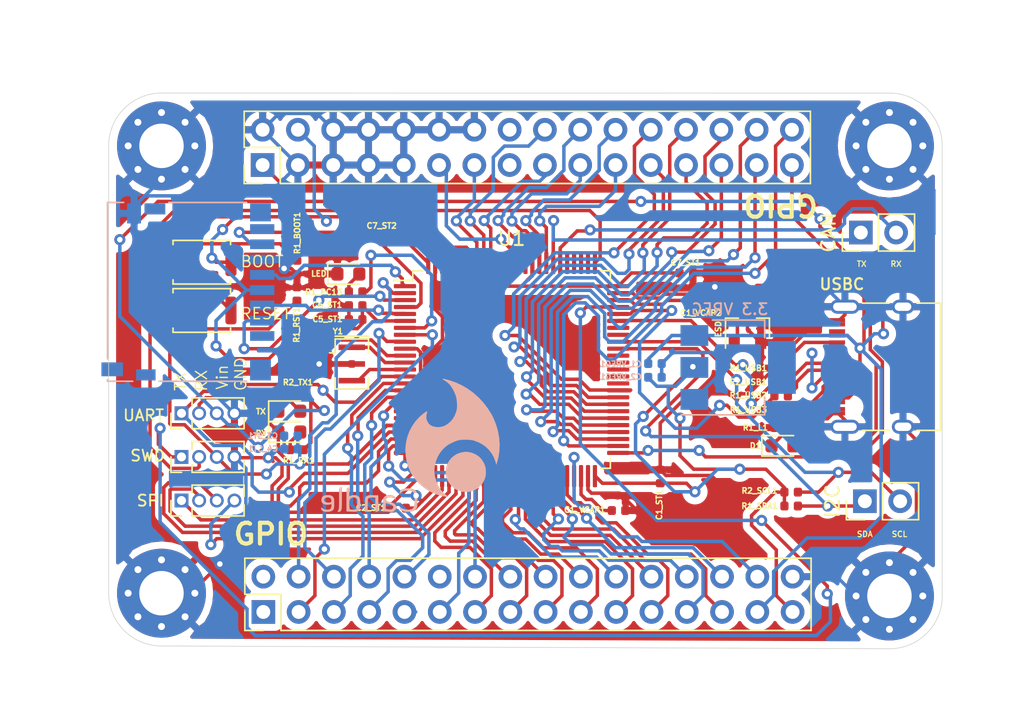
<source format=kicad_pcb>
(kicad_pcb (version 20171130) (host pcbnew "(5.1.6)-1")
  (layers (0 F.Cu signal) (31 B.Cu signal) (34 B.Paste user) (35 F.Paste user) (36 B.SilkS user) (37 F.SilkS user) (38 B.Mask user) (39 F.Mask user) (44 Edge.Cuts user))
  (net 0 "")
  (net 1 BOOT)
  (net 2 "Net-(BOOT1-Pad2)")
  (net 3 NRST)
  (net 4 "Net-(BOOT2-Pad2)")
  (net 5 GND)
  (net 6 VCAP_1)
  (net 7 VCAP_2)
  (net 8 5V_IN)
  (net 9 "Net-(D1-Pad1)")
  (net 10 "Net-(D2-Pad2)")
  (net 11 RX)
  (net 12 "Net-(D3-Pad2)")
  (net 13 TX)
  (net 14 "Net-(D4-Pad2)")
  (net 15 "Net-(J1-Pad1)")
  (net 16 NSS1)
  (net 17 MOSI1)
  (net 18 SCK1)
  (net 19 MISO1)
  (net 20 "Net-(J1-Pad8)")
  (net 21 "Net-(J2-PadB8)")
  (net 22 "Net-(J2-PadA5)")
  (net 23 "Net-(J2-PadA7)")
  (net 24 "Net-(J2-PadA6)")
  (net 25 "Net-(J2-PadA8)")
  (net 26 "Net-(J2-PadB5)")
  (net 27 PB9)
  (net 28 PB4)
  (net 29 PD7)
  (net 30 PD5)
  (net 31 PD3)
  (net 32 PC12)
  (net 33 PC10)
  (net 34 PA8)
  (net 35 PC9)
  (net 36 PC7)
  (net 37 PD15)
  (net 38 PD13)
  (net 39 PD11)
  (net 40 PD9)
  (net 41 PB15)
  (net 42 PB13)
  (net 43 PB12)
  (net 44 PB14)
  (net 45 PD8)
  (net 46 PD10)
  (net 47 PD12)
  (net 48 PD14)
  (net 49 PC6)
  (net 50 PC8)
  (net 51 PA15)
  (net 52 PC11)
  (net 53 PD2)
  (net 54 PD4)
  (net 55 PD6)
  (net 56 PB3)
  (net 57 PB5)
  (net 58 PB8)
  (net 59 PE0)
  (net 60 PE3)
  (net 61 PC15)
  (net 62 PC1)
  (net 63 PC3)
  (net 64 PA1)
  (net 65 PA3)
  (net 66 PC5)
  (net 67 PB1)
  (net 68 PE7)
  (net 69 PE9)
  (net 70 PE11)
  (net 71 PE13)
  (net 72 PE15)
  (net 73 PB11)
  (net 74 PB10)
  (net 75 PE14)
  (net 76 PE12)
  (net 77 PE10)
  (net 78 PE8)
  (net 79 PB2)
  (net 80 PB0)
  (net 81 PC4)
  (net 82 PA2)
  (net 83 PA0)
  (net 84 PC2)
  (net 85 PC0)
  (net 86 PC14)
  (net 87 PE1)
  (net 88 SWCLK)
  (net 89 SWDIO)
  (net 90 MOSI)
  (net 91 MISO)
  (net 92 SCK)
  (net 93 NSS)
  (net 94 CAN_RX)
  (net 95 CAN_TX)
  (net 96 SCL)
  (net 97 SDA)
  (net 98 LED)
  (net 99 USB_DP)
  (net 100 USB_DM)
  (net 101 OSC_OUT)
  (net 102 OSC_IN)
  (module logo:imageee (layer F.Cu) (at 54.25 54.35)
    (fp_text reference " " hide)
    (fp_text value " " hide)
  )
  (module Connector_PinHeader_1.27mm:PinHeader_1x04_P1.27mm_Vertical (layer F.Cu) (at 38.64 59.43 90)
    (fp_text reference SPI (at -0.01 -2.24 180) (layer F.SilkS) (effects (font (size 0.8 0.8) (thickness 0.13))))
    (fp_text value Conn_01x04)
    (pad 4 thru_hole oval (at 0 3.81 90) (size 1 1) (drill 0.65) (layers *.Cu *.Mask) (net 90 MOSI))
    (pad 3 thru_hole oval (at 0 2.54 90) (size 1 1) (drill 0.65) (layers *.Cu *.Mask) (net 91 MISO))
    (pad 2 thru_hole oval (at 0 1.27 90) (size 1 1) (drill 0.65) (layers *.Cu *.Mask) (net 92 SCK))
    (pad 1 thru_hole rect (at 0 0 90) (size 1 1) (drill 0.65) (layers *.Cu *.Mask) (net 93 NSS))
  )
  (module Connector_PinHeader_1.27mm:PinHeader_1x04_P1.27mm_Vertical (layer F.Cu) (at 38.64 56.29 90)
    (fp_text reference SWD (at 0.09 -2.44 180) (layer F.SilkS) (effects (font (size 0.8 0.8) (thickness 0.13))))
    (fp_text value Conn_01x04)
    (pad 4 thru_hole oval (at 0 3.81 90) (size 1 1) (drill 0.65) (layers *.Cu *.Mask) (net 5 GND))
    (pad 3 thru_hole oval (at 0 2.54 90) (size 1 1) (drill 0.65) (layers *.Cu *.Mask) (net 1 BOOT))
    (pad 2 thru_hole oval (at 0 1.27 90) (size 1 1) (drill 0.65) (layers *.Cu *.Mask) (net 88 SWCLK))
    (pad 1 thru_hole rect (at 0 0 90) (size 1 1) (drill 0.65) (layers *.Cu *.Mask) (net 89 SWDIO))
  )
  (module Connector_PinHeader_1.27mm:PinHeader_1x04_P1.27mm_Vertical (layer F.Cu) (at 38.64 53.15 90)
    (fp_text reference UART (at -0.15 -2.73 180) (layer F.SilkS) (effects (font (size 0.8 0.8) (thickness 0.13))))
    (fp_text value Conn_01x04)
    (pad 4 thru_hole oval (at 0 3.81 90) (size 1 1) (drill 0.65) (layers *.Cu *.Mask) (net 5 GND))
    (pad 3 thru_hole oval (at 0 2.54 90) (size 1 1) (drill 0.65) (layers *.Cu *.Mask) (net 8 5V_IN))
    (pad 2 thru_hole oval (at 0 1.27 90) (size 1 1) (drill 0.65) (layers *.Cu *.Mask) (net 11 RX))
    (pad 1 thru_hole rect (at 0 0 90) (size 1 1) (drill 0.65) (layers *.Cu *.Mask) (net 13 TX))
  )
  (module Connector_PinHeader_2.54mm:PinHeader_2x16_P2.54mm_Vertical (layer F.Cu) (at 44.53 67.45 90)
    (fp_text reference J4)
    (fp_text value Conn_02x16_Odd_Even)
    (pad 32 thru_hole oval (at 2.54 38.1 90) (size 1.7 1.7) (drill 1) (layers *.Cu *.Mask) (net 5 GND))
    (pad 31 thru_hole oval (at 0 38.1 90) (size 1.7 1.7) (drill 1) (layers *.Cu *.Mask) (net 1 BOOT))
    (pad 30 thru_hole oval (at 2.54 35.56 90) (size 1.7 1.7) (drill 1) (layers *.Cu *.Mask) (net 73 PB11))
    (pad 29 thru_hole oval (at 0 35.56 90) (size 1.7 1.7) (drill 1) (layers *.Cu *.Mask) (net 8 5V_IN))
    (pad 28 thru_hole oval (at 2.54 33.02 90) (size 1.7 1.7) (drill 1) (layers *.Cu *.Mask) (net 72 PE15))
    (pad 27 thru_hole oval (at 0 33.02 90) (size 1.7 1.7) (drill 1) (layers *.Cu *.Mask) (net 74 PB10))
    (pad 26 thru_hole oval (at 2.54 30.48 90) (size 1.7 1.7) (drill 1) (layers *.Cu *.Mask) (net 71 PE13))
    (pad 25 thru_hole oval (at 0 30.48 90) (size 1.7 1.7) (drill 1) (layers *.Cu *.Mask) (net 75 PE14))
    (pad 24 thru_hole oval (at 2.54 27.94 90) (size 1.7 1.7) (drill 1) (layers *.Cu *.Mask) (net 70 PE11))
    (pad 23 thru_hole oval (at 0 27.94 90) (size 1.7 1.7) (drill 1) (layers *.Cu *.Mask) (net 76 PE12))
    (pad 22 thru_hole oval (at 2.54 25.4 90) (size 1.7 1.7) (drill 1) (layers *.Cu *.Mask) (net 69 PE9))
    (pad 21 thru_hole oval (at 0 25.4 90) (size 1.7 1.7) (drill 1) (layers *.Cu *.Mask) (net 77 PE10))
    (pad 20 thru_hole oval (at 2.54 22.86 90) (size 1.7 1.7) (drill 1) (layers *.Cu *.Mask) (net 68 PE7))
    (pad 19 thru_hole oval (at 0 22.86 90) (size 1.7 1.7) (drill 1) (layers *.Cu *.Mask) (net 78 PE8))
    (pad 18 thru_hole oval (at 2.54 20.32 90) (size 1.7 1.7) (drill 1) (layers *.Cu *.Mask) (net 67 PB1))
    (pad 17 thru_hole oval (at 0 20.32 90) (size 1.7 1.7) (drill 1) (layers *.Cu *.Mask) (net 79 PB2))
    (pad 16 thru_hole oval (at 2.54 17.78 90) (size 1.7 1.7) (drill 1) (layers *.Cu *.Mask) (net 66 PC5))
    (pad 15 thru_hole oval (at 0 17.78 90) (size 1.7 1.7) (drill 1) (layers *.Cu *.Mask) (net 80 PB0))
    (pad 14 thru_hole oval (at 2.54 15.24 90) (size 1.7 1.7) (drill 1) (layers *.Cu *.Mask) (net 65 PA3))
    (pad 13 thru_hole oval (at 0 15.24 90) (size 1.7 1.7) (drill 1) (layers *.Cu *.Mask) (net 81 PC4))
    (pad 12 thru_hole oval (at 2.54 12.7 90) (size 1.7 1.7) (drill 1) (layers *.Cu *.Mask) (net 64 PA1))
    (pad 11 thru_hole oval (at 0 12.7 90) (size 1.7 1.7) (drill 1) (layers *.Cu *.Mask) (net 82 PA2))
    (pad 10 thru_hole oval (at 2.54 10.16 90) (size 1.7 1.7) (drill 1) (layers *.Cu *.Mask) (net 63 PC3))
    (pad 9 thru_hole oval (at 0 10.16 90) (size 1.7 1.7) (drill 1) (layers *.Cu *.Mask) (net 83 PA0))
    (pad 8 thru_hole oval (at 2.54 7.62 90) (size 1.7 1.7) (drill 1) (layers *.Cu *.Mask) (net 62 PC1))
    (pad 7 thru_hole oval (at 0 7.62 90) (size 1.7 1.7) (drill 1) (layers *.Cu *.Mask) (net 84 PC2))
    (pad 6 thru_hole oval (at 2.54 5.08 90) (size 1.7 1.7) (drill 1) (layers *.Cu *.Mask) (net 61 PC15))
    (pad 5 thru_hole oval (at 0 5.08 90) (size 1.7 1.7) (drill 1) (layers *.Cu *.Mask) (net 85 PC0))
    (pad 4 thru_hole oval (at 2.54 2.54 90) (size 1.7 1.7) (drill 1) (layers *.Cu *.Mask) (net 60 PE3))
    (pad 3 thru_hole oval (at 0 2.54 90) (size 1.7 1.7) (drill 1) (layers *.Cu *.Mask) (net 86 PC14))
    (pad 2 thru_hole oval (at 2.54 0 90) (size 1.7 1.7) (drill 1) (layers *.Cu *.Mask) (net 59 PE0))
    (pad 1 thru_hole rect (at 0 0 90) (size 1.7 1.7) (drill 1) (layers *.Cu *.Mask) (net 87 PE1))
  )
  (module Connector_PinHeader_2.54mm:PinHeader_2x16_P2.54mm_Vertical (layer F.Cu) (at 44.48 35.28 90)
    (fp_text reference J3)
    (fp_text value Conn_02x16_Odd_Even)
    (pad 32 thru_hole oval (at 2.54 38.1 90) (size 1.7 1.7) (drill 1) (layers *.Cu *.Mask) (net 42 PB13))
    (pad 31 thru_hole oval (at 0 38.1 90) (size 1.7 1.7) (drill 1) (layers *.Cu *.Mask) (net 43 PB12))
    (pad 30 thru_hole oval (at 2.54 35.56 90) (size 1.7 1.7) (drill 1) (layers *.Cu *.Mask) (net 41 PB15))
    (pad 29 thru_hole oval (at 0 35.56 90) (size 1.7 1.7) (drill 1) (layers *.Cu *.Mask) (net 44 PB14))
    (pad 28 thru_hole oval (at 2.54 33.02 90) (size 1.7 1.7) (drill 1) (layers *.Cu *.Mask) (net 40 PD9))
    (pad 27 thru_hole oval (at 0 33.02 90) (size 1.7 1.7) (drill 1) (layers *.Cu *.Mask) (net 45 PD8))
    (pad 26 thru_hole oval (at 2.54 30.48 90) (size 1.7 1.7) (drill 1) (layers *.Cu *.Mask) (net 39 PD11))
    (pad 25 thru_hole oval (at 0 30.48 90) (size 1.7 1.7) (drill 1) (layers *.Cu *.Mask) (net 46 PD10))
    (pad 24 thru_hole oval (at 2.54 27.94 90) (size 1.7 1.7) (drill 1) (layers *.Cu *.Mask) (net 38 PD13))
    (pad 23 thru_hole oval (at 0 27.94 90) (size 1.7 1.7) (drill 1) (layers *.Cu *.Mask) (net 47 PD12))
    (pad 22 thru_hole oval (at 2.54 25.4 90) (size 1.7 1.7) (drill 1) (layers *.Cu *.Mask) (net 31 PD3))
    (pad 21 thru_hole oval (at 0 25.4 90) (size 1.7 1.7) (drill 1) (layers *.Cu *.Mask) (net 53 PD2))
    (pad 20 thru_hole oval (at 2.54 22.86 90) (size 1.7 1.7) (drill 1) (layers *.Cu *.Mask) (net 30 PD5))
    (pad 19 thru_hole oval (at 0 22.86 90) (size 1.7 1.7) (drill 1) (layers *.Cu *.Mask) (net 54 PD4))
    (pad 18 thru_hole oval (at 2.54 20.32 90) (size 1.7 1.7) (drill 1) (layers *.Cu *.Mask) (net 35 PC9))
    (pad 17 thru_hole oval (at 0 20.32 90) (size 1.7 1.7) (drill 1) (layers *.Cu *.Mask) (net 57 PB5))
    (pad 16 thru_hole oval (at 2.54 17.78 90) (size 1.7 1.7) (drill 1) (layers *.Cu *.Mask) (net 34 PA8))
    (pad 15 thru_hole oval (at 0 17.78 90) (size 1.7 1.7) (drill 1) (layers *.Cu *.Mask))
    (pad 14 thru_hole oval (at 2.54 15.24 90) (size 1.7 1.7) (drill 1) (layers *.Cu *.Mask) (net 5 GND))
    (pad 13 thru_hole oval (at 0 15.24 90) (size 1.7 1.7) (drill 1) (layers *.Cu *.Mask) (net 52 PC11))
    (pad 12 thru_hole oval (at 2.54 12.7 90) (size 1.7 1.7) (drill 1) (layers *.Cu *.Mask) (net 5 GND))
    (pad 11 thru_hole oval (at 0 12.7 90) (size 1.7 1.7) (drill 1) (layers *.Cu *.Mask) (net 55 PD6))
    (pad 10 thru_hole oval (at 2.54 10.16 90) (size 1.7 1.7) (drill 1) (layers *.Cu *.Mask) (net 5 GND))
    (pad 9 thru_hole oval (at 0 10.16 90) (size 1.7 1.7) (drill 1) (layers *.Cu *.Mask) (net 5 GND))
    (pad 8 thru_hole oval (at 2.54 7.62 90) (size 1.7 1.7) (drill 1) (layers *.Cu *.Mask) (net 5 GND))
    (pad 7 thru_hole oval (at 0 7.62 90) (size 1.7 1.7) (drill 1) (layers *.Cu *.Mask) (net 5 GND))
    (pad 6 thru_hole oval (at 2.54 5.08 90) (size 1.7 1.7) (drill 1) (layers *.Cu *.Mask) (net 5 GND))
    (pad 5 thru_hole oval (at 0 5.08 90) (size 1.7 1.7) (drill 1) (layers *.Cu *.Mask) (net 5 GND))
    (pad 4 thru_hole oval (at 2.54 2.54 90) (size 1.7 1.7) (drill 1) (layers *.Cu *.Mask) (net 1 BOOT))
    (pad 3 thru_hole oval (at 0 2.54 90) (size 1.7 1.7) (drill 1) (layers *.Cu *.Mask) (net 5 GND))
    (pad 2 thru_hole oval (at 2.54 0 90) (size 1.7 1.7) (drill 1) (layers *.Cu *.Mask) (net 5 GND))
    (pad 1 thru_hole rect (at 0 0 90) (size 1.7 1.7) (drill 1) (layers *.Cu *.Mask) (net 8 5V_IN))
  )
  (module Crystal:Resonator_SMD_muRata_CSTxExxV-3Pin_3.0x1.1mm (layer F.Cu) (at 50.9 49.6 270)
    (fp_text reference Y1 (at -2.35 1) (layer F.SilkS) (effects (font (size 0.4 0.4) (thickness 0.1))))
    (fp_text value 16Mhz)
    (pad 3 smd rect (at 1.2 0 270) (size 0.4 1.9) (layers F.Cu F.Paste F.Mask) (net 101 OSC_OUT))
    (pad 2 smd rect (at 0 0 270) (size 0.4 1.9) (layers F.Cu F.Paste F.Mask) (net 5 GND))
    (pad 1 smd rect (at -1.2 0 270) (size 0.4 1.9) (layers F.Cu F.Paste F.Mask) (net 102 OSC_IN))
  )
  (module Package_TO_SOT_SMD:SOT-223-3_TabPin2 (layer B.Cu) (at 78.71 49.85)
    (fp_text reference "3.3 VREG" (at -0.61 -4.19) (layer B.SilkS) (effects (font (size 0.8 0.8) (thickness 0.13)) (justify mirror)))
    (fp_text value NCP1117-3.3_SOT223)
    (pad 1 smd rect (at -3.15 2.3) (size 2 1.5) (layers B.Cu B.Paste B.Mask) (net 5 GND))
    (pad 3 smd rect (at -3.15 -2.3) (size 2 1.5) (layers B.Cu B.Paste B.Mask) (net 8 5V_IN))
    (pad 2 smd rect (at -3.15 0) (size 2 1.5) (layers B.Cu B.Paste B.Mask) (net 1 BOOT))
    (pad 2 smd rect (at 3.15 0) (size 2 3.8) (layers B.Cu B.Paste B.Mask) (net 1 BOOT))
  )
  (module Package_QFP:LQFP-100_14x14mm_P0.5mm (layer F.Cu) (at 62.4 50)
    (fp_text reference U1 (at 0 -9.42) (layer F.SilkS))
    (fp_text value STM32F746VGTx)
    (pad 100 smd roundrect (at -6 -7.675) (size 0.3 1.6) (layers F.Cu F.Paste F.Mask) (net 1 BOOT))
    (pad 99 smd roundrect (at -5.5 -7.675) (size 0.3 1.6) (layers F.Cu F.Paste F.Mask) (net 5 GND))
    (pad 98 smd roundrect (at -5 -7.675) (size 0.3 1.6) (layers F.Cu F.Paste F.Mask))
    (pad 97 smd roundrect (at -4.5 -7.675) (size 0.3 1.6) (layers F.Cu F.Paste F.Mask))
    (pad 96 smd roundrect (at -4 -7.675) (size 0.3 1.6) (layers F.Cu F.Paste F.Mask) (net 27 PB9))
    (pad 95 smd roundrect (at -3.5 -7.675) (size 0.3 1.6) (layers F.Cu F.Paste F.Mask) (net 58 PB8))
    (pad 94 smd roundrect (at -3 -7.675) (size 0.3 1.6) (layers F.Cu F.Paste F.Mask) (net 1 BOOT))
    (pad 93 connect roundrect (at -2.5 -7.675) (size 0.3 1.6) (layers F.Cu F.Mask) (net 52 PC11))
    (pad 92 smd roundrect (at -2 -7.675) (size 0.3 1.6) (layers F.Cu F.Paste F.Mask) (net 35 PC9))
    (pad 91 smd roundrect (at -1.5 -7.675) (size 0.3 1.6) (layers F.Cu F.Paste F.Mask) (net 57 PB5))
    (pad 90 smd roundrect (at -1 -7.675) (size 0.3 1.6) (layers F.Cu F.Paste F.Mask) (net 28 PB4))
    (pad 89 smd roundrect (at -0.5 -7.675) (size 0.3 1.6) (layers F.Cu F.Paste F.Mask) (net 56 PB3))
    (pad 88 smd roundrect (at 0 -7.675) (size 0.3 1.6) (layers F.Cu F.Paste F.Mask) (net 29 PD7))
    (pad 87 smd roundrect (at 0.5 -7.675) (size 0.3 1.6) (layers F.Cu F.Paste F.Mask) (net 55 PD6))
    (pad 86 smd roundrect (at 1 -7.675) (size 0.3 1.6) (layers F.Cu F.Paste F.Mask) (net 30 PD5))
    (pad 85 smd roundrect (at 1.5 -7.675) (size 0.3 1.6) (layers F.Cu F.Paste F.Mask) (net 54 PD4))
    (pad 84 smd roundrect (at 2 -7.675) (size 0.3 1.6) (layers F.Cu F.Paste F.Mask) (net 31 PD3))
    (pad 83 smd roundrect (at 2.5 -7.675) (size 0.3 1.6) (layers F.Cu F.Paste F.Mask) (net 53 PD2))
    (pad 82 smd roundrect (at 3 -7.675) (size 0.3 1.6) (layers F.Cu F.Paste F.Mask) (net 95 CAN_TX))
    (pad 81 smd roundrect (at 3.5 -7.675) (size 0.3 1.6) (layers F.Cu F.Paste F.Mask) (net 94 CAN_RX))
    (pad 80 smd roundrect (at 4 -7.675) (size 0.3 1.6) (layers F.Cu F.Paste F.Mask) (net 32 PC12))
    (pad 79 smd roundrect (at 4.5 -7.675) (size 0.3 1.6) (layers F.Cu F.Paste F.Mask))
    (pad 78 smd roundrect (at 5 -7.675) (size 0.3 1.6) (layers F.Cu F.Paste F.Mask) (net 33 PC10))
    (pad 77 smd roundrect (at 5.5 -7.675) (size 0.3 1.6) (layers F.Cu F.Paste F.Mask) (net 51 PA15))
    (pad 76 smd roundrect (at 6 -7.675) (size 0.3 1.6) (layers F.Cu F.Paste F.Mask) (net 88 SWCLK))
    (pad 75 smd roundrect (at 7.675 -6) (size 1.6 0.3) (layers F.Cu F.Paste F.Mask) (net 1 BOOT))
    (pad 74 smd roundrect (at 7.675 -5.5) (size 1.6 0.3) (layers F.Cu F.Paste F.Mask) (net 5 GND))
    (pad 73 smd roundrect (at 7.675 -5) (size 1.6 0.3) (layers F.Cu F.Paste F.Mask) (net 7 VCAP_2))
    (pad 72 smd roundrect (at 7.675 -4.5) (size 1.6 0.3) (layers F.Cu F.Paste F.Mask) (net 89 SWDIO))
    (pad 71 smd roundrect (at 7.675 -4) (size 1.6 0.3) (layers F.Cu F.Paste F.Mask) (net 99 USB_DP))
    (pad 70 smd roundrect (at 7.675 -3.5) (size 1.6 0.3) (layers F.Cu F.Paste F.Mask) (net 100 USB_DM))
    (pad 69 smd roundrect (at 7.675 -3) (size 1.6 0.3) (layers F.Cu F.Paste F.Mask))
    (pad 68 smd roundrect (at 7.675 -2.5) (size 1.6 0.3) (layers F.Cu F.Paste F.Mask))
    (pad 67 smd roundrect (at 7.675 -2) (size 1.6 0.3) (layers F.Cu F.Paste F.Mask) (net 96 SCL))
    (pad 66 smd roundrect (at 7.675 -1.5) (size 1.6 0.3) (layers F.Cu F.Paste F.Mask) (net 97 SDA))
    (pad 65 smd roundrect (at 7.675 -1) (size 1.6 0.3) (layers F.Cu F.Paste F.Mask) (net 50 PC8))
    (pad 64 smd roundrect (at 7.675 -0.5) (size 1.6 0.3) (layers F.Cu F.Paste F.Mask) (net 36 PC7))
    (pad 63 smd roundrect (at 7.675 0) (size 1.6 0.3) (layers F.Cu F.Paste F.Mask) (net 49 PC6))
    (pad 62 smd roundrect (at 7.675 0.5) (size 1.6 0.3) (layers F.Cu F.Paste F.Mask) (net 37 PD15))
    (pad 61 smd roundrect (at 7.675 1) (size 1.6 0.3) (layers F.Cu F.Paste F.Mask) (net 48 PD14))
    (pad 60 smd roundrect (at 7.675 1.5) (size 1.6 0.3) (layers F.Cu F.Paste F.Mask) (net 38 PD13))
    (pad 59 smd roundrect (at 7.675 2) (size 1.6 0.3) (layers F.Cu F.Paste F.Mask) (net 47 PD12))
    (pad 58 smd roundrect (at 7.675 2.5) (size 1.6 0.3) (layers F.Cu F.Paste F.Mask) (net 39 PD11))
    (pad 57 smd roundrect (at 7.675 3) (size 1.6 0.3) (layers F.Cu F.Paste F.Mask) (net 46 PD10))
    (pad 56 smd roundrect (at 7.675 3.5) (size 1.6 0.3) (layers F.Cu F.Paste F.Mask) (net 40 PD9))
    (pad 55 smd roundrect (at 7.675 4) (size 1.6 0.3) (layers F.Cu F.Paste F.Mask) (net 45 PD8))
    (pad 54 smd roundrect (at 7.675 4.5) (size 1.6 0.3) (layers F.Cu F.Paste F.Mask) (net 41 PB15))
    (pad 53 smd roundrect (at 7.675 5) (size 1.6 0.3) (layers F.Cu F.Paste F.Mask) (net 44 PB14))
    (pad 52 smd roundrect (at 7.675 5.5) (size 1.6 0.3) (layers F.Cu F.Paste F.Mask) (net 42 PB13))
    (pad 51 smd roundrect (at 7.675 6) (size 1.6 0.3) (layers F.Cu F.Paste F.Mask) (net 43 PB12))
    (pad 50 smd roundrect (at 6 7.675) (size 0.3 1.6) (layers F.Cu F.Paste F.Mask) (net 1 BOOT))
    (pad 49 smd roundrect (at 5.5 7.675) (size 0.3 1.6) (layers F.Cu F.Paste F.Mask) (net 5 GND))
    (pad 48 smd roundrect (at 5 7.675) (size 0.3 1.6) (layers F.Cu F.Paste F.Mask) (net 6 VCAP_1))
    (pad 47 smd roundrect (at 4.5 7.675) (size 0.3 1.6) (layers F.Cu F.Paste F.Mask) (net 73 PB11))
    (pad 46 smd roundrect (at 4 7.675) (size 0.3 1.6) (layers F.Cu F.Paste F.Mask) (net 74 PB10))
    (pad 45 smd roundrect (at 3.5 7.675) (size 0.3 1.6) (layers F.Cu F.Paste F.Mask) (net 72 PE15))
    (pad 44 smd roundrect (at 3 7.675) (size 0.3 1.6) (layers F.Cu F.Paste F.Mask) (net 75 PE14))
    (pad 43 smd roundrect (at 2.5 7.675) (size 0.3 1.6) (layers F.Cu F.Paste F.Mask) (net 71 PE13))
    (pad 42 smd roundrect (at 2 7.675) (size 0.3 1.6) (layers F.Cu F.Paste F.Mask) (net 76 PE12))
    (pad 41 smd roundrect (at 1.5 7.675) (size 0.3 1.6) (layers F.Cu F.Paste F.Mask) (net 70 PE11))
    (pad 40 smd roundrect (at 1 7.675) (size 0.3 1.6) (layers F.Cu F.Paste F.Mask) (net 77 PE10))
    (pad 39 smd roundrect (at 0.5 7.675) (size 0.3 1.6) (layers F.Cu F.Paste F.Mask) (net 69 PE9))
    (pad 38 smd roundrect (at 0 7.675) (size 0.3 1.6) (layers F.Cu F.Paste F.Mask) (net 78 PE8))
    (pad 37 smd roundrect (at -0.5 7.675) (size 0.3 1.6) (layers F.Cu F.Paste F.Mask) (net 68 PE7))
    (pad 36 smd roundrect (at -1 7.675) (size 0.3 1.6) (layers F.Cu F.Paste F.Mask) (net 79 PB2))
    (pad 35 smd roundrect (at -1.5 7.675) (size 0.3 1.6) (layers F.Cu F.Paste F.Mask) (net 67 PB1))
    (pad 34 smd roundrect (at -2 7.675) (size 0.3 1.6) (layers F.Cu F.Paste F.Mask) (net 80 PB0))
    (pad 33 smd roundrect (at -2.5 7.675) (size 0.3 1.6) (layers F.Cu F.Paste F.Mask) (net 66 PC5))
    (pad 32 smd roundrect (at -3 7.675) (size 0.3 1.6) (layers F.Cu F.Paste F.Mask) (net 81 PC4))
    (pad 31 smd roundrect (at -3.5 7.675) (size 0.3 1.6) (layers F.Cu F.Paste F.Mask) (net 90 MOSI))
    (pad 30 smd roundrect (at -4 7.675) (size 0.3 1.6) (layers F.Cu F.Paste F.Mask) (net 91 MISO))
    (pad 29 smd roundrect (at -4.5 7.675) (size 0.3 1.6) (layers F.Cu F.Paste F.Mask) (net 92 SCK))
    (pad 28 smd roundrect (at -5 7.675) (size 0.3 1.6) (layers F.Cu F.Paste F.Mask) (net 93 NSS))
    (pad 27 smd roundrect (at -5.5 7.675) (size 0.3 1.6) (layers F.Cu F.Paste F.Mask) (net 1 BOOT))
    (pad 26 smd roundrect (at -6 7.675) (size 0.3 1.6) (layers F.Cu F.Paste F.Mask) (net 5 GND))
    (pad 25 smd roundrect (at -7.675 6) (size 1.6 0.3) (layers F.Cu F.Paste F.Mask) (net 65 PA3))
    (pad 24 smd roundrect (at -7.675 5.5) (size 1.6 0.3) (layers F.Cu F.Paste F.Mask) (net 82 PA2))
    (pad 23 smd roundrect (at -7.675 5) (size 1.6 0.3) (layers F.Cu F.Paste F.Mask) (net 11 RX))
    (pad 22 smd roundrect (at -7.675 4.5) (size 1.6 0.3) (layers F.Cu F.Paste F.Mask) (net 13 TX))
    (pad 21 smd roundrect (at -7.675 4) (size 1.6 0.3) (layers F.Cu F.Paste F.Mask) (net 1 BOOT))
    (pad 20 smd roundrect (at -7.675 3.5) (size 1.6 0.3) (layers F.Cu F.Paste F.Mask) (net 1 BOOT))
    (pad 19 smd roundrect (at -7.675 3) (size 1.6 0.3) (layers F.Cu F.Paste F.Mask) (net 5 GND))
    (pad 18 smd roundrect (at -7.675 2.5) (size 1.6 0.3) (layers F.Cu F.Paste F.Mask) (net 63 PC3))
    (pad 17 smd roundrect (at -7.675 2) (size 1.6 0.3) (layers F.Cu F.Paste F.Mask) (net 84 PC2))
    (pad 16 smd roundrect (at -7.675 1.5) (size 1.6 0.3) (layers F.Cu F.Paste F.Mask) (net 62 PC1))
    (pad 15 smd roundrect (at -7.675 1) (size 1.6 0.3) (layers F.Cu F.Paste F.Mask) (net 85 PC0))
    (pad 14 smd roundrect (at -7.675 0.5) (size 1.6 0.3) (layers F.Cu F.Paste F.Mask) (net 3 NRST))
    (pad 13 smd roundrect (at -7.675 0) (size 1.6 0.3) (layers F.Cu F.Paste F.Mask) (net 101 OSC_OUT))
    (pad 12 smd roundrect (at -7.675 -0.5) (size 1.6 0.3) (layers F.Cu F.Paste F.Mask) (net 102 OSC_IN))
    (pad 11 smd roundrect (at -7.675 -1) (size 1.6 0.3) (layers F.Cu F.Paste F.Mask) (net 1 BOOT))
    (pad 10 smd roundrect (at -7.675 -1.5) (size 1.6 0.3) (layers F.Cu F.Paste F.Mask) (net 5 GND))
    (pad 9 smd roundrect (at -7.675 -2) (size 1.6 0.3) (layers F.Cu F.Paste F.Mask) (net 61 PC15))
    (pad 8 smd roundrect (at -7.675 -2.5) (size 1.6 0.3) (layers F.Cu F.Paste F.Mask) (net 86 PC14))
    (pad 7 smd roundrect (at -7.675 -3) (size 1.6 0.3) (layers F.Cu F.Paste F.Mask) (net 98 LED))
    (pad 6 smd roundrect (at -7.675 -3.5) (size 1.6 0.3) (layers F.Cu F.Paste F.Mask) (net 1 BOOT))
    (pad 5 smd roundrect (at -7.675 -4) (size 1.6 0.3) (layers F.Cu F.Paste F.Mask) (net 17 MOSI1))
    (pad 4 smd roundrect (at -7.675 -4.5) (size 1.6 0.3) (layers F.Cu F.Paste F.Mask) (net 19 MISO1))
    (pad 3 smd roundrect (at -7.675 -5) (size 1.6 0.3) (layers F.Cu F.Paste F.Mask) (net 16 NSS1))
    (pad 2 smd roundrect (at -7.675 -5.5) (size 1.6 0.3) (layers F.Cu F.Paste F.Mask) (net 60 PE3))
    (pad 1 smd roundrect (at -7.675 -6) (size 1.6 0.3) (layers F.Cu F.Paste F.Mask) (net 18 SCK1))
  )
  (module Resistor_SMD:R_0402_1005Metric (layer F.Cu) (at 81.8 50.9 180)
    (fp_text reference R2_USB1 (at 2.365 0) (layer F.SilkS) (effects (font (size 0.4 0.4) (thickness 0.1))))
    (fp_text value 22)
    (pad 2 smd roundrect (at 0.485 0 180) (size 0.59 0.64) (layers F.Cu F.Paste F.Mask) (net 100 USB_DM))
    (pad 1 smd roundrect (at -0.485 0 180) (size 0.59 0.64) (layers F.Cu F.Paste F.Mask) (net 23 "Net-(J2-PadA7)"))
  )
  (module Resistor_SMD:R_0402_1005Metric (layer F.Cu) (at 46.95 51.725)
    (fp_text reference R2_TX1 (at 0.075 -0.8) (layer F.SilkS) (effects (font (size 0.4 0.4) (thickness 0.1))))
    (fp_text value 330)
    (pad 2 smd roundrect (at 0.485 0) (size 0.59 0.64) (layers F.Cu F.Paste F.Mask) (net 8 5V_IN))
    (pad 1 smd roundrect (at -0.485 0) (size 0.59 0.64) (layers F.Cu F.Paste F.Mask) (net 12 "Net-(D3-Pad2)"))
  )
  (module Resistor_SMD:R_0402_1005Metric (layer F.Cu) (at 82.525 58.825)
    (fp_text reference R2_SCL1 (at -2.275 -0.1) (layer F.SilkS) (effects (font (size 0.4 0.4) (thickness 0.1))))
    (fp_text value 10k)
    (pad 2 smd roundrect (at 0.485 0) (size 0.59 0.64) (layers F.Cu F.Paste F.Mask) (net 96 SCL))
    (pad 1 smd roundrect (at -0.485 0) (size 0.59 0.64) (layers F.Cu F.Paste F.Mask) (net 1 BOOT))
  )
  (module Resistor_SMD:R_0402_1005Metric (layer F.Cu) (at 81.8 52.9)
    (fp_text reference R1_USB3 (at -2.35 0) (layer F.SilkS) (effects (font (size 0.4 0.4) (thickness 0.1))))
    (fp_text value 5.1k)
    (pad 2 smd roundrect (at 0.485 0) (size 0.59 0.64) (layers F.Cu F.Paste F.Mask) (net 22 "Net-(J2-PadA5)"))
    (pad 1 smd roundrect (at -0.485 0) (size 0.59 0.64) (layers F.Cu F.Paste F.Mask) (net 5 GND))
  )
  (module Resistor_SMD:R_0402_1005Metric (layer F.Cu) (at 81.805 51.9 180)
    (fp_text reference R1_USB2 (at 2.365 0.04) (layer F.SilkS) (effects (font (size 0.4 0.4) (thickness 0.1))))
    (fp_text value 22)
    (pad 2 smd roundrect (at 0.485 0 180) (size 0.59 0.64) (layers F.Cu F.Paste F.Mask) (net 99 USB_DP))
    (pad 1 smd roundrect (at -0.485 0 180) (size 0.59 0.64) (layers F.Cu F.Paste F.Mask) (net 24 "Net-(J2-PadA6)"))
  )
  (module Resistor_SMD:R_0402_1005Metric (layer F.Cu) (at 81.8 49.9)
    (fp_text reference R1_USB1 (at -2.35 0) (layer F.SilkS) (effects (font (size 0.4 0.4) (thickness 0.1))))
    (fp_text value 5.1k)
    (pad 2 smd roundrect (at 0.485 0) (size 0.59 0.64) (layers F.Cu F.Paste F.Mask) (net 26 "Net-(J2-PadB5)"))
    (pad 1 smd roundrect (at -0.485 0) (size 0.59 0.64) (layers F.Cu F.Paste F.Mask) (net 5 GND))
  )
  (module Resistor_SMD:R_0402_1005Metric (layer F.Cu) (at 82.525 59.825 180)
    (fp_text reference R1_SDA1 (at 2.275 0) (layer F.SilkS) (effects (font (size 0.4 0.4) (thickness 0.1))))
    (fp_text value 10k)
    (pad 2 smd roundrect (at 0.485 0 180) (size 0.59 0.64) (layers F.Cu F.Paste F.Mask) (net 1 BOOT))
    (pad 1 smd roundrect (at -0.485 0 180) (size 0.59 0.64) (layers F.Cu F.Paste F.Mask) (net 97 SDA))
  )
  (module Resistor_SMD:R_0402_1005Metric (layer F.Cu) (at 46.95 55.775)
    (fp_text reference R1_RX1 (at 0.125 0.775) (layer F.SilkS) (effects (font (size 0.4 0.4) (thickness 0.1))))
    (fp_text value 330)
    (pad 2 smd roundrect (at 0.485 0) (size 0.59 0.64) (layers F.Cu F.Paste F.Mask) (net 8 5V_IN))
    (pad 1 smd roundrect (at -0.485 0) (size 0.59 0.64) (layers F.Cu F.Paste F.Mask) (net 10 "Net-(D2-Pad2)"))
  )
  (module Resistor_SMD:R_0402_1005Metric (layer F.Cu) (at 46.95 44.56 270)
    (fp_text reference R1_RST1 (at 2.225 0.025 90) (layer F.SilkS) (effects (font (size 0.4 0.4) (thickness 0.1))))
    (fp_text value 10k)
    (pad 2 smd roundrect (at 0.485 0 270) (size 0.59 0.64) (layers F.Cu F.Paste F.Mask) (net 4 "Net-(BOOT2-Pad2)"))
    (pad 1 smd roundrect (at -0.485 0 270) (size 0.59 0.64) (layers F.Cu F.Paste F.Mask) (net 5 GND))
  )
  (module Resistor_SMD:R_0402_1005Metric (layer F.Cu) (at 51.175 44.4)
    (fp_text reference R1_PC13 (at -2.3 0.025) (layer F.SilkS) (effects (font (size 0.4 0.4) (thickness 0.1))))
    (fp_text value 330)
    (pad 2 smd roundrect (at 0.485 0) (size 0.59 0.64) (layers F.Cu F.Paste F.Mask) (net 98 LED))
    (pad 1 smd roundrect (at -0.485 0) (size 0.59 0.64) (layers F.Cu F.Paste F.Mask) (net 14 "Net-(D4-Pad2)"))
  )
  (module Resistor_SMD:R_0402_1005Metric (layer F.Cu) (at 81.815 54.18)
    (fp_text reference R1_L1 (at -1.865 0) (layer F.SilkS) (effects (font (size 0.4 0.4) (thickness 0.1))))
    (fp_text value 330)
    (pad 2 smd roundrect (at 0.485 0) (size 0.59 0.64) (layers F.Cu F.Paste F.Mask) (net 9 "Net-(D1-Pad1)"))
    (pad 1 smd roundrect (at -0.485 0) (size 0.59 0.64) (layers F.Cu F.Paste F.Mask) (net 5 GND))
  )
  (module Resistor_SMD:R_0402_1005Metric (layer F.Cu) (at 46.95 42.65 90)
    (fp_text reference R1_BOOT1 (at 2.475 0.025 90) (layer F.SilkS) (effects (font (size 0.4 0.4) (thickness 0.1))))
    (fp_text value 10k)
    (pad 2 smd roundrect (at 0.485 0 90) (size 0.59 0.64) (layers F.Cu F.Paste F.Mask) (net 2 "Net-(BOOT1-Pad2)"))
    (pad 1 smd roundrect (at -0.485 0 90) (size 0.59 0.64) (layers F.Cu F.Paste F.Mask) (net 5 GND))
  )
  (module Connector_PinHeader_2.54mm:PinHeader_1x02_P2.54mm_Vertical (layer F.Cu) (at 87.83 59.48 90)
    (fp_text reference I2C (at 0 -2.33 90) (layer F.SilkS))
    (fp_text value Conn_01x02)
    (pad 2 thru_hole oval (at 0 2.54 90) (size 1.7 1.7) (drill 1) (layers *.Cu *.Mask) (net 96 SCL))
    (pad 1 thru_hole rect (at 0 0 90) (size 1.7 1.7) (drill 1) (layers *.Cu *.Mask) (net 97 SDA))
  )
  (module Connector_PinHeader_2.54mm:PinHeader_1x02_P2.54mm_Vertical (layer F.Cu) (at 87.54 40.14 90)
    (fp_text reference CAN (at 0 -2.33 90) (layer F.SilkS))
    (fp_text value Conn_01x02)
    (pad 2 thru_hole oval (at 0 2.54 90) (size 1.7 1.7) (drill 1) (layers *.Cu *.Mask) (net 94 CAN_RX))
    (pad 1 thru_hole rect (at 0 0 90) (size 1.7 1.7) (drill 1) (layers *.Cu *.Mask) (net 95 CAN_TX))
  )
  (module Connector_USB:USB_C_Receptacle_XKB_U262-16XN-4BVC11 (layer F.Cu) (at 89.5 49.8 90)
    (fp_text reference USBC (at 5.94 -3.32 180) (layer F.SilkS) (effects (font (size 0.8 0.8))))
    (fp_text value USB_C_Receptacle)
    (pad A12 smd rect (at 3.35 -3.67 90) (size 0.3 1.15) (layers F.Cu F.Paste F.Mask) (net 5 GND))
    (pad A9 smd rect (at 2.55 -3.67 90) (size 0.3 1.15) (layers F.Cu F.Paste F.Mask) (net 8 5V_IN))
    (pad B9 smd rect (at -2.25 -3.67 90) (size 0.3 1.15) (layers F.Cu F.Paste F.Mask) (net 8 5V_IN))
    (pad B12 smd rect (at -3.05 -3.67 90) (size 0.3 1.15) (layers F.Cu F.Paste F.Mask) (net 5 GND))
    (pad A1 smd rect (at -3.35 -3.67 90) (size 0.3 1.15) (layers F.Cu F.Paste F.Mask) (net 5 GND))
    (pad A4 smd rect (at -2.55 -3.67 90) (size 0.3 1.15) (layers F.Cu F.Paste F.Mask) (net 8 5V_IN))
    (pad B8 smd rect (at -1.75 -3.67 90) (size 0.3 1.15) (layers F.Cu F.Paste F.Mask) (net 21 "Net-(J2-PadB8)"))
    (pad A5 smd rect (at -1.25 -3.67 90) (size 0.3 1.15) (layers F.Cu F.Paste F.Mask) (net 22 "Net-(J2-PadA5)"))
    (pad B7 smd rect (at -0.75 -3.67 90) (size 0.3 1.15) (layers F.Cu F.Paste F.Mask) (net 23 "Net-(J2-PadA7)"))
    (pad A6 smd rect (at -0.25 -3.67 90) (size 0.3 1.15) (layers F.Cu F.Paste F.Mask) (net 24 "Net-(J2-PadA6)"))
    (pad A7 smd rect (at 0.25 -3.67 90) (size 0.3 1.15) (layers F.Cu F.Paste F.Mask) (net 23 "Net-(J2-PadA7)"))
    (pad B6 smd rect (at 0.75 -3.67 90) (size 0.3 1.15) (layers F.Cu F.Paste F.Mask) (net 24 "Net-(J2-PadA6)"))
    (pad A8 smd rect (at 1.25 -3.67 90) (size 0.3 1.15) (layers F.Cu F.Paste F.Mask) (net 25 "Net-(J2-PadA8)"))
    (pad B5 smd rect (at 1.75 -3.67 90) (size 0.3 1.15) (layers F.Cu F.Paste F.Mask) (net 26 "Net-(J2-PadB5)"))
    (pad B4 smd rect (at 2.25 -3.67 90) (size 0.3 1.15) (layers F.Cu F.Paste F.Mask) (net 8 5V_IN))
    (pad B1 smd rect (at 3.05 -3.67 90) (size 0.3 1.15) (layers F.Cu F.Paste F.Mask) (net 5 GND))
    (pad "" np_thru_hole circle (at -2.89 -2.605 90) (size 0.65 0.65) (drill 0.65) (layers *.Cu *.Mask))
    (pad "" np_thru_hole circle (at 2.89 -2.605 90) (size 0.65 0.65) (drill 0.65) (layers *.Cu *.Mask))
    (pad S1 thru_hole oval (at 4.32 1.075 90) (size 1 1.6) (drill oval 0.6 1.2) (layers *.Cu *.Mask) (net 5 GND))
    (pad S1 thru_hole oval (at -4.32 1.075 90) (size 1 1.6) (drill oval 0.6 1.2) (layers *.Cu *.Mask) (net 5 GND))
    (pad S1 thru_hole oval (at 4.32 -3.105 90) (size 1 2.1) (drill oval 0.6 1.7) (layers *.Cu *.Mask) (net 5 GND))
    (pad S1 thru_hole oval (at -4.32 -3.105 90) (size 1 2.1) (drill oval 0.6 1.7) (layers *.Cu *.Mask) (net 5 GND))
  )
  (module Connector_Card:microSD_HC_Hirose_DM3D-SF (layer B.Cu) (at 39.1 44.41 270)
    (fp_text reference J1)
    (fp_text value Micro_SD_Card)
    (pad 10 smd rect (at 5.575 5.45 270) (size 1 1.55) (layers B.Cu B.Paste B.Mask))
    (pad 11 smd rect (at 5.625 -5.225 270) (size 1.5 1.5) (layers B.Cu B.Paste B.Mask))
    (pad 1 smd rect (at 3.175 -5.35 270) (size 0.7 1.75) (layers B.Cu B.Paste B.Mask) (net 15 "Net-(J1-Pad1)"))
    (pad 2 smd rect (at 2.075 -5.35 270) (size 0.7 1.75) (layers B.Cu B.Paste B.Mask) (net 16 NSS1))
    (pad 3 smd rect (at 0.975 -5.35 270) (size 0.7 1.75) (layers B.Cu B.Paste B.Mask) (net 17 MOSI1))
    (pad 4 smd rect (at -0.125 -5.35 270) (size 0.7 1.75) (layers B.Cu B.Paste B.Mask) (net 1 BOOT))
    (pad 5 smd rect (at -1.225 -5.35 270) (size 0.7 1.75) (layers B.Cu B.Paste B.Mask) (net 18 SCK1))
    (pad 6 smd rect (at -2.325 -5.35 270) (size 0.7 1.75) (layers B.Cu B.Paste B.Mask) (net 5 GND))
    (pad 7 smd rect (at -3.425 -5.35 270) (size 0.7 1.75) (layers B.Cu B.Paste B.Mask) (net 19 MISO1))
    (pad 11 smd rect (at 5.975 3.025 270) (size 0.8 1.4) (layers B.Cu B.Paste B.Mask))
    (pad 9 smd rect (at -5.65 3.875 270) (size 1.45 1) (layers B.Cu B.Paste B.Mask) (net 5 GND))
    (pad 11 smd rect (at -5.975 2.375 270) (size 0.8 1.5) (layers B.Cu B.Paste B.Mask))
    (pad 11 smd rect (at -5.725 -5.225 270) (size 1.3 1.5) (layers B.Cu B.Paste B.Mask))
    (pad 8 smd rect (at -4.525 -5.35 270) (size 0.7 1.75) (layers B.Cu B.Paste B.Mask) (net 20 "Net-(J1-Pad8)"))
  )
  (module MountingHole:MountingHole_3.2mm_M3_Pad_Via (layer F.Cu) (at 37.2 66.1)
    (fp_text reference H3)
    (fp_text value MountingHole_Pad)
    (pad 1 thru_hole circle (at 1.697056 -1.697056) (size 0.8 0.8) (drill 0.5) (layers *.Cu *.Mask) (net 5 GND))
    (pad 1 thru_hole circle (at 0 -2.4) (size 0.8 0.8) (drill 0.5) (layers *.Cu *.Mask) (net 5 GND))
    (pad 1 thru_hole circle (at -1.697056 -1.697056) (size 0.8 0.8) (drill 0.5) (layers *.Cu *.Mask) (net 5 GND))
    (pad 1 thru_hole circle (at -2.4 0) (size 0.8 0.8) (drill 0.5) (layers *.Cu *.Mask) (net 5 GND))
    (pad 1 thru_hole circle (at -1.697056 1.697056) (size 0.8 0.8) (drill 0.5) (layers *.Cu *.Mask) (net 5 GND))
    (pad 1 thru_hole circle (at 0 2.4) (size 0.8 0.8) (drill 0.5) (layers *.Cu *.Mask) (net 5 GND))
    (pad 1 thru_hole circle (at 1.697056 1.697056) (size 0.8 0.8) (drill 0.5) (layers *.Cu *.Mask) (net 5 GND))
    (pad 1 thru_hole circle (at 2.4 0) (size 0.8 0.8) (drill 0.5) (layers *.Cu *.Mask) (net 5 GND))
    (pad 1 thru_hole circle (at 0 0) (size 6.4 6.4) (drill 3.2) (layers *.Cu *.Mask) (net 5 GND))
  )
  (module MountingHole:MountingHole_3.2mm_M3_Pad_Via (layer F.Cu) (at 89.6 33.9)
    (fp_text reference H2)
    (fp_text value MountingHole_Pad)
    (pad 1 thru_hole circle (at 1.697056 -1.697056) (size 0.8 0.8) (drill 0.5) (layers *.Cu *.Mask) (net 5 GND))
    (pad 1 thru_hole circle (at 0 -2.4) (size 0.8 0.8) (drill 0.5) (layers *.Cu *.Mask) (net 5 GND))
    (pad 1 thru_hole circle (at -1.697056 -1.697056) (size 0.8 0.8) (drill 0.5) (layers *.Cu *.Mask) (net 5 GND))
    (pad 1 thru_hole circle (at -2.4 0) (size 0.8 0.8) (drill 0.5) (layers *.Cu *.Mask) (net 5 GND))
    (pad 1 thru_hole circle (at -1.697056 1.697056) (size 0.8 0.8) (drill 0.5) (layers *.Cu *.Mask) (net 5 GND))
    (pad 1 thru_hole circle (at 0 2.4) (size 0.8 0.8) (drill 0.5) (layers *.Cu *.Mask) (net 5 GND))
    (pad 1 thru_hole circle (at 1.697056 1.697056) (size 0.8 0.8) (drill 0.5) (layers *.Cu *.Mask) (net 5 GND))
    (pad 1 thru_hole circle (at 2.4 0) (size 0.8 0.8) (drill 0.5) (layers *.Cu *.Mask) (net 5 GND))
    (pad 1 thru_hole circle (at 0 0) (size 6.4 6.4) (drill 3.2) (layers *.Cu *.Mask) (net 5 GND))
  )
  (module MountingHole:MountingHole_3.2mm_M3_Pad_Via (layer F.Cu) (at 89.6 66.3)
    (fp_text reference H1)
    (fp_text value MountingHole_Pad)
    (pad 1 thru_hole circle (at 1.697056 -1.697056) (size 0.8 0.8) (drill 0.5) (layers *.Cu *.Mask) (net 5 GND))
    (pad 1 thru_hole circle (at 0 -2.4) (size 0.8 0.8) (drill 0.5) (layers *.Cu *.Mask) (net 5 GND))
    (pad 1 thru_hole circle (at -1.697056 -1.697056) (size 0.8 0.8) (drill 0.5) (layers *.Cu *.Mask) (net 5 GND))
    (pad 1 thru_hole circle (at -2.4 0) (size 0.8 0.8) (drill 0.5) (layers *.Cu *.Mask) (net 5 GND))
    (pad 1 thru_hole circle (at -1.697056 1.697056) (size 0.8 0.8) (drill 0.5) (layers *.Cu *.Mask) (net 5 GND))
    (pad 1 thru_hole circle (at 0 2.4) (size 0.8 0.8) (drill 0.5) (layers *.Cu *.Mask) (net 5 GND))
    (pad 1 thru_hole circle (at 1.697056 1.697056) (size 0.8 0.8) (drill 0.5) (layers *.Cu *.Mask) (net 5 GND))
    (pad 1 thru_hole circle (at 2.4 0) (size 0.8 0.8) (drill 0.5) (layers *.Cu *.Mask) (net 5 GND))
    (pad 1 thru_hole circle (at 0 0) (size 6.4 6.4) (drill 3.2) (layers *.Cu *.Mask) (net 5 GND))
  )
  (module MountingHole:MountingHole_3.2mm_M3_Pad_Via (layer F.Cu) (at 37.2 33.9)
    (fp_text reference H0)
    (fp_text value MountingHole_Pad)
    (pad 1 thru_hole circle (at 1.697056 -1.697056) (size 0.8 0.8) (drill 0.5) (layers *.Cu *.Mask) (net 5 GND))
    (pad 1 thru_hole circle (at 0 -2.4) (size 0.8 0.8) (drill 0.5) (layers *.Cu *.Mask) (net 5 GND))
    (pad 1 thru_hole circle (at -1.697056 -1.697056) (size 0.8 0.8) (drill 0.5) (layers *.Cu *.Mask) (net 5 GND))
    (pad 1 thru_hole circle (at -2.4 0) (size 0.8 0.8) (drill 0.5) (layers *.Cu *.Mask) (net 5 GND))
    (pad 1 thru_hole circle (at -1.697056 1.697056) (size 0.8 0.8) (drill 0.5) (layers *.Cu *.Mask) (net 5 GND))
    (pad 1 thru_hole circle (at 0 2.4) (size 0.8 0.8) (drill 0.5) (layers *.Cu *.Mask) (net 5 GND))
    (pad 1 thru_hole circle (at 1.697056 1.697056) (size 0.8 0.8) (drill 0.5) (layers *.Cu *.Mask) (net 5 GND))
    (pad 1 thru_hole circle (at 2.4 0) (size 0.8 0.8) (drill 0.5) (layers *.Cu *.Mask) (net 5 GND))
    (pad 1 thru_hole circle (at 0 0) (size 6.4 6.4) (drill 3.2) (layers *.Cu *.Mask) (net 5 GND))
  )
  (module Package_TO_SOT_SMD:SOT-23 (layer F.Cu) (at 79.38 47.06 90)
    (fp_text reference ESD (at -0.03 -2.1 270) (layer F.SilkS) (effects (font (size 0.4 0.4) (thickness 0.1))))
    (fp_text value CM1213A-01SO)
    (pad 3 smd rect (at 1 0 90) (size 0.9 0.8) (layers F.Cu F.Paste F.Mask) (net 5 GND))
    (pad 2 smd rect (at -1 0.95 90) (size 0.9 0.8) (layers F.Cu F.Paste F.Mask) (net 5 GND))
    (pad 1 smd rect (at -1 -0.95 90) (size 0.9 0.8) (layers F.Cu F.Paste F.Mask) (net 8 5V_IN))
  )
  (module LED_SMD:LED_0603_1608Metric (layer F.Cu) (at 50.65 43.125)
    (fp_text reference LED (at -2.125 -0.025) (layer F.SilkS) (effects (font (size 0.4 0.4) (thickness 0.1))))
    (fp_text value LED)
    (pad 2 smd roundrect (at 0.7875 0) (size 0.875 0.95) (layers F.Cu F.Paste F.Mask) (net 14 "Net-(D4-Pad2)"))
    (pad 1 smd roundrect (at -0.7875 0) (size 0.875 0.95) (layers F.Cu F.Paste F.Mask) (net 5 GND))
  )
  (module LED_SMD:LED_0603_1608Metric (layer F.Cu) (at 46.4 53)
    (fp_text reference TX (at -2.05 0.025) (layer F.SilkS) (effects (font (size 0.4 0.4) (thickness 0.1))))
    (fp_text value LED)
    (pad 2 smd roundrect (at 0.7875 0) (size 0.875 0.95) (layers F.Cu F.Paste F.Mask) (net 12 "Net-(D3-Pad2)"))
    (pad 1 smd roundrect (at -0.7875 0) (size 0.875 0.95) (layers F.Cu F.Paste F.Mask) (net 13 TX))
  )
  (module LED_SMD:LED_0603_1608Metric (layer F.Cu) (at 46.4 54.5)
    (fp_text reference RX (at -2.025 0.1) (layer F.SilkS) (effects (font (size 0.4 0.4) (thickness 0.1))))
    (fp_text value LED)
    (pad 2 smd roundrect (at 0.7875 0) (size 0.875 0.95) (layers F.Cu F.Paste F.Mask) (net 10 "Net-(D2-Pad2)"))
    (pad 1 smd roundrect (at -0.7875 0) (size 0.875 0.95) (layers F.Cu F.Paste F.Mask) (net 11 RX))
  )
  (module LED_SMD:LED_0603_1608Metric (layer F.Cu) (at 81.9 55.49)
    (fp_text reference D1 (at -1.95 0) (layer F.SilkS) (effects (font (size 0.4 0.4) (thickness 0.1))))
    (fp_text value LED)
    (pad 2 smd roundrect (at 0.7875 0) (size 0.875 0.95) (layers F.Cu F.Paste F.Mask) (net 8 5V_IN))
    (pad 1 smd roundrect (at -0.7875 0) (size 0.875 0.95) (layers F.Cu F.Paste F.Mask) (net 9 "Net-(D1-Pad1)"))
  )
  (module Capacitor_SMD:C_0402_1005Metric (layer F.Cu) (at 55.1 39.65 180)
    (fp_text reference C7_ST2 (at 2.05 0) (layer F.SilkS) (effects (font (size 0.4 0.4) (thickness 0.1))))
    (fp_text value 100n)
    (pad 2 smd roundrect (at 0.485 0 180) (size 0.59 0.64) (layers F.Cu F.Paste F.Mask) (net 1 BOOT))
    (pad 1 smd roundrect (at -0.485 0 180) (size 0.59 0.64) (layers F.Cu F.Paste F.Mask) (net 5 GND))
  )
  (module Capacitor_SMD:C_0402_1005Metric (layer F.Cu) (at 74.975 43.05 180)
    (fp_text reference C7_ST1 (at 0.05 0.75) (layer F.SilkS) (effects (font (size 0.4 0.4) (thickness 0.1))))
    (fp_text value 1u)
    (pad 2 smd roundrect (at 0.485 0 180) (size 0.59 0.64) (layers F.Cu F.Paste F.Mask) (net 1 BOOT))
    (pad 1 smd roundrect (at -0.485 0 180) (size 0.59 0.64) (layers F.Cu F.Paste F.Mask) (net 5 GND))
  )
  (module Capacitor_SMD:C_0402_1005Metric (layer F.Cu) (at 51.175 45.4)
    (fp_text reference C6_ST1 (at -2.05 -0.05) (layer F.SilkS) (effects (font (size 0.4 0.4) (thickness 0.1))))
    (fp_text value 100n)
    (pad 2 smd roundrect (at 0.485 0) (size 0.59 0.64) (layers F.Cu F.Paste F.Mask) (net 1 BOOT))
    (pad 1 smd roundrect (at -0.485 0) (size 0.59 0.64) (layers F.Cu F.Paste F.Mask) (net 5 GND))
  )
  (module Capacitor_SMD:C_0402_1005Metric (layer F.Cu) (at 51.175 46.4)
    (fp_text reference C5_ST1 (at -2.025 -0.025) (layer F.SilkS) (effects (font (size 0.4 0.4) (thickness 0.1))))
    (fp_text value 100n)
    (pad 2 smd roundrect (at 0.485 0) (size 0.59 0.64) (layers F.Cu F.Paste F.Mask) (net 1 BOOT))
    (pad 1 smd roundrect (at -0.485 0) (size 0.59 0.64) (layers F.Cu F.Paste F.Mask) (net 5 GND))
  )
  (module Capacitor_SMD:C_0402_1005Metric (layer B.Cu) (at 46.525 55.725)
    (fp_text reference C4_ST1 (at -2.025 -0.025) (layer B.SilkS) (effects (font (size 0.4 0.4) (thickness 0.1)) (justify mirror)))
    (fp_text value 100n)
    (pad 1 smd roundrect (at -0.485 0) (size 0.59 0.64) (layers B.Cu B.Paste B.Mask) (net 5 GND))
    (pad 2 smd roundrect (at 0.485 0) (size 0.59 0.64) (layers B.Cu B.Paste B.Mask) (net 1 BOOT))
  )
  (module Capacitor_SMD:C_0402_1005Metric (layer B.Cu) (at 46.515 54.775)
    (fp_text reference C3_ST1 (at -2.015 0) (layer B.SilkS) (effects (font (size 0.4 0.4) (thickness 0.1)) (justify mirror)))
    (fp_text value 100n)
    (pad 1 smd roundrect (at -0.485 0) (size 0.59 0.64) (layers B.Cu B.Paste B.Mask) (net 5 GND))
    (pad 2 smd roundrect (at 0.485 0) (size 0.59 0.64) (layers B.Cu B.Paste B.Mask) (net 1 BOOT))
  )
  (module Capacitor_SMD:C_0402_1005Metric (layer B.Cu) (at 72.72 50.56 180)
    (fp_text reference C2_VREG1 (at 2.45 0.03) (layer B.SilkS) (effects (font (size 0.4 0.4) (thickness 0.1)) (justify mirror)))
    (fp_text value 10u)
    (pad 2 smd roundrect (at 0.485 0 180) (size 0.59 0.64) (layers B.Cu B.Paste B.Mask) (net 1 BOOT))
    (pad 1 smd roundrect (at -0.485 0 180) (size 0.59 0.64) (layers B.Cu B.Paste B.Mask) (net 5 GND))
  )
  (module Capacitor_SMD:C_0402_1005Metric (layer F.Cu) (at 54.3 59.975)
    (fp_text reference C2_ST1 (at -2.025 -0.025) (layer F.SilkS) (effects (font (size 0.4 0.4) (thickness 0.1))))
    (fp_text value 100n)
    (pad 2 smd roundrect (at 0.485 0) (size 0.59 0.64) (layers F.Cu F.Paste F.Mask) (net 1 BOOT))
    (pad 1 smd roundrect (at -0.485 0) (size 0.59 0.64) (layers F.Cu F.Paste F.Mask) (net 5 GND))
  )
  (module Capacitor_SMD:C_0402_1005Metric (layer B.Cu) (at 72.72 49.57)
    (fp_text reference C1_VREG1 (at -2.46 0.04 180) (layer B.SilkS) (effects (font (size 0.4 0.4) (thickness 0.1)) (justify mirror)))
    (fp_text value 10u)
    (pad 2 smd roundrect (at 0.485 0) (size 0.59 0.64) (layers B.Cu B.Paste B.Mask) (net 5 GND))
    (pad 1 smd roundrect (at -0.485 0) (size 0.59 0.64) (layers B.Cu B.Paste B.Mask) (net 8 5V_IN))
  )
  (module Capacitor_SMD:C_0402_1005Metric (layer F.Cu) (at 76.075 45.1 180)
    (fp_text reference C1_VCAP2 (at 0.045 -0.825) (layer F.SilkS) (effects (font (size 0.4 0.4) (thickness 0.1))))
    (fp_text value 4.7u)
    (pad 2 smd roundrect (at 0.485 0 180) (size 0.59 0.64) (layers F.Cu F.Paste F.Mask) (net 7 VCAP_2))
    (pad 1 smd roundrect (at -0.485 0 180) (size 0.59 0.64) (layers F.Cu F.Paste F.Mask) (net 5 GND))
  )
  (module Capacitor_SMD:C_0402_1005Metric (layer F.Cu) (at 70.1 60.15)
    (fp_text reference C1_VCAP1 (at -2.435 -0.055) (layer F.SilkS) (effects (font (size 0.4 0.4) (thickness 0.1))))
    (fp_text value 4.7u)
    (pad 2 smd roundrect (at 0.485 0) (size 0.59 0.64) (layers F.Cu F.Paste F.Mask) (net 5 GND))
    (pad 1 smd roundrect (at -0.485 0) (size 0.59 0.64) (layers F.Cu F.Paste F.Mask) (net 6 VCAP_1))
  )
  (module Capacitor_SMD:C_0402_1005Metric (layer F.Cu) (at 73.1 57.7 270)
    (fp_text reference C1_ST1 (at 2.05 0.075 90) (layer F.SilkS) (effects (font (size 0.4 0.4) (thickness 0.1))))
    (fp_text value 100n)
    (pad 2 smd roundrect (at 0.485 0 270) (size 0.59 0.64) (layers F.Cu F.Paste F.Mask) (net 1 BOOT))
    (pad 1 smd roundrect (at -0.485 0 270) (size 0.59 0.64) (layers F.Cu F.Paste F.Mask) (net 5 GND))
  )
  (module Button_Switch_SMD:SW_Push_SPST_NO_Alps_SKRK (layer F.Cu) (at 40.1 45.75 180)
    (fp_text reference RESET (at -4.6 -0.225) (layer F.SilkS) (effects (font (size 0.8 0.8) (thickness 0.1))))
    (fp_text value SW_DIP_x01)
    (pad 1 smd roundrect (at -2.1 0 180) (size 0.8 2) (layers F.Cu F.Paste F.Mask) (net 3 NRST))
    (pad 2 smd roundrect (at 2.1 0 180) (size 0.8 2) (layers F.Cu F.Paste F.Mask) (net 4 "Net-(BOOT2-Pad2)"))
  )
  (module Button_Switch_SMD:SW_Push_SPST_NO_Alps_SKRK (layer F.Cu) (at 40.1 42.275 180)
    (fp_text reference BOOT (at -4.35 0.05) (layer F.SilkS) (effects (font (size 0.8 0.8) (thickness 0.1))))
    (fp_text value SW_DIP_x01)
    (pad 1 smd roundrect (at -2.1 0 180) (size 0.8 2) (layers F.Cu F.Paste F.Mask) (net 1 BOOT))
    (pad 2 smd roundrect (at 2.1 0 180) (size 0.8 2) (layers F.Cu F.Paste F.Mask) (net 2 "Net-(BOOT1-Pad2)"))
  )
  (gr_text SCL (at 90.325 61.85) (layer F.SilkS) (effects (font (size 0.4 0.4) (thickness 0.08))))
  (gr_text SDA (at 87.825 61.85) (layer F.SilkS) (effects (font (size 0.4 0.4) (thickness 0.08))))
  (gr_text RX (at 90.075 42.4) (layer F.SilkS) (effects (font (size 0.4 0.4) (thickness 0.08))))
  (gr_text TX (at 87.6 42.4) (layer F.SilkS) (effects (font (size 0.4 0.4) (thickness 0.08))))
  (gr_text "GND\n" (at 42.9 50.325 90) (layer F.SilkS) (effects (font (size 0.8 0.8) (thickness 0.1))))
  (gr_text Vin (at 41.575 50.55 90) (layer F.SilkS) (effects (font (size 0.8 0.8) (thickness 0.1))))
  (gr_text RX (at 40.075 50.8 90) (layer F.SilkS) (effects (font (size 0.8 0.8) (thickness 0.1))))
  (gr_text TX (at 38.575 50.85 90) (layer F.SilkS) (effects (font (size 0.8 0.8) (thickness 0.1))))
  (gr_text GPIO (at 81.775 38.175 180) (layer F.SilkS) (effects (font (size 1.5 1.5) (thickness 0.3))))
  (gr_text GPIO (at 45.075 61.85) (layer F.SilkS) (effects (font (size 1.5 1.5) (thickness 0.3))))
  (gr_arc (start 89.6 66.3) (end 89.6 70.1) (angle -90) (layer Edge.Cuts) (width 0.05))
  (gr_arc (start 37.2 66.1) (end 33.4 66.1) (angle -90) (layer Edge.Cuts) (width 0.05))
  (gr_arc (start 37.2 33.9) (end 37.299999 30.100001) (angle -91.50743576) (layer Edge.Cuts) (width 0.05))
  (gr_arc (start 89.6 33.9) (end 93.4 33.9) (angle -86.90594194) (layer Edge.Cuts) (width 0.05))
  (gr_line (start 33.4 66.1) (end 33.398685 33.900001) (layer Edge.Cuts) (width 0.05))
  (gr_line (start 89.6 70.1) (end 37.2 69.9) (layer Edge.Cuts) (width 0.05))
  (gr_line (start 93.4 33.9) (end 93.4 66.3) (layer Edge.Cuts) (width 0.05))
  (gr_line (start 37.3 30.1) (end 89.805106 30.105539) (layer Edge.Cuts) (width 0.05))
  (segment (start 74.20499 51.20501) (end 75.56 49.85) (width 0.25) (layer B.Cu) (net 1))
  (segment (start 72.235 50.578232) (end 72.861778 51.20501) (width 0.25) (layer B.Cu) (net 1))
  (segment (start 72.235 50.56) (end 72.235 50.578232) (width 0.25) (layer B.Cu) (net 1))
  (segment (start 82.04 59.825) (end 82.04 58.825) (width 0.25) (layer F.Cu) (net 1))
  (via (at 74.525 53.5) (size 0.8) (drill 0.4) (layers F.Cu B.Cu) (net 1))
  (segment (start 73.68001 52.65501) (end 73.68001 51.20501) (width 0.25) (layer B.Cu) (net 1))
  (segment (start 74.525 53.5) (end 73.68001 52.65501) (width 0.25) (layer B.Cu) (net 1))
  (segment (start 72.861778 51.20501) (end 73.68001 51.20501) (width 0.25) (layer B.Cu) (net 1))
  (segment (start 73.68001 51.20501) (end 74.20499 51.20501) (width 0.25) (layer B.Cu) (net 1))
  (segment (start 56.9 58.540702) (end 56.9 57.675) (width 0.25) (layer F.Cu) (net 1))
  (segment (start 54.785 59.975) (end 55.465702 59.975) (width 0.25) (layer F.Cu) (net 1))
  (segment (start 51.66 45.4) (end 51.66 45.435) (width 0.25) (layer F.Cu) (net 1))
  (segment (start 52.725 46.5) (end 54.725 46.5) (width 0.25) (layer F.Cu) (net 1))
  (segment (start 51.66 45.435) (end 52.725 46.5) (width 0.25) (layer F.Cu) (net 1))
  (segment (start 54.615 40.54) (end 56.4 42.325) (width 0.25) (layer F.Cu) (net 1))
  (segment (start 54.615 39.65) (end 54.615 40.54) (width 0.25) (layer F.Cu) (net 1))
  (segment (start 71.025 43.05) (end 70.075 44) (width 0.25) (layer F.Cu) (net 1))
  (segment (start 74.49 43.05) (end 71.025 43.05) (width 0.25) (layer F.Cu) (net 1))
  (segment (start 42.2 42.275) (end 41.125 42.275) (width 0.25) (layer F.Cu) (net 1))
  (segment (start 41.125 42.275) (end 40.825 41.975) (width 0.25) (layer F.Cu) (net 1))
  (via (at 40.825 41.975) (size 0.8) (drill 0.4) (layers F.Cu B.Cu) (net 1))
  (segment (start 40.825 41.975) (end 40.825 40.7) (width 0.25) (layer B.Cu) (net 1))
  (segment (start 40.825 40.7) (end 41.6 39.925) (width 0.25) (layer B.Cu) (net 1))
  (via (at 41.6 39.925) (size 0.8) (drill 0.4) (layers F.Cu B.Cu) (net 1))
  (segment (start 41.6 39.925) (end 42.52001 39.00499) (width 0.25) (layer F.Cu) (net 1))
  (segment (start 38.32001 39.00499) (end 42.52001 39.00499) (width 0.25) (layer F.Cu) (net 1))
  (segment (start 36.82498 46.953868) (end 36.82498 40.50002) (width 0.25) (layer F.Cu) (net 1))
  (segment (start 38.865001 53.975001) (end 37.879999 53.975001) (width 0.25) (layer F.Cu) (net 1))
  (segment (start 37.8 53.895002) (end 37.8 47.928888) (width 0.25) (layer F.Cu) (net 1))
  (segment (start 41.18 56.29) (end 38.865001 53.975001) (width 0.25) (layer F.Cu) (net 1))
  (segment (start 36.82498 40.50002) (end 38.32001 39.00499) (width 0.25) (layer F.Cu) (net 1))
  (segment (start 37.879999 53.975001) (end 37.8 53.895002) (width 0.25) (layer F.Cu) (net 1))
  (segment (start 37.8 47.928888) (end 36.82498 46.953868) (width 0.25) (layer F.Cu) (net 1))
  (segment (start 47.01 54.785) (end 47 54.775) (width 0.25) (layer B.Cu) (net 1))
  (segment (start 47.01 55.725) (end 47.01 54.785) (width 0.25) (layer B.Cu) (net 1))
  (segment (start 54.725 54) (end 54.8 54) (width 0.25) (layer F.Cu) (net 1))
  (segment (start 53.425078 54.02499) (end 51.35 56.100068) (width 0.25) (layer F.Cu) (net 1))
  (segment (start 54.8 54) (end 54.77501 54.02499) (width 0.25) (layer F.Cu) (net 1))
  (segment (start 54.77501 54.02499) (end 53.425078 54.02499) (width 0.25) (layer F.Cu) (net 1))
  (segment (start 51.35 56.100068) (end 50.650068 56.8) (width 0.25) (layer F.Cu) (net 1))
  (via (at 47.15 56.8) (size 0.8) (drill 0.4) (layers F.Cu B.Cu) (net 1))
  (segment (start 47.15 55.865) (end 47.01 55.725) (width 0.25) (layer B.Cu) (net 1))
  (segment (start 47.15 56.8) (end 47.15 55.865) (width 0.25) (layer B.Cu) (net 1))
  (segment (start 54.725 53.5) (end 54.725 54) (width 0.25) (layer F.Cu) (net 1))
  (segment (start 41.015 41.975) (end 40.825 41.975) (width 0.25) (layer B.Cu) (net 1))
  (segment (start 43.325 44.285) (end 41.015 41.975) (width 0.25) (layer B.Cu) (net 1))
  (segment (start 53.43641 49) (end 52.311409 47.874999) (width 0.25) (layer F.Cu) (net 1))
  (segment (start 54.725 49) (end 53.43641 49) (width 0.25) (layer F.Cu) (net 1))
  (segment (start 52.311409 47.874999) (end 50.174999 47.874999) (width 0.25) (layer F.Cu) (net 1))
  (segment (start 50.174999 47.874999) (end 49.75 47.45) (width 0.25) (layer F.Cu) (net 1))
  (segment (start 49.75 47.45) (end 49.75 47.225) (width 0.25) (layer F.Cu) (net 1))
  (segment (start 49.75 47.225) (end 49.925 47.05) (width 0.25) (layer F.Cu) (net 1))
  (segment (start 49.925 47.05) (end 51.3 47.05) (width 0.25) (layer F.Cu) (net 1))
  (segment (start 51.66 46.69) (end 51.66 46.4) (width 0.25) (layer F.Cu) (net 1))
  (segment (start 51.3 47.05) (end 51.66 46.69) (width 0.25) (layer F.Cu) (net 1))
  (segment (start 82.04 58.505) (end 80.71 57.175) (width 0.25) (layer F.Cu) (net 1))
  (segment (start 82.04 58.825) (end 82.04 58.505) (width 0.25) (layer F.Cu) (net 1))
  (segment (start 74.525 56.2) (end 74.525 53.5) (width 0.25) (layer F.Cu) (net 1))
  (segment (start 75.5 57.175) (end 74.525 56.2) (width 0.25) (layer F.Cu) (net 1))
  (segment (start 68.425 57.675) (end 68.4 57.675) (width 0.25) (layer F.Cu) (net 1))
  (segment (start 68.935 58.185) (end 68.425 57.675) (width 0.25) (layer F.Cu) (net 1))
  (segment (start 73.1 58.185) (end 68.935 58.185) (width 0.25) (layer F.Cu) (net 1))
  (via (at 75.6 58.8) (size 0.8) (drill 0.4) (layers F.Cu B.Cu) (net 1))
  (segment (start 73.1 58.185) (end 74.985 58.185) (width 0.25) (layer F.Cu) (net 1))
  (segment (start 74.985 58.185) (end 75.6 58.8) (width 0.25) (layer F.Cu) (net 1))
  (via (at 78.825 57.175) (size 0.8) (drill 0.4) (layers F.Cu B.Cu) (net 1))
  (segment (start 77.225 57.175) (end 78.825 57.175) (width 0.25) (layer B.Cu) (net 1))
  (segment (start 75.6 58.8) (end 77.225 57.175) (width 0.25) (layer B.Cu) (net 1))
  (segment (start 80.71 57.175) (end 78.825 57.175) (width 0.25) (layer F.Cu) (net 1))
  (segment (start 78.825 57.175) (end 75.5 57.175) (width 0.25) (layer F.Cu) (net 1))
  (segment (start 81.361313 58.825) (end 82.04 58.825) (width 0.25) (layer F.Cu) (net 1))
  (segment (start 79.674999 60.511314) (end 81.361313 58.825) (width 0.25) (layer F.Cu) (net 1))
  (segment (start 79.674999 61.207316) (end 79.674999 60.511314) (width 0.25) (layer F.Cu) (net 1))
  (segment (start 81.454999 62.987316) (end 79.674999 61.207316) (width 0.25) (layer F.Cu) (net 1))
  (segment (start 81.454999 66.274999) (end 81.454999 62.987316) (width 0.25) (layer F.Cu) (net 1))
  (segment (start 82.63 67.45) (end 81.454999 66.274999) (width 0.25) (layer F.Cu) (net 1))
  (segment (start 51.66 45.4) (end 51.66 46.4) (width 0.25) (layer F.Cu) (net 1))
  (segment (start 44.936409 49.225001) (end 42.050001 49.225001) (width 0.25) (layer F.Cu) (net 1))
  (segment (start 49.75 47.45) (end 46.71141 47.45) (width 0.25) (layer F.Cu) (net 1))
  (segment (start 46.71141 47.45) (end 44.936409 49.225001) (width 0.25) (layer F.Cu) (net 1))
  (via (at 41.125 48.3) (size 0.8) (drill 0.4) (layers F.Cu B.Cu) (net 1))
  (segment (start 42.050001 49.225001) (end 41.125 48.3) (width 0.25) (layer F.Cu) (net 1))
  (segment (start 43.325 44.285) (end 44.45 44.285) (width 0.25) (layer B.Cu) (net 1))
  (segment (start 41.125 46.485) (end 43.325 44.285) (width 0.25) (layer B.Cu) (net 1))
  (segment (start 41.125 48.3) (end 41.125 46.485) (width 0.25) (layer B.Cu) (net 1))
  (segment (start 54.4 39.65) (end 53.75499 39.00499) (width 0.25) (layer F.Cu) (net 1))
  (segment (start 54.615 39.65) (end 54.4 39.65) (width 0.25) (layer F.Cu) (net 1))
  (via (at 53.625 58.1) (size 0.8) (drill 0.4) (layers F.Cu B.Cu) (net 1))
  (segment (start 55.85001 54.259308) (end 55.85001 56.872992) (width 0.25) (layer F.Cu) (net 1))
  (segment (start 50.650068 56.8) (end 50.225 56.8) (width 0.25) (layer F.Cu) (net 1))
  (segment (start 54.623002 58.1) (end 53.625 58.1) (width 0.25) (layer F.Cu) (net 1))
  (segment (start 53.425078 54.02499) (end 55.615692 54.02499) (width 0.25) (layer F.Cu) (net 1))
  (segment (start 50.225 56.8) (end 47.15 56.8) (width 0.25) (layer F.Cu) (net 1))
  (segment (start 50.650068 56.8) (end 53.425078 54.02499) (width 0.25) (layer F.Cu) (net 1))
  (segment (start 55.85001 56.872992) (end 54.623002 58.1) (width 0.25) (layer F.Cu) (net 1))
  (segment (start 55.615692 54.02499) (end 55.85001 54.259308) (width 0.25) (layer F.Cu) (net 1))
  (via (at 55.525 59.075) (size 0.8) (drill 0.4) (layers F.Cu B.Cu) (net 1))
  (segment (start 53.625 58.1) (end 54.6 59.075) (width 0.25) (layer B.Cu) (net 1))
  (segment (start 54.6 59.075) (end 55.525 59.075) (width 0.25) (layer B.Cu) (net 1))
  (segment (start 55.525 59.075) (end 55.945351 59.495351) (width 0.25) (layer F.Cu) (net 1))
  (segment (start 55.465702 59.975) (end 55.945351 59.495351) (width 0.25) (layer F.Cu) (net 1))
  (segment (start 55.945351 59.495351) (end 56.9 58.540702) (width 0.25) (layer F.Cu) (net 1))
  (segment (start 41.18 56.29) (end 41.18 56.355) (width 0.25) (layer F.Cu) (net 1))
  (via (at 44.75 57.525) (size 0.8) (drill 0.4) (layers F.Cu B.Cu) (net 1))
  (segment (start 47.15 56.8) (end 45.475 56.8) (width 0.25) (layer B.Cu) (net 1))
  (segment (start 45.475 56.8) (end 44.75 57.525) (width 0.25) (layer B.Cu) (net 1))
  (segment (start 42.415 57.525) (end 41.18 56.29) (width 0.25) (layer F.Cu) (net 1))
  (segment (start 44.75 57.525) (end 42.415 57.525) (width 0.25) (layer F.Cu) (net 1))
  (segment (start 60.209298 44) (end 59.4 43.190702) (width 0.25) (layer F.Cu) (net 1))
  (segment (start 59.4 43.190702) (end 59.4 42.325) (width 0.25) (layer F.Cu) (net 1))
  (segment (start 70.075 44) (end 60.209298 44) (width 0.25) (layer F.Cu) (net 1))
  (via (at 75.45 49.8) (size 0.8) (drill 0.4) (layers F.Cu B.Cu) (net 1))
  (segment (start 75.56 49.85) (end 75.5 49.85) (width 0.25) (layer B.Cu) (net 1))
  (segment (start 75.5 49.85) (end 75.45 49.8) (width 0.25) (layer B.Cu) (net 1))
  (segment (start 75.45 49.8) (end 71.875 53.375) (width 0.25) (layer F.Cu) (net 1))
  (via (at 71.875 53.375) (size 0.8) (drill 0.4) (layers F.Cu B.Cu) (net 1))
  (segment (start 74.126998 58.8) (end 75.6 58.8) (width 0.25) (layer B.Cu) (net 1))
  (segment (start 71.324999 53.925001) (end 71.324999 55.998001) (width 0.25) (layer B.Cu) (net 1))
  (segment (start 71.324999 55.998001) (end 74.126998 58.8) (width 0.25) (layer B.Cu) (net 1))
  (segment (start 71.875 53.375) (end 71.324999 53.925001) (width 0.25) (layer B.Cu) (net 1))
  (segment (start 57.25 40.326768) (end 57.25 40.38359) (width 0.25) (layer F.Cu) (net 1))
  (segment (start 53.75499 39.00499) (end 55.928222 39.00499) (width 0.25) (layer F.Cu) (net 1))
  (segment (start 55.928222 39.00499) (end 57.25 40.326768) (width 0.25) (layer F.Cu) (net 1))
  (segment (start 59.4 41.459298) (end 59.4 42.325) (width 0.25) (layer F.Cu) (net 1))
  (segment (start 59.140692 41.19999) (end 59.4 41.459298) (width 0.25) (layer F.Cu) (net 1))
  (segment (start 58.0664 41.19999) (end 59.140692 41.19999) (width 0.25) (layer F.Cu) (net 1))
  (segment (start 57.25 40.38359) (end 58.0664 41.19999) (width 0.25) (layer F.Cu) (net 1))
  (via (at 49.075 39.325) (size 0.8) (drill 0.4) (layers F.Cu B.Cu) (net 1))
  (segment (start 48.97001 39.22001) (end 49.075 39.325) (width 0.25) (layer F.Cu) (net 1))
  (segment (start 48.97001 39.00499) (end 48.97001 39.22001) (width 0.25) (layer F.Cu) (net 1))
  (segment (start 48.97001 39.00499) (end 53.75499 39.00499) (width 0.25) (layer F.Cu) (net 1))
  (segment (start 42.52001 39.00499) (end 48.97001 39.00499) (width 0.25) (layer F.Cu) (net 1))
  (segment (start 48.195001 33.915001) (end 47.02 32.74) (width 0.25) (layer B.Cu) (net 1))
  (segment (start 48.195001 38.445001) (end 48.195001 33.915001) (width 0.25) (layer B.Cu) (net 1))
  (segment (start 49.075 39.325) (end 48.195001 38.445001) (width 0.25) (layer B.Cu) (net 1))
  (segment (start 39.32501 40.94999) (end 45.73499 40.94999) (width 0.25) (layer F.Cu) (net 2))
  (segment (start 45.73499 40.94999) (end 46.95 42.165) (width 0.25) (layer F.Cu) (net 2))
  (segment (start 38 42.275) (end 39.32501 40.94999) (width 0.25) (layer F.Cu) (net 2))
  (segment (start 40.87499 44.42499) (end 37.582532 44.42499) (width 0.25) (layer F.Cu) (net 3))
  (segment (start 37.582532 44.42499) (end 37.27499 44.732532) (width 0.25) (layer F.Cu) (net 3))
  (segment (start 41.587512 51.07999) (end 48.45499 51.07999) (width 0.25) (layer F.Cu) (net 3))
  (segment (start 42.2 45.75) (end 40.87499 44.42499) (width 0.25) (layer F.Cu) (net 3))
  (segment (start 37.27499 44.732532) (end 37.27499 46.767468) (width 0.25) (layer F.Cu) (net 3))
  (segment (start 37.27499 46.767468) (end 41.587512 51.07999) (width 0.25) (layer F.Cu) (net 3))
  (segment (start 48.45499 51.07999) (end 48.85 51.475) (width 0.25) (layer F.Cu) (net 3))
  (via (at 48.832346 51.492654) (size 0.8) (drill 0.4) (layers F.Cu B.Cu) (net 3))
  (segment (start 48.85 51.475) (end 48.832346 51.492654) (width 0.25) (layer F.Cu) (net 3))
  (segment (start 54.725 50.5) (end 53.045515 50.5) (width 0.25) (layer F.Cu) (net 3))
  (segment (start 53.045515 50.5) (end 51.195515 52.35) (width 0.25) (layer F.Cu) (net 3))
  (segment (start 49.689692 52.35) (end 48.832346 51.492654) (width 0.25) (layer F.Cu) (net 3))
  (segment (start 51.195515 52.35) (end 49.689692 52.35) (width 0.25) (layer F.Cu) (net 3))
  (segment (start 44.91999 47.07501) (end 46.95 45.045) (width 0.25) (layer F.Cu) (net 4))
  (segment (start 39.32501 47.07501) (end 44.91999 47.07501) (width 0.25) (layer F.Cu) (net 4))
  (segment (start 38 45.75) (end 39.32501 47.07501) (width 0.25) (layer F.Cu) (net 4))
  (via (at 48.55 49.6) (size 0.8) (drill 0.4) (layers F.Cu B.Cu) (net 5))
  (segment (start 48.6 49.6) (end 48.55 49.65) (width 0.25) (layer F.Cu) (net 5))
  (segment (start 50.9 49.6) (end 48.6 49.6) (width 0.25) (layer F.Cu) (net 5))
  (segment (start 84.445 46.45) (end 85.83 46.45) (width 0.25) (layer F.Cu) (net 5))
  (segment (start 81.315 49.9) (end 81.315 49.58) (width 0.25) (layer F.Cu) (net 5))
  (segment (start 81.315 52.9) (end 81.315 52.965) (width 0.25) (layer F.Cu) (net 5))
  (segment (start 85.13499 53.54501) (end 85.83 52.85) (width 0.25) (layer F.Cu) (net 5))
  (segment (start 81.89501 53.54501) (end 85.13499 53.54501) (width 0.25) (layer F.Cu) (net 5))
  (segment (start 81.315 52.965) (end 81.89501 53.54501) (width 0.25) (layer F.Cu) (net 5))
  (segment (start 73.205 50.56) (end 73.205 50.245) (width 0.25) (layer B.Cu) (net 5))
  (segment (start 73.205 49.57) (end 73.205 50.245) (width 0.25) (layer B.Cu) (net 5))
  (segment (start 74.000001 48.774999) (end 76.804999 48.774999) (width 0.25) (layer B.Cu) (net 5))
  (segment (start 73.205 49.57) (end 74.000001 48.774999) (width 0.25) (layer B.Cu) (net 5))
  (segment (start 76.804999 48.774999) (end 77.36 49.33) (width 0.25) (layer B.Cu) (net 5))
  (segment (start 77.36 50.35) (end 75.56 52.15) (width 0.25) (layer B.Cu) (net 5))
  (segment (start 77.36 49.33) (end 77.36 50.35) (width 0.25) (layer B.Cu) (net 5))
  (segment (start 81.33 52.915) (end 81.315 52.9) (width 0.25) (layer F.Cu) (net 5))
  (segment (start 81.33 54.18) (end 81.33 52.915) (width 0.25) (layer F.Cu) (net 5))
  (segment (start 79.38 47.11) (end 80.33 48.06) (width 0.25) (layer F.Cu) (net 5))
  (segment (start 79.38 46.06) (end 79.38 47.11) (width 0.25) (layer F.Cu) (net 5))
  (segment (start 80.33 48.06) (end 82.62 48.06) (width 0.25) (layer F.Cu) (net 5))
  (segment (start 82.62 48.06) (end 82.7275 48.1675) (width 0.25) (layer F.Cu) (net 5))
  (segment (start 81.315 49.58) (end 82.7275 48.1675) (width 0.25) (layer F.Cu) (net 5))
  (segment (start 82.7275 48.1675) (end 84.445 46.45) (width 0.25) (layer F.Cu) (net 5))
  (segment (start 77.03 44.05) (end 77.03 44.05) (width 0.25) (layer F.Cu) (net 5))
  (via (at 77.03 44.05) (size 0.8) (drill 0.4) (layers F.Cu B.Cu) (net 5))
  (segment (start 84.965 44.05) (end 86.395 45.48) (width 0.25) (layer B.Cu) (net 5))
  (segment (start 77.03 44.05) (end 84.965 44.05) (width 0.25) (layer B.Cu) (net 5))
  (segment (start 46.95 43.135) (end 46.95 44.075) (width 0.25) (layer F.Cu) (net 5))
  (segment (start 45 53.15) (end 48.55 49.6) (width 0.25) (layer B.Cu) (net 5))
  (segment (start 42.45 53.15) (end 45 53.15) (width 0.25) (layer B.Cu) (net 5))
  (segment (start 42.3 53.048998) (end 42.3 53.3) (width 0.25) (layer B.Cu) (net 5))
  (segment (start 35.225 45.973998) (end 42.3 53.048998) (width 0.25) (layer B.Cu) (net 5))
  (segment (start 42.3 53.3) (end 42.45 53.15) (width 0.25) (layer B.Cu) (net 5))
  (segment (start 35.225 38.76) (end 35.225 45.973998) (width 0.25) (layer B.Cu) (net 5))
  (segment (start 35.225 38.76) (end 35.225 38.275) (width 0.25) (layer B.Cu) (net 5))
  (via (at 46.025 42.725) (size 0.8) (drill 0.4) (layers F.Cu B.Cu) (net 5))
  (segment (start 46.94 43.125) (end 46.95 43.135) (width 0.25) (layer F.Cu) (net 5))
  (segment (start 35.225 38.275) (end 36 37.5) (width 0.25) (layer B.Cu) (net 5))
  (segment (start 36 37.5) (end 37.2 36.3) (width 0.25) (layer B.Cu) (net 5))
  (segment (start 55.795 57.675) (end 56.4 57.675) (width 0.25) (layer F.Cu) (net 5))
  (segment (start 53.815 59.655) (end 55.795 57.675) (width 0.25) (layer F.Cu) (net 5))
  (segment (start 53.815 59.975) (end 53.815 59.655) (width 0.25) (layer F.Cu) (net 5))
  (segment (start 48.93 44.075) (end 46.95 44.075) (width 0.25) (layer F.Cu) (net 5))
  (segment (start 50.69 45.835) (end 50.69 46.4) (width 0.25) (layer F.Cu) (net 5))
  (segment (start 50.69 45.835) (end 48.93 44.075) (width 0.25) (layer F.Cu) (net 5))
  (segment (start 50.69 45.4) (end 50.69 45.835) (width 0.25) (layer F.Cu) (net 5))
  (segment (start 56.9 40.67) (end 56.9 42.325) (width 0.25) (layer F.Cu) (net 5))
  (segment (start 55.88 39.65) (end 56.9 40.67) (width 0.25) (layer F.Cu) (net 5))
  (segment (start 55.585 39.65) (end 55.88 39.65) (width 0.25) (layer F.Cu) (net 5))
  (segment (start 76.03 43.05) (end 77.03 44.05) (width 0.25) (layer F.Cu) (net 5))
  (segment (start 75.46 43.05) (end 76.03 43.05) (width 0.25) (layer F.Cu) (net 5))
  (segment (start 46.96 43.125) (end 46.95 43.135) (width 0.25) (layer F.Cu) (net 5))
  (segment (start 49.8625 43.125) (end 46.96 43.125) (width 0.25) (layer F.Cu) (net 5))
  (segment (start 67.9 57.6) (end 67.87501 57.57501) (width 0.25) (layer F.Cu) (net 5))
  (segment (start 67.9 57.675) (end 67.9 57.6) (width 0.25) (layer F.Cu) (net 5))
  (segment (start 85.81 64.91) (end 87.2 66.3) (width 0.25) (layer B.Cu) (net 5))
  (segment (start 82.63 64.91) (end 85.81 64.91) (width 0.25) (layer B.Cu) (net 5))
  (segment (start 91.545001 61.954999) (end 89.6 63.9) (width 0.25) (layer F.Cu) (net 5))
  (segment (start 91.545001 55.090001) (end 91.545001 61.954999) (width 0.25) (layer F.Cu) (net 5))
  (segment (start 90.575 54.12) (end 91.545001 55.090001) (width 0.25) (layer F.Cu) (net 5))
  (segment (start 85.83 53.15) (end 85.83 53.07) (width 0.25) (layer F.Cu) (net 5))
  (segment (start 86.395 53.635) (end 86.395 54.12) (width 0.25) (layer F.Cu) (net 5))
  (segment (start 85.83 53.07) (end 86.395 53.635) (width 0.25) (layer F.Cu) (net 5))
  (segment (start 56.4 53.809298) (end 56.4 57.675) (width 0.25) (layer F.Cu) (net 5))
  (segment (start 54.725 53) (end 55.590702 53) (width 0.25) (layer F.Cu) (net 5))
  (segment (start 42.45 56.29) (end 42.45 53.15) (width 0.25) (layer F.Cu) (net 5))
  (segment (start 46.03 55.715) (end 46.04 55.725) (width 0.25) (layer B.Cu) (net 5))
  (segment (start 46.03 54.775) (end 46.03 55.715) (width 0.25) (layer B.Cu) (net 5))
  (segment (start 55.85001 53.12499) (end 55.782851 53.192149) (width 0.25) (layer F.Cu) (net 5))
  (segment (start 55.590702 48.5) (end 55.85001 48.759308) (width 0.25) (layer F.Cu) (net 5))
  (segment (start 54.725 48.5) (end 55.590702 48.5) (width 0.25) (layer F.Cu) (net 5))
  (segment (start 55.782851 53.192149) (end 56.4 53.809298) (width 0.25) (layer F.Cu) (net 5))
  (segment (start 55.590702 53) (end 55.782851 53.192149) (width 0.25) (layer F.Cu) (net 5))
  (segment (start 46.54 42.725) (end 46.95 43.135) (width 0.25) (layer F.Cu) (net 5))
  (segment (start 46.025 42.725) (end 46.54 42.725) (width 0.25) (layer F.Cu) (net 5))
  (segment (start 45.125002 37.5) (end 36 37.5) (width 0.25) (layer B.Cu) (net 5))
  (segment (start 46.025 38.399998) (end 45.125002 37.5) (width 0.25) (layer B.Cu) (net 5))
  (segment (start 46.015 42.085) (end 46.025 42.075) (width 0.25) (layer B.Cu) (net 5))
  (segment (start 46.025 42.725) (end 46.025 42.075) (width 0.25) (layer B.Cu) (net 5))
  (segment (start 44.45 42.085) (end 46.015 42.085) (width 0.25) (layer B.Cu) (net 5))
  (segment (start 46.025 42.075) (end 46.025 38.399998) (width 0.25) (layer B.Cu) (net 5))
  (segment (start 85.83 46.45) (end 86 46.45) (width 0.25) (layer F.Cu) (net 5))
  (segment (start 86.395 46.055) (end 86.395 45.48) (width 0.25) (layer F.Cu) (net 5))
  (segment (start 86 46.45) (end 86.395 46.055) (width 0.25) (layer F.Cu) (net 5))
  (segment (start 90.575 45.48) (end 90.575 54.12) (width 0.25) (layer B.Cu) (net 5))
  (segment (start 90.575 45.48) (end 90.575 42.45) (width 0.25) (layer B.Cu) (net 5))
  (segment (start 92.799999 37.099999) (end 91.297056 35.597056) (width 0.25) (layer B.Cu) (net 5))
  (segment (start 92.799999 40.225001) (end 92.799999 37.099999) (width 0.25) (layer B.Cu) (net 5))
  (segment (start 90.575 42.45) (end 92.799999 40.225001) (width 0.25) (layer B.Cu) (net 5))
  (segment (start 43.275001 57.115001) (end 43.275001 62.124999) (width 0.25) (layer B.Cu) (net 5))
  (segment (start 42.45 56.29) (end 43.275001 57.115001) (width 0.25) (layer B.Cu) (net 5))
  (via (at 41.4 64) (size 0.8) (drill 0.4) (layers F.Cu B.Cu) (net 5))
  (segment (start 43.275001 62.124999) (end 41.4 64) (width 0.25) (layer B.Cu) (net 5))
  (segment (start 39.6 65.8) (end 39.6 66.1) (width 0.25) (layer F.Cu) (net 5))
  (segment (start 41.4 64) (end 39.6 65.8) (width 0.25) (layer F.Cu) (net 5))
  (segment (start 46.04 55.725) (end 45.575 55.725) (width 0.25) (layer B.Cu) (net 5))
  (via (at 44.8875 56.35) (size 0.8) (drill 0.4) (layers F.Cu B.Cu) (net 5))
  (segment (start 45.575 55.725) (end 44.95 56.35) (width 0.25) (layer B.Cu) (net 5))
  (segment (start 44.95 56.35) (end 44.8875 56.35) (width 0.25) (layer B.Cu) (net 5))
  (segment (start 42.51 56.35) (end 42.45 56.29) (width 0.25) (layer F.Cu) (net 5))
  (segment (start 44.8875 56.35) (end 42.51 56.35) (width 0.25) (layer F.Cu) (net 5))
  (segment (start 79.476768 51.75) (end 81.315 49.911768) (width 0.25) (layer F.Cu) (net 5))
  (segment (start 81.315 49.911768) (end 81.315 49.9) (width 0.25) (layer F.Cu) (net 5))
  (segment (start 73.1 57.215) (end 73.1 53.851998) (width 0.25) (layer F.Cu) (net 5))
  (segment (start 73.1 53.851998) (end 75.201998 51.75) (width 0.25) (layer F.Cu) (net 5))
  (segment (start 77.325 58.825) (end 77.325 58.175) (width 0.25) (layer F.Cu) (net 5))
  (segment (start 73.51001 57.62501) (end 73.1 57.215) (width 0.25) (layer F.Cu) (net 5))
  (segment (start 77.325 58.175) (end 76.77501 57.62501) (width 0.25) (layer F.Cu) (net 5))
  (segment (start 76 60.15) (end 77.325 58.825) (width 0.25) (layer F.Cu) (net 5))
  (segment (start 76.77501 57.62501) (end 73.51001 57.62501) (width 0.25) (layer F.Cu) (net 5))
  (segment (start 68.14998 58.89998) (end 70.17498 58.89998) (width 0.25) (layer F.Cu) (net 5))
  (segment (start 67.9 58.65) (end 68.14998 58.89998) (width 0.25) (layer F.Cu) (net 5))
  (segment (start 70.17498 58.89998) (end 71.425 60.15) (width 0.25) (layer F.Cu) (net 5))
  (segment (start 71.425 60.15) (end 76 60.15) (width 0.25) (layer F.Cu) (net 5))
  (segment (start 67.9 57.675) (end 67.9 58.65) (width 0.25) (layer F.Cu) (net 5))
  (segment (start 70.585 60.15) (end 71.425 60.15) (width 0.25) (layer F.Cu) (net 5))
  (segment (start 75.975 52.248002) (end 75.975 51.75) (width 0.25) (layer F.Cu) (net 5))
  (segment (start 77.906998 54.18) (end 75.975 52.248002) (width 0.25) (layer F.Cu) (net 5))
  (segment (start 81.33 54.18) (end 77.906998 54.18) (width 0.25) (layer F.Cu) (net 5))
  (segment (start 75.201998 51.75) (end 75.975 51.75) (width 0.25) (layer F.Cu) (net 5))
  (segment (start 75.975 51.75) (end 79.476768 51.75) (width 0.25) (layer F.Cu) (net 5))
  (segment (start 76.56 44.52) (end 77.03 44.05) (width 0.25) (layer F.Cu) (net 5))
  (segment (start 76.56 45.1) (end 76.56 44.52) (width 0.25) (layer F.Cu) (net 5))
  (segment (start 53.51499 60.27501) (end 45.613599 60.275009) (width 0.25) (layer F.Cu) (net 5))
  (segment (start 53.815 59.975) (end 53.51499 60.27501) (width 0.25) (layer F.Cu) (net 5))
  (segment (start 44.8875 56.35) (end 44.925 56.35) (width 0.25) (layer F.Cu) (net 5))
  (segment (start 45.16249 59.8239) (end 45.613599 60.275009) (width 0.25) (layer F.Cu) (net 5))
  (segment (start 44.8875 56.35) (end 45.415358 56.35) (width 0.25) (layer F.Cu) (net 5))
  (segment (start 45.16249 58.3761) (end 45.16249 59.8239) (width 0.25) (layer F.Cu) (net 5))
  (segment (start 45.875 57.66359) (end 45.16249 58.3761) (width 0.25) (layer F.Cu) (net 5))
  (segment (start 45.875 56.809642) (end 45.875 57.66359) (width 0.25) (layer F.Cu) (net 5))
  (segment (start 45.415358 56.35) (end 45.875 56.809642) (width 0.25) (layer F.Cu) (net 5))
  (segment (start 56.348012 48.92499) (end 55.85001 48.92499) (width 0.25) (layer F.Cu) (net 5))
  (segment (start 57.425001 47.848001) (end 56.348012 48.92499) (width 0.25) (layer F.Cu) (net 5))
  (segment (start 57.425001 46.201999) (end 57.425001 47.848001) (width 0.25) (layer F.Cu) (net 5))
  (segment (start 56.9 45.676998) (end 57.425001 46.201999) (width 0.25) (layer F.Cu) (net 5))
  (segment (start 56.9 42.325) (end 56.9 45.676998) (width 0.25) (layer F.Cu) (net 5))
  (segment (start 55.85001 48.92499) (end 55.85001 53.12499) (width 0.25) (layer F.Cu) (net 5))
  (segment (start 55.85001 48.759308) (end 55.85001 48.92499) (width 0.25) (layer F.Cu) (net 5))
  (segment (start 70.075 44.5) (end 71.126066 44.5) (width 0.25) (layer F.Cu) (net 5))
  (segment (start 73.115598 44.85) (end 73.390599 44.574999) (width 0.25) (layer F.Cu) (net 5))
  (segment (start 71.126066 44.5) (end 71.476066 44.85) (width 0.25) (layer F.Cu) (net 5))
  (segment (start 71.476066 44.85) (end 73.115598 44.85) (width 0.25) (layer F.Cu) (net 5))
  (segment (start 76.23499 44.45499) (end 76.56 44.78) (width 0.25) (layer F.Cu) (net 5))
  (segment (start 76.56 44.78) (end 76.56 45.1) (width 0.25) (layer F.Cu) (net 5))
  (segment (start 75.246778 44.45499) (end 76.23499 44.45499) (width 0.25) (layer F.Cu) (net 5))
  (segment (start 75.126769 44.574999) (end 75.246778 44.45499) (width 0.25) (layer F.Cu) (net 5))
  (segment (start 73.390599 44.574999) (end 75.126769 44.574999) (width 0.25) (layer F.Cu) (net 5))
  (segment (start 45.125002 37.174998) (end 47.02 35.28) (width 0.25) (layer B.Cu) (net 5))
  (segment (start 45.125002 37.5) (end 45.125002 37.174998) (width 0.25) (layer B.Cu) (net 5))
  (segment (start 47.02 35.28) (end 44.48 32.74) (width 0.25) (layer B.Cu) (net 5))
  (segment (start 49.56 32.74) (end 59.72 32.74) (width 0.25) (layer B.Cu) (net 5))
  (segment (start 49.56 32.74) (end 49.31 32.74) (width 0.25) (layer B.Cu) (net 5))
  (segment (start 49.56 32.99) (end 49.56 35.28) (width 0.25) (layer B.Cu) (net 5))
  (segment (start 49.31 32.74) (end 49.56 32.99) (width 0.25) (layer B.Cu) (net 5))
  (segment (start 49.56 35.28) (end 54.64 35.28) (width 0.25) (layer B.Cu) (net 5))
  (segment (start 45.655001 31.564999) (end 44.48 32.74) (width 0.25) (layer B.Cu) (net 5))
  (segment (start 48.384999 31.564999) (end 45.655001 31.564999) (width 0.25) (layer B.Cu) (net 5))
  (segment (start 49.56 32.74) (end 48.384999 31.564999) (width 0.25) (layer B.Cu) (net 5))
  (segment (start 69.009298 60.15) (end 69.615 60.15) (width 0.25) (layer F.Cu) (net 6))
  (segment (start 67.4 58.98859) (end 67.7614 59.34999) (width 0.25) (layer F.Cu) (net 6))
  (segment (start 67.4 57.675) (end 67.4 58.98859) (width 0.25) (layer F.Cu) (net 6))
  (segment (start 67.7614 59.34999) (end 68.159403 59.349991) (width 0.25) (layer F.Cu) (net 6))
  (segment (start 68.159403 59.349991) (end 68.959412 60.15) (width 0.25) (layer F.Cu) (net 6))
  (segment (start 68.959412 60.15) (end 69.009298 60.15) (width 0.25) (layer F.Cu) (net 6))
  (segment (start 70.940702 45) (end 71.240702 45.3) (width 0.25) (layer F.Cu) (net 7))
  (segment (start 70.075 45) (end 70.940702 45) (width 0.25) (layer F.Cu) (net 7))
  (segment (start 75.515009 45.025009) (end 75.59 45.1) (width 0.25) (layer F.Cu) (net 7))
  (segment (start 73.576999 45.025009) (end 75.515009 45.025009) (width 0.25) (layer F.Cu) (net 7))
  (segment (start 73.302008 45.3) (end 73.576999 45.025009) (width 0.25) (layer F.Cu) (net 7))
  (segment (start 71.240702 45.3) (end 73.302008 45.3) (width 0.25) (layer F.Cu) (net 7))
  (segment (start 86.572998 47.55) (end 87.48 48.457002) (width 0.25) (layer F.Cu) (net 8))
  (segment (start 85.83 47.55) (end 86.572998 47.55) (width 0.25) (layer F.Cu) (net 8))
  (segment (start 87.48 48.457002) (end 87.48 48.457002) (width 0.25) (layer F.Cu) (net 8))
  (via (at 87.48 48.457002) (size 0.8) (drill 0.4) (layers F.Cu B.Cu) (net 8))
  (segment (start 86.572998 47.55) (end 75.56 47.55) (width 0.25) (layer B.Cu) (net 8))
  (segment (start 87.48 48.457002) (end 86.572998 47.55) (width 0.25) (layer B.Cu) (net 8))
  (segment (start 73.935 47.55) (end 75.56 47.55) (width 0.25) (layer B.Cu) (net 8))
  (segment (start 72.235 49.25) (end 73.935 47.55) (width 0.25) (layer B.Cu) (net 8))
  (segment (start 72.235 49.57) (end 72.235 49.25) (width 0.25) (layer B.Cu) (net 8))
  (segment (start 82.6875 55.49) (end 82.6875 55.5175) (width 0.25) (layer F.Cu) (net 8))
  (segment (start 82.6875 55.5175) (end 87.5025 55.5175) (width 0.25) (layer F.Cu) (net 8))
  (segment (start 87.5025 55.5175) (end 88.64 54.38) (width 0.25) (layer F.Cu) (net 8))
  (segment (start 88.64 49.617002) (end 87.48 48.457002) (width 0.25) (layer F.Cu) (net 8))
  (segment (start 88.64 54.38) (end 88.64 49.617002) (width 0.25) (layer F.Cu) (net 8))
  (segment (start 78.43 48.06) (end 78.43 48.15) (width 0.25) (layer F.Cu) (net 8))
  (segment (start 78.654999 45.349999) (end 80.054998 43.95) (width 0.25) (layer F.Cu) (net 8))
  (segment (start 78.43 48.15) (end 78.654999 47.925001) (width 0.25) (layer F.Cu) (net 8))
  (segment (start 78.654999 47.925001) (end 78.654999 45.349999) (width 0.25) (layer F.Cu) (net 8))
  (segment (start 80.054998 43.95) (end 86.95 43.95) (width 0.25) (layer F.Cu) (net 8))
  (segment (start 87.77001 48.166992) (end 87.48 48.457002) (width 0.25) (layer F.Cu) (net 8))
  (segment (start 87.77001 44.77001) (end 87.77001 48.166992) (width 0.25) (layer F.Cu) (net 8))
  (segment (start 86.95 43.95) (end 87.77001 44.77001) (width 0.25) (layer F.Cu) (net 8))
  (segment (start 47.95001 52.24001) (end 47.435 51.725) (width 0.25) (layer F.Cu) (net 8))
  (segment (start 47.435 55.775) (end 47.95001 55.25999) (width 0.25) (layer F.Cu) (net 8))
  (segment (start 47.95001 53.72499) (end 47.95001 52.24001) (width 0.25) (layer F.Cu) (net 8))
  (segment (start 47.95001 55.25999) (end 47.95001 53.72499) (width 0.25) (layer F.Cu) (net 8))
  (segment (start 87.77001 48.747012) (end 87.48 48.457002) (width 0.25) (layer B.Cu) (net 8))
  (segment (start 80.09 67.45) (end 81.265001 66.274999) (width 0.25) (layer B.Cu) (net 8))
  (via (at 44.15 55.6) (size 0.8) (drill 0.4) (layers F.Cu B.Cu) (net 8))
  (segment (start 87.48 51.210002) (end 87.48 48.457002) (width 0.25) (layer F.Cu) (net 8))
  (segment (start 86.140001 52.039999) (end 86.650003 52.039999) (width 0.25) (layer F.Cu) (net 8))
  (segment (start 86.650003 52.039999) (end 87.48 51.210002) (width 0.25) (layer F.Cu) (net 8))
  (segment (start 85.83 52.35) (end 86.140001 52.039999) (width 0.25) (layer F.Cu) (net 8))
  (segment (start 44.15 55.6) (end 46.8 52.95) (width 0.25) (layer B.Cu) (net 8))
  (segment (start 46.8 52.95) (end 48.925 52.95) (width 0.25) (layer B.Cu) (net 8))
  (via (at 48.925 52.95) (size 0.8) (drill 0.4) (layers F.Cu B.Cu) (net 8))
  (segment (start 48.66 52.95) (end 47.435 51.725) (width 0.25) (layer F.Cu) (net 8))
  (segment (start 48.925 52.95) (end 48.66 52.95) (width 0.25) (layer F.Cu) (net 8))
  (segment (start 81.265001 64.535997) (end 83.675998 62.125) (width 0.25) (layer B.Cu) (net 8))
  (segment (start 81.265001 66.274999) (end 81.265001 64.535997) (width 0.25) (layer B.Cu) (net 8))
  (segment (start 89.005001 49.982003) (end 87.48 48.457002) (width 0.25) (layer B.Cu) (net 8))
  (segment (start 89.005001 60.590001) (end 89.005001 49.982003) (width 0.25) (layer B.Cu) (net 8))
  (segment (start 87.470002 62.125) (end 89.005001 60.590001) (width 0.25) (layer B.Cu) (net 8))
  (segment (start 83.675998 62.125) (end 87.470002 62.125) (width 0.25) (layer B.Cu) (net 8))
  (segment (start 48.925 52.95) (end 49.025 52.95) (width 0.25) (layer B.Cu) (net 8))
  (segment (start 42.525001 53.975001) (end 44.15 55.6) (width 0.25) (layer B.Cu) (net 8))
  (segment (start 42.005001 53.975001) (end 42.525001 53.975001) (width 0.25) (layer B.Cu) (net 8))
  (segment (start 41.18 53.15) (end 42.005001 53.975001) (width 0.25) (layer B.Cu) (net 8))
  (segment (start 41.18 53.15) (end 34.2 46.17) (width 0.25) (layer B.Cu) (net 8))
  (via (at 34.2 40.65) (size 0.8) (drill 0.4) (layers F.Cu B.Cu) (net 8))
  (segment (start 34.2 46.17) (end 34.2 40.65) (width 0.25) (layer B.Cu) (net 8))
  (via (at 71.7 37.9) (size 0.8) (drill 0.4) (layers F.Cu B.Cu) (net 8))
  (segment (start 34.2 40.65) (end 36.95 37.9) (width 0.25) (layer F.Cu) (net 8))
  (via (at 84.6 39.15) (size 0.8) (drill 0.4) (layers F.Cu B.Cu) (net 8))
  (segment (start 71.7 37.9) (end 83.35 37.9) (width 0.25) (layer B.Cu) (net 8))
  (segment (start 83.35 37.9) (end 84.6 39.15) (width 0.25) (layer B.Cu) (net 8))
  (segment (start 84.6 39.15) (end 84.6 39.725) (width 0.25) (layer F.Cu) (net 8))
  (segment (start 84.6 39.725) (end 89.125 44.25) (width 0.25) (layer F.Cu) (net 8))
  (via (at 89.175 47.425) (size 0.8) (drill 0.4) (layers F.Cu B.Cu) (net 8))
  (segment (start 89.125 44.25) (end 89.125 47.375) (width 0.25) (layer F.Cu) (net 8))
  (segment (start 89.125 47.375) (end 89.175 47.425) (width 0.25) (layer F.Cu) (net 8))
  (segment (start 88.512002 47.425) (end 87.48 48.457002) (width 0.25) (layer B.Cu) (net 8))
  (segment (start 89.175 47.425) (end 88.512002 47.425) (width 0.25) (layer B.Cu) (net 8))
  (segment (start 47.1 37.9) (end 44.48 35.28) (width 0.25) (layer F.Cu) (net 8))
  (segment (start 47.5 37.9) (end 47.1 37.9) (width 0.25) (layer F.Cu) (net 8))
  (segment (start 47.5 37.9) (end 71.7 37.9) (width 0.25) (layer F.Cu) (net 8))
  (segment (start 36.95 37.9) (end 47.5 37.9) (width 0.25) (layer F.Cu) (net 8))
  (segment (start 82.3 54.3025) (end 81.1125 55.49) (width 0.25) (layer F.Cu) (net 9))
  (segment (start 82.3 54.18) (end 82.3 54.3025) (width 0.25) (layer F.Cu) (net 9))
  (segment (start 46.465 55.2225) (end 47.1875 54.5) (width 0.25) (layer F.Cu) (net 10))
  (segment (start 46.465 55.775) (end 46.465 55.2225) (width 0.25) (layer F.Cu) (net 10))
  (segment (start 45.6125 54.5) (end 44.84999 53.73749) (width 0.25) (layer F.Cu) (net 11))
  (segment (start 40.4014 52.02501) (end 39.91 52.51641) (width 0.25) (layer F.Cu) (net 11))
  (segment (start 39.91 52.51641) (end 39.91 53.15) (width 0.25) (layer F.Cu) (net 11))
  (segment (start 44.84999 52.64999) (end 44.22501 52.02501) (width 0.25) (layer F.Cu) (net 11))
  (segment (start 44.84999 53.73749) (end 44.84999 52.64999) (width 0.25) (layer F.Cu) (net 11))
  (segment (start 44.22501 52.02501) (end 40.4014 52.02501) (width 0.25) (layer F.Cu) (net 11))
  (segment (start 52.824999 57.298001) (end 52.824999 55.897889) (width 0.25) (layer F.Cu) (net 11))
  (segment (start 51.948 58.175) (end 52.824999 57.298001) (width 0.25) (layer F.Cu) (net 11))
  (segment (start 52.824999 55.897889) (end 53.722888 55) (width 0.25) (layer F.Cu) (net 11))
  (segment (start 47.451998 58.175) (end 51.948 58.175) (width 0.25) (layer F.Cu) (net 11))
  (segment (start 47.15 58.476998) (end 47.451998 58.175) (width 0.25) (layer F.Cu) (net 11))
  (segment (start 53.722888 55) (end 54.725 55) (width 0.25) (layer F.Cu) (net 11))
  (segment (start 45.6125 59.6375) (end 45.8 59.825) (width 0.25) (layer F.Cu) (net 11))
  (segment (start 45.8 59.825) (end 46.473002 59.825) (width 0.25) (layer F.Cu) (net 11))
  (segment (start 46.473002 59.825) (end 47.15 59.148002) (width 0.25) (layer F.Cu) (net 11))
  (segment (start 47.15 59.148002) (end 47.15 58.476998) (width 0.25) (layer F.Cu) (net 11))
  (segment (start 45.6125 55.910732) (end 46.326768 56.625) (width 0.25) (layer F.Cu) (net 11))
  (segment (start 45.6125 54.5) (end 45.6125 55.910732) (width 0.25) (layer F.Cu) (net 11))
  (segment (start 46.326768 56.625) (end 46.326768 57.848232) (width 0.25) (layer F.Cu) (net 11))
  (segment (start 46.326768 57.848232) (end 45.674999 58.500001) (width 0.25) (layer F.Cu) (net 11))
  (segment (start 45.674999 58.525001) (end 45.6125 58.5875) (width 0.25) (layer F.Cu) (net 11))
  (segment (start 45.674999 58.500001) (end 45.674999 58.525001) (width 0.25) (layer F.Cu) (net 11))
  (segment (start 45.6125 58.5875) (end 45.6125 59.6375) (width 0.25) (layer F.Cu) (net 11))
  (segment (start 46.465 52.2775) (end 47.1875 53) (width 0.25) (layer F.Cu) (net 12))
  (segment (start 46.465 51.725) (end 46.465 52.2775) (width 0.25) (layer F.Cu) (net 12))
  (segment (start 45.6125 53) (end 45.6125 52.7625) (width 0.25) (layer F.Cu) (net 13))
  (segment (start 45.6125 52.7625) (end 44.425 51.575) (width 0.25) (layer F.Cu) (net 13))
  (segment (start 40.215 51.575) (end 38.64 53.15) (width 0.25) (layer F.Cu) (net 13))
  (segment (start 44.425 51.575) (end 40.215 51.575) (width 0.25) (layer F.Cu) (net 13))
  (segment (start 53.586478 54.5) (end 54.725 54.5) (width 0.25) (layer F.Cu) (net 13))
  (segment (start 50.611478 57.475) (end 53.586478 54.5) (width 0.25) (layer F.Cu) (net 13))
  (segment (start 47.515588 57.475) (end 46.4 58.590588) (width 0.25) (layer F.Cu) (net 13))
  (segment (start 50.611478 57.475) (end 47.515588 57.475) (width 0.25) (layer F.Cu) (net 13))
  (via (at 46.4 58.825) (size 0.8) (drill 0.4) (layers F.Cu B.Cu) (net 13))
  (segment (start 46.4 58.590588) (end 46.4 58.825) (width 0.25) (layer F.Cu) (net 13))
  (segment (start 40.954999 55.464999) (end 42.941997 55.464999) (width 0.25) (layer B.Cu) (net 13))
  (segment (start 38.64 53.15) (end 40.954999 55.464999) (width 0.25) (layer B.Cu) (net 13))
  (segment (start 46.4 58.825) (end 44.200011 58.825) (width 0.25) (layer B.Cu) (net 13))
  (segment (start 43.725011 56.248013) (end 42.941997 55.464999) (width 0.25) (layer B.Cu) (net 13))
  (segment (start 43.725011 58.35) (end 43.725011 56.248013) (width 0.25) (layer B.Cu) (net 13))
  (segment (start 44.200011 58.825) (end 43.725011 58.35) (width 0.25) (layer B.Cu) (net 13))
  (segment (start 50.69 43.8725) (end 51.4375 43.125) (width 0.25) (layer F.Cu) (net 14))
  (segment (start 50.69 44.4) (end 50.69 43.8725) (width 0.25) (layer F.Cu) (net 14))
  (segment (start 54.725 45) (end 54.4 45) (width 0.25) (layer F.Cu) (net 16))
  (segment (start 54.4 45) (end 54.37501 44.97501) (width 0.25) (layer F.Cu) (net 16))
  (segment (start 54.725 45) (end 53.225 45) (width 0.25) (layer F.Cu) (net 16))
  (via (at 52.925 44.725) (size 0.8) (drill 0.4) (layers F.Cu B.Cu) (net 16))
  (segment (start 53.225 45) (end 52.95 44.725) (width 0.25) (layer F.Cu) (net 16))
  (segment (start 52.95 44.725) (end 52.925 44.725) (width 0.25) (layer F.Cu) (net 16))
  (segment (start 52.925 44.725) (end 48.8 44.725) (width 0.25) (layer B.Cu) (net 16))
  (via (at 48.525 45) (size 0.8) (drill 0.4) (layers F.Cu B.Cu) (net 16))
  (segment (start 48.8 44.725) (end 48.525 45) (width 0.25) (layer B.Cu) (net 16))
  (segment (start 48.525 45) (end 45.025 48.5) (width 0.25) (layer F.Cu) (net 16))
  (via (at 43.15 48.5) (size 0.8) (drill 0.4) (layers F.Cu B.Cu) (net 16))
  (segment (start 45.025 48.5) (end 43.15 48.5) (width 0.25) (layer F.Cu) (net 16))
  (segment (start 43.325 46.485) (end 44.45 46.485) (width 0.25) (layer B.Cu) (net 16))
  (segment (start 43.15 46.66) (end 43.325 46.485) (width 0.25) (layer B.Cu) (net 16))
  (segment (start 43.15 48.5) (end 43.15 46.66) (width 0.25) (layer B.Cu) (net 16))
  (via (at 52.825 45.725) (size 0.8) (drill 0.4) (layers F.Cu B.Cu) (net 17))
  (segment (start 44.45 45.385) (end 47.590011 45.385) (width 0.25) (layer B.Cu) (net 17))
  (segment (start 54.70001 45.97501) (end 54.725 46) (width 0.25) (layer F.Cu) (net 17))
  (segment (start 53.834308 45.97501) (end 54.70001 45.97501) (width 0.25) (layer F.Cu) (net 17))
  (segment (start 52.825 45.75) (end 53.025 45.95) (width 0.25) (layer F.Cu) (net 17))
  (segment (start 52.825 45.725) (end 52.825 45.75) (width 0.25) (layer F.Cu) (net 17))
  (segment (start 53.809298 45.95) (end 53.834308 45.97501) (width 0.25) (layer F.Cu) (net 17))
  (segment (start 53.025 45.95) (end 53.809298 45.95) (width 0.25) (layer F.Cu) (net 17))
  (segment (start 47.930011 45.725) (end 47.590011 45.385) (width 0.25) (layer B.Cu) (net 17))
  (segment (start 52.825 45.725) (end 47.930011 45.725) (width 0.25) (layer B.Cu) (net 17))
  (segment (start 45.676999 43.450001) (end 46.524999 43.450001) (width 0.25) (layer B.Cu) (net 18))
  (segment (start 44.45 43.185) (end 45.411998 43.185) (width 0.25) (layer B.Cu) (net 18))
  (segment (start 45.411998 43.185) (end 45.676999 43.450001) (width 0.25) (layer B.Cu) (net 18))
  (segment (start 47.474999 42.500001) (end 53.700001 42.500001) (width 0.25) (layer B.Cu) (net 18))
  (segment (start 46.524999 43.450001) (end 47.474999 42.500001) (width 0.25) (layer B.Cu) (net 18))
  (via (at 54.032698 42.967302) (size 0.8) (drill 0.4) (layers F.Cu B.Cu) (net 18))
  (segment (start 53.700001 42.500001) (end 54.032698 42.832698) (width 0.25) (layer B.Cu) (net 18))
  (segment (start 54.032698 42.832698) (end 54.032698 42.967302) (width 0.25) (layer B.Cu) (net 18))
  (segment (start 54.032698 42.967302) (end 54.525 43.459604) (width 0.25) (layer F.Cu) (net 18))
  (segment (start 54.525 43.8) (end 54.725 44) (width 0.25) (layer F.Cu) (net 18))
  (segment (start 54.525 43.459604) (end 54.525 43.8) (width 0.25) (layer F.Cu) (net 18))
  (segment (start 55.590702 45.5) (end 55.875 45.215702) (width 0.25) (layer F.Cu) (net 19))
  (segment (start 54.725 45.5) (end 55.590702 45.5) (width 0.25) (layer F.Cu) (net 19))
  (segment (start 55.875 43.784298) (end 52.215702 40.125) (width 0.25) (layer F.Cu) (net 19))
  (segment (start 55.875 45.215702) (end 55.875 43.784298) (width 0.25) (layer F.Cu) (net 19))
  (via (at 42.8 40.125) (size 0.8) (drill 0.4) (layers F.Cu B.Cu) (net 19))
  (segment (start 52.215702 40.125) (end 42.8 40.125) (width 0.25) (layer F.Cu) (net 19))
  (segment (start 43.66 40.985) (end 44.45 40.985) (width 0.25) (layer B.Cu) (net 19))
  (segment (start 42.8 40.125) (end 43.66 40.985) (width 0.25) (layer B.Cu) (net 19))
  (segment (start 85.019998 51.05) (end 84.825 51.244998) (width 0.25) (layer F.Cu) (net 22))
  (segment (start 85.83 51.05) (end 85.019998 51.05) (width 0.25) (layer F.Cu) (net 22))
  (segment (start 84.825 51.244998) (end 84.825 51.575) (width 0.25) (layer F.Cu) (net 22))
  (segment (start 83.5 52.9) (end 82.285 52.9) (width 0.25) (layer F.Cu) (net 22))
  (segment (start 84.825 51.575) (end 83.5 52.9) (width 0.25) (layer F.Cu) (net 22))
  (segment (start 82.285 50.9) (end 83.635 49.55) (width 0.25) (layer F.Cu) (net 23))
  (segment (start 85.810001 50.574999) (end 84.775001 50.574999) (width 0.25) (layer F.Cu) (net 23))
  (segment (start 85.83 50.55) (end 85.83 50.555) (width 0.25) (layer F.Cu) (net 23))
  (segment (start 85.83 50.555) (end 85.810001 50.574999) (width 0.25) (layer F.Cu) (net 23))
  (via (at 84.025 51.325) (size 0.8) (drill 0.4) (layers F.Cu B.Cu) (net 23))
  (segment (start 84.775001 50.574999) (end 84.025 51.325) (width 0.25) (layer F.Cu) (net 23))
  (via (at 84.025 48.825) (size 0.8) (drill 0.4) (layers F.Cu B.Cu) (net 23))
  (segment (start 84.025 51.325) (end 84.025 48.825) (width 0.25) (layer B.Cu) (net 23))
  (segment (start 84.025 49.525) (end 84 49.55) (width 0.25) (layer F.Cu) (net 23))
  (segment (start 84.025 48.825) (end 84.025 49.525) (width 0.25) (layer F.Cu) (net 23))
  (segment (start 83.635 49.55) (end 84 49.55) (width 0.25) (layer F.Cu) (net 23))
  (segment (start 84 49.55) (end 85.83 49.55) (width 0.25) (layer F.Cu) (net 23))
  (segment (start 82.29 51.9) (end 82.90501 51.28499) (width 0.25) (layer F.Cu) (net 24))
  (segment (start 82.90501 51.28499) (end 82.90501 50.9164) (width 0.25) (layer F.Cu) (net 24))
  (segment (start 83.77141 50.05) (end 85.83 50.05) (width 0.25) (layer F.Cu) (net 24))
  (segment (start 82.90501 50.9164) (end 83.77141 50.05) (width 0.25) (layer F.Cu) (net 24))
  (segment (start 86.640002 50.05) (end 85.83 50.05) (width 0.25) (layer F.Cu) (net 24))
  (segment (start 86.730001 49.960001) (end 86.640002 50.05) (width 0.25) (layer F.Cu) (net 24))
  (segment (start 86.730001 49.139999) (end 86.730001 49.960001) (width 0.25) (layer F.Cu) (net 24))
  (segment (start 86.640002 49.05) (end 86.730001 49.139999) (width 0.25) (layer F.Cu) (net 24))
  (segment (start 85.83 49.05) (end 86.640002 49.05) (width 0.25) (layer F.Cu) (net 24))
  (segment (start 82.285 49.9) (end 82.285 49.915) (width 0.25) (layer F.Cu) (net 26))
  (segment (start 82.45 49.75) (end 82.45 49.08141) (width 0.25) (layer F.Cu) (net 26))
  (segment (start 82.285 49.915) (end 82.45 49.75) (width 0.25) (layer F.Cu) (net 26))
  (segment (start 83.48141 48.05) (end 85.83 48.05) (width 0.25) (layer F.Cu) (net 26))
  (segment (start 82.45 49.08141) (end 83.48141 48.05) (width 0.25) (layer F.Cu) (net 26))
  (segment (start 63.4 42.325) (end 63.4 40.623975) (width 0.25) (layer F.Cu) (net 30))
  (segment (start 63.231016 40.454991) (end 62.932813 40.45499) (width 0.25) (layer F.Cu) (net 30))
  (segment (start 63.4 40.623975) (end 63.231016 40.454991) (width 0.25) (layer F.Cu) (net 30))
  (via (at 61.426704 39.27998) (size 0.8) (drill 0.4) (layers F.Cu B.Cu) (net 30))
  (segment (start 61.426704 39.385473) (end 61.426704 39.27998) (width 0.25) (layer F.Cu) (net 30))
  (segment (start 62.932813 40.45499) (end 62.496221 40.45499) (width 0.25) (layer F.Cu) (net 30))
  (segment (start 62.496221 40.45499) (end 61.426704 39.385473) (width 0.25) (layer F.Cu) (net 30))
  (segment (start 61.826703 38.709355) (end 63.636088 36.89997) (width 0.25) (layer B.Cu) (net 30))
  (segment (start 61.426704 39.27998) (end 61.826703 38.879981) (width 0.25) (layer B.Cu) (net 30))
  (segment (start 61.826703 38.879981) (end 61.826703 38.709355) (width 0.25) (layer B.Cu) (net 30))
  (segment (start 66.164999 33.915001) (end 67.34 32.74) (width 0.25) (layer B.Cu) (net 30))
  (segment (start 66.164999 35.654003) (end 66.164999 33.915001) (width 0.25) (layer B.Cu) (net 30))
  (segment (start 64.919032 36.89997) (end 66.164999 35.654003) (width 0.25) (layer B.Cu) (net 30))
  (segment (start 63.636088 36.89997) (end 64.919032 36.89997) (width 0.25) (layer B.Cu) (net 30))
  (via (at 63.425683 39.27998) (size 0.8) (drill 0.4) (layers F.Cu B.Cu) (net 31))
  (segment (start 63.425683 39.376838) (end 63.425683 39.27998) (width 0.25) (layer F.Cu) (net 31))
  (segment (start 64.4 42.325) (end 64.4 40.351155) (width 0.25) (layer F.Cu) (net 31))
  (segment (start 64.4 40.351155) (end 63.425683 39.376838) (width 0.25) (layer F.Cu) (net 31))
  (segment (start 63.825682 38.701188) (end 64.72688 37.79999) (width 0.25) (layer B.Cu) (net 31))
  (segment (start 63.425683 39.27998) (end 63.825682 38.879981) (width 0.25) (layer B.Cu) (net 31))
  (segment (start 63.825682 38.879981) (end 63.825682 38.701188) (width 0.25) (layer B.Cu) (net 31))
  (segment (start 68.704999 33.915001) (end 69.88 32.74) (width 0.25) (layer B.Cu) (net 31))
  (segment (start 66.559012 37.79999) (end 68.704999 35.654003) (width 0.25) (layer B.Cu) (net 31))
  (segment (start 68.704999 35.654003) (end 68.704999 33.915001) (width 0.25) (layer B.Cu) (net 31))
  (segment (start 64.72688 37.79999) (end 66.559012 37.79999) (width 0.25) (layer B.Cu) (net 31))
  (via (at 59.426975 39.303479) (size 0.8) (drill 0.4) (layers F.Cu B.Cu) (net 35))
  (segment (start 59.426975 39.353256) (end 59.426975 39.303479) (width 0.25) (layer F.Cu) (net 35))
  (segment (start 60.4 42.325) (end 60.4 40.326281) (width 0.25) (layer F.Cu) (net 35))
  (segment (start 60.4 40.326281) (end 59.426975 39.353256) (width 0.25) (layer F.Cu) (net 35))
  (segment (start 63.624999 33.915001) (end 64.8 32.74) (width 0.25) (layer B.Cu) (net 35))
  (segment (start 61.084999 34.715999) (end 61.885997 33.915001) (width 0.25) (layer B.Cu) (net 35))
  (segment (start 61.084999 37.07977) (end 61.084999 34.715999) (width 0.25) (layer B.Cu) (net 35))
  (segment (start 59.426975 38.737794) (end 61.084999 37.07977) (width 0.25) (layer B.Cu) (net 35))
  (segment (start 61.885997 33.915001) (end 63.624999 33.915001) (width 0.25) (layer B.Cu) (net 35))
  (segment (start 59.426975 39.303479) (end 59.426975 38.737794) (width 0.25) (layer B.Cu) (net 35))
  (segment (start 70.175 51.5) (end 70.19999 51.52499) (width 0.25) (layer F.Cu) (net 38))
  (segment (start 70.075 51.5) (end 70.175 51.5) (width 0.25) (layer F.Cu) (net 38))
  (segment (start 70.965692 51.47501) (end 68.027882 51.47501) (width 0.25) (layer F.Cu) (net 38))
  (segment (start 68.027882 51.47501) (end 67.252832 50.69996) (width 0.25) (layer F.Cu) (net 38))
  (segment (start 70.19999 51.52499) (end 70.915712 51.52499) (width 0.25) (layer F.Cu) (net 38))
  (segment (start 70.915712 51.52499) (end 70.965692 51.47501) (width 0.25) (layer F.Cu) (net 38))
  (segment (start 67.252832 50.69996) (end 65.995782 50.69996) (width 0.25) (layer F.Cu) (net 38))
  (via (at 61.925 47.55) (size 0.8) (drill 0.4) (layers F.Cu B.Cu) (net 38))
  (segment (start 65.995782 50.69996) (end 62.845822 47.55) (width 0.25) (layer F.Cu) (net 38))
  (segment (start 62.845822 47.55) (end 61.925 47.55) (width 0.25) (layer F.Cu) (net 38))
  (segment (start 61.925 47.55) (end 62.549919 46.925081) (width 0.25) (layer B.Cu) (net 38))
  (segment (start 62.549919 46.925081) (end 62.549919 44.600081) (width 0.25) (layer B.Cu) (net 38))
  (via (at 69.775 41.6) (size 0.8) (drill 0.4) (layers F.Cu B.Cu) (net 38))
  (segment (start 69.774925 41.599925) (end 69.775 41.6) (width 0.25) (layer B.Cu) (net 38))
  (segment (start 65.510792 41.599925) (end 69.774925 41.599925) (width 0.25) (layer B.Cu) (net 38))
  (segment (start 62.549919 44.600081) (end 62.549919 44.560798) (width 0.25) (layer B.Cu) (net 38))
  (segment (start 62.549919 44.560798) (end 65.510792 41.599925) (width 0.25) (layer B.Cu) (net 38))
  (segment (start 71.244999 33.915001) (end 72.42 32.74) (width 0.25) (layer F.Cu) (net 38))
  (segment (start 72.675 38.7) (end 72.675 37.4) (width 0.25) (layer F.Cu) (net 38))
  (segment (start 71.244999 35.969999) (end 71.244999 33.915001) (width 0.25) (layer F.Cu) (net 38))
  (segment (start 72.675 37.4) (end 71.244999 35.969999) (width 0.25) (layer F.Cu) (net 38))
  (segment (start 69.775 41.6) (end 72.675 38.7) (width 0.25) (layer F.Cu) (net 38))
  (segment (start 66.880032 51.59998) (end 65.01139 51.59998) (width 0.25) (layer F.Cu) (net 39))
  (segment (start 70.075 52.5) (end 67.780052 52.5) (width 0.25) (layer F.Cu) (net 39))
  (segment (start 67.780052 52.5) (end 66.880032 51.59998) (width 0.25) (layer F.Cu) (net 39))
  (segment (start 65.01139 51.59998) (end 64.543205 51.131795) (width 0.25) (layer F.Cu) (net 39))
  (via (at 63 49.425) (size 0.8) (drill 0.4) (layers F.Cu B.Cu) (net 39))
  (segment (start 63.448002 49.425) (end 63 49.425) (width 0.25) (layer F.Cu) (net 39))
  (segment (start 64.543205 51.131795) (end 64.543205 50.520203) (width 0.25) (layer F.Cu) (net 39))
  (segment (start 64.543205 50.520203) (end 63.448002 49.425) (width 0.25) (layer F.Cu) (net 39))
  (segment (start 63.125 49.425) (end 63.449944 49.100056) (width 0.25) (layer B.Cu) (net 39))
  (segment (start 63 49.425) (end 63.125 49.425) (width 0.25) (layer B.Cu) (net 39))
  (segment (start 63.449944 49.100056) (end 63.449945 45.425055) (width 0.25) (layer B.Cu) (net 39))
  (segment (start 63.449945 45.425055) (end 63.449949 44.933592) (width 0.25) (layer B.Cu) (net 39))
  (segment (start 65.883596 42.499945) (end 68.816407 42.499945) (width 0.25) (layer B.Cu) (net 39))
  (segment (start 63.449949 44.933592) (end 65.883596 42.499945) (width 0.25) (layer B.Cu) (net 39))
  (segment (start 70.316462 44) (end 70.783548 44) (width 0.25) (layer B.Cu) (net 39))
  (segment (start 68.816407 42.499945) (end 70.316462 44) (width 0.25) (layer B.Cu) (net 39))
  (segment (start 70.783548 44) (end 71.95 42.833548) (width 0.25) (layer B.Cu) (net 39))
  (via (at 71.85 41.6) (size 0.8) (drill 0.4) (layers F.Cu B.Cu) (net 39))
  (segment (start 71.95 42.833548) (end 71.95 41.7) (width 0.25) (layer B.Cu) (net 39))
  (segment (start 71.95 41.7) (end 71.85 41.6) (width 0.25) (layer B.Cu) (net 39))
  (segment (start 73.784999 33.915001) (end 74.96 32.74) (width 0.25) (layer F.Cu) (net 39))
  (segment (start 71.85 41.034315) (end 73.784999 39.099316) (width 0.25) (layer F.Cu) (net 39))
  (segment (start 73.784999 39.099316) (end 73.784999 33.915001) (width 0.25) (layer F.Cu) (net 39))
  (segment (start 71.85 41.6) (end 71.85 41.034315) (width 0.25) (layer F.Cu) (net 39))
  (segment (start 67.507232 53.5) (end 66.507232 52.5) (width 0.25) (layer F.Cu) (net 40))
  (segment (start 70.075 53.5) (end 67.507232 53.5) (width 0.25) (layer F.Cu) (net 40))
  (segment (start 66.507232 52.5) (end 64.425 52.5) (width 0.25) (layer F.Cu) (net 40))
  (segment (start 64.425 52.5) (end 63.7 51.775) (width 0.25) (layer F.Cu) (net 40))
  (via (at 63.45 51.775) (size 0.8) (drill 0.4) (layers F.Cu B.Cu) (net 40))
  (segment (start 63.7 51.775) (end 63.45 51.775) (width 0.25) (layer F.Cu) (net 40))
  (segment (start 63.45 51.775) (end 64.349962 50.875038) (width 0.25) (layer B.Cu) (net 40))
  (segment (start 64.349962 50.875038) (end 64.349965 45.306396) (width 0.25) (layer B.Cu) (net 40))
  (segment (start 66.256402 43.399962) (end 68.443605 43.399963) (width 0.25) (layer B.Cu) (net 40))
  (segment (start 64.349965 45.306396) (end 66.256402 43.399962) (width 0.25) (layer B.Cu) (net 40))
  (segment (start 70.118642 45.075) (end 70.981368 45.075) (width 0.25) (layer B.Cu) (net 40))
  (segment (start 68.443605 43.399963) (end 70.118642 45.075) (width 0.25) (layer B.Cu) (net 40))
  (segment (start 70.981368 45.075) (end 73.925 42.131368) (width 0.25) (layer B.Cu) (net 40))
  (via (at 73.925 41.55) (size 0.8) (drill 0.4) (layers F.Cu B.Cu) (net 40))
  (segment (start 73.925 42.131368) (end 73.925 41.55) (width 0.25) (layer B.Cu) (net 40))
  (segment (start 73.925 41.55) (end 75.02499 41.55) (width 0.25) (layer F.Cu) (net 40))
  (segment (start 75.02499 41.55) (end 77.04999 39.525) (width 0.25) (layer F.Cu) (net 40))
  (segment (start 77.04999 39.525) (end 77.04999 37.975) (width 0.25) (layer F.Cu) (net 40))
  (segment (start 76.324999 37.250009) (end 76.324999 34.650001) (width 0.25) (layer F.Cu) (net 40))
  (segment (start 77.04999 37.975) (end 76.324999 37.250009) (width 0.25) (layer F.Cu) (net 40))
  (segment (start 77.5 33.475) (end 77.5 32.74) (width 0.25) (layer F.Cu) (net 40))
  (segment (start 76.324999 34.650001) (end 77.5 33.475) (width 0.25) (layer F.Cu) (net 40))
  (via (at 64.500793 53.749207) (size 0.8) (drill 0.4) (layers F.Cu B.Cu) (net 41))
  (via (at 78.375 41.725) (size 0.8) (drill 0.4) (layers F.Cu B.Cu) (net 41))
  (segment (start 78.864999 41.235001) (end 78.864999 33.915001) (width 0.25) (layer F.Cu) (net 41))
  (segment (start 78.864999 33.915001) (end 80.04 32.74) (width 0.25) (layer F.Cu) (net 41))
  (segment (start 78.375 41.725) (end 78.864999 41.235001) (width 0.25) (layer F.Cu) (net 41))
  (segment (start 65.939525 53.949989) (end 65.738743 53.749207) (width 0.25) (layer F.Cu) (net 41))
  (segment (start 66.684401 53.949989) (end 65.939525 53.949989) (width 0.25) (layer F.Cu) (net 41))
  (segment (start 67.234412 54.5) (end 66.684401 53.949989) (width 0.25) (layer F.Cu) (net 41))
  (segment (start 65.738743 53.749207) (end 64.500793 53.749207) (width 0.25) (layer F.Cu) (net 41))
  (segment (start 70.075 54.5) (end 67.234412 54.5) (width 0.25) (layer F.Cu) (net 41))
  (segment (start 77.92502 42.17498) (end 78.375 41.725) (width 0.25) (layer B.Cu) (net 41))
  (segment (start 75.154208 42.17498) (end 77.92502 42.17498) (width 0.25) (layer B.Cu) (net 41))
  (segment (start 70.1 46.975) (end 70.354188 46.975) (width 0.25) (layer B.Cu) (net 41))
  (segment (start 69.55002 46.42502) (end 70.1 46.975) (width 0.25) (layer B.Cu) (net 41))
  (segment (start 70.354188 46.975) (end 75.154208 42.17498) (width 0.25) (layer B.Cu) (net 41))
  (segment (start 69.55002 45.779198) (end 69.55002 46.42502) (width 0.25) (layer B.Cu) (net 41))
  (segment (start 65.24998 53.00002) (end 65.249982 45.679198) (width 0.25) (layer B.Cu) (net 41))
  (segment (start 65.249982 45.679198) (end 66.6292 44.29998) (width 0.25) (layer B.Cu) (net 41))
  (segment (start 64.500793 53.749207) (end 65.24998 53.00002) (width 0.25) (layer B.Cu) (net 41))
  (segment (start 66.6292 44.29998) (end 68.070803 44.299981) (width 0.25) (layer B.Cu) (net 41))
  (segment (start 68.070803 44.299981) (end 69.55002 45.779198) (width 0.25) (layer B.Cu) (net 41))
  (segment (start 70.075 55.5) (end 66.525 55.5) (width 0.25) (layer F.Cu) (net 42))
  (via (at 66.15 55.125) (size 0.8) (drill 0.4) (layers F.Cu B.Cu) (net 42))
  (segment (start 66.525 55.5) (end 66.15 55.125) (width 0.25) (layer F.Cu) (net 42))
  (segment (start 67.001999 45.199999) (end 67.698001 45.199999) (width 0.25) (layer B.Cu) (net 42))
  (segment (start 67.698001 45.199999) (end 68.65 46.151998) (width 0.25) (layer B.Cu) (net 42))
  (segment (start 66.15 55.125) (end 66.15 46.051998) (width 0.25) (layer B.Cu) (net 42))
  (segment (start 66.15 46.051998) (end 67.001999 45.199999) (width 0.25) (layer B.Cu) (net 42))
  (segment (start 68.65 46.151998) (end 68.65 48.6) (width 0.25) (layer B.Cu) (net 42))
  (segment (start 68.65 48.6) (end 69.35 49.3) (width 0.25) (layer B.Cu) (net 42))
  (segment (start 73.199999 45.402009) (end 75.527008 43.075) (width 0.25) (layer B.Cu) (net 42))
  (segment (start 73.199999 45.863591) (end 73.199999 45.402009) (width 0.25) (layer B.Cu) (net 42))
  (segment (start 69.35 49.3) (end 69.76359 49.3) (width 0.25) (layer B.Cu) (net 42))
  (segment (start 69.76359 49.3) (end 73.199999 45.863591) (width 0.25) (layer B.Cu) (net 42))
  (via (at 79.925 43.075) (size 0.8) (drill 0.4) (layers F.Cu B.Cu) (net 42))
  (segment (start 75.527008 43.075) (end 79.925 43.075) (width 0.25) (layer B.Cu) (net 42))
  (segment (start 81.404999 33.915001) (end 82.58 32.74) (width 0.25) (layer F.Cu) (net 42))
  (segment (start 81.404999 41.595001) (end 81.404999 33.915001) (width 0.25) (layer F.Cu) (net 42))
  (segment (start 79.925 43.075) (end 81.404999 41.595001) (width 0.25) (layer F.Cu) (net 42))
  (via (at 75.9 55.825) (size 0.8) (drill 0.4) (layers F.Cu B.Cu) (net 43))
  (segment (start 75.9 55.825) (end 72.225 55.825) (width 0.25) (layer B.Cu) (net 43))
  (via (at 72.225 55.825) (size 0.8) (drill 0.4) (layers F.Cu B.Cu) (net 43))
  (segment (start 72.05 56) (end 70.075 56) (width 0.25) (layer F.Cu) (net 43))
  (segment (start 72.225 55.825) (end 72.05 56) (width 0.25) (layer F.Cu) (net 43))
  (segment (start 82.58 38.94359) (end 82.58 35.28) (width 0.25) (layer F.Cu) (net 43))
  (segment (start 88.22002 44.58361) (end 82.58 38.94359) (width 0.25) (layer F.Cu) (net 43))
  (segment (start 88.22002 48.560612) (end 88.22002 44.58361) (width 0.25) (layer F.Cu) (net 43))
  (segment (start 75.9 55.825) (end 76.36501 56.29001) (width 0.25) (layer F.Cu) (net 43))
  (segment (start 87.38499 56.29001) (end 89.09001 54.58499) (width 0.25) (layer F.Cu) (net 43))
  (segment (start 89.09001 54.58499) (end 89.090009 49.430601) (width 0.25) (layer F.Cu) (net 43))
  (segment (start 76.36501 56.29001) (end 87.38499 56.29001) (width 0.25) (layer F.Cu) (net 43))
  (segment (start 89.090009 49.430601) (end 88.22002 48.560612) (width 0.25) (layer F.Cu) (net 43))
  (segment (start 66.498001 54.399999) (end 65.150001 54.399999) (width 0.25) (layer F.Cu) (net 44))
  (segment (start 70.075 55) (end 67.098002 55) (width 0.25) (layer F.Cu) (net 44))
  (segment (start 67.098002 55) (end 66.498001 54.399999) (width 0.25) (layer F.Cu) (net 44))
  (via (at 65.390742 54.474208) (size 0.8) (drill 0.4) (layers F.Cu B.Cu) (net 44))
  (segment (start 65.150001 54.399999) (end 65.22421 54.474208) (width 0.25) (layer F.Cu) (net 44))
  (segment (start 65.22421 54.474208) (end 65.390742 54.474208) (width 0.25) (layer F.Cu) (net 44))
  (segment (start 65.390742 54.384258) (end 65.69999 54.07501) (width 0.25) (layer B.Cu) (net 44))
  (segment (start 65.390742 54.474208) (end 65.390742 54.384258) (width 0.25) (layer B.Cu) (net 44))
  (segment (start 65.69999 54.07501) (end 65.69999 46.55) (width 0.25) (layer B.Cu) (net 44))
  (segment (start 67.884402 44.74999) (end 69.10001 45.965598) (width 0.25) (layer B.Cu) (net 44))
  (segment (start 66.815599 44.749989) (end 67.884402 44.74999) (width 0.25) (layer B.Cu) (net 44))
  (segment (start 65.69999 46.55) (end 65.699991 45.865597) (width 0.25) (layer B.Cu) (net 44))
  (segment (start 65.699991 45.865597) (end 66.815599 44.749989) (width 0.25) (layer B.Cu) (net 44))
  (segment (start 69.10001 45.965598) (end 69.10001 47.65001) (width 0.25) (layer B.Cu) (net 44))
  (segment (start 69.45 48) (end 70.42718 48) (width 0.25) (layer B.Cu) (net 44))
  (segment (start 69.10001 47.65001) (end 69.45 48) (width 0.25) (layer B.Cu) (net 44))
  (segment (start 72.749989 45.677191) (end 72.749989 45.215609) (width 0.25) (layer B.Cu) (net 44))
  (segment (start 70.42718 48) (end 72.749989 45.677191) (width 0.25) (layer B.Cu) (net 44))
  (segment (start 72.749989 45.215609) (end 75.340608 42.62499) (width 0.25) (layer B.Cu) (net 44))
  (segment (start 75.340608 42.62499) (end 79.22501 42.62499) (width 0.25) (layer B.Cu) (net 44))
  (via (at 79.925 41.95) (size 0.8) (drill 0.4) (layers F.Cu B.Cu) (net 44))
  (segment (start 79.22501 42.62499) (end 79.9 41.95) (width 0.25) (layer B.Cu) (net 44))
  (segment (start 79.9 41.95) (end 79.925 41.95) (width 0.25) (layer B.Cu) (net 44))
  (segment (start 79.925 35.395) (end 80.04 35.28) (width 0.25) (layer F.Cu) (net 44))
  (segment (start 79.925 41.95) (end 79.925 35.395) (width 0.25) (layer F.Cu) (net 44))
  (segment (start 67.370822 54) (end 66.870801 53.499979) (width 0.25) (layer F.Cu) (net 45))
  (segment (start 70.075 54) (end 67.370822 54) (width 0.25) (layer F.Cu) (net 45))
  (segment (start 66.125925 53.499979) (end 65.625946 53) (width 0.25) (layer F.Cu) (net 45))
  (segment (start 66.870801 53.499979) (end 66.125925 53.499979) (width 0.25) (layer F.Cu) (net 45))
  (via (at 63.475 52.9) (size 0.8) (drill 0.4) (layers F.Cu B.Cu) (net 45))
  (segment (start 65.625946 53) (end 63.575 53) (width 0.25) (layer F.Cu) (net 45))
  (segment (start 63.575 53) (end 63.475 52.9) (width 0.25) (layer F.Cu) (net 45))
  (segment (start 63.475 52.9) (end 64.549971 52.9) (width 0.25) (layer B.Cu) (net 45))
  (segment (start 64.799971 52.65) (end 64.799973 45.492797) (width 0.25) (layer B.Cu) (net 45))
  (segment (start 64.549971 52.9) (end 64.799971 52.65) (width 0.25) (layer B.Cu) (net 45))
  (segment (start 68.257204 43.849972) (end 70.000029 45.592797) (width 0.25) (layer B.Cu) (net 45))
  (segment (start 64.799973 45.492797) (end 66.442801 43.849971) (width 0.25) (layer B.Cu) (net 45))
  (segment (start 66.442801 43.849971) (end 68.257204 43.849972) (width 0.25) (layer B.Cu) (net 45))
  (segment (start 71.099981 45.592797) (end 75.192778 41.5) (width 0.25) (layer B.Cu) (net 45))
  (segment (start 70.000029 45.592797) (end 71.099981 45.592797) (width 0.25) (layer B.Cu) (net 45))
  (segment (start 75.192778 41.5) (end 76.54998 41.5) (width 0.25) (layer B.Cu) (net 45))
  (via (at 76.6 41.44998) (size 0.8) (drill 0.4) (layers F.Cu B.Cu) (net 45))
  (segment (start 76.54998 41.5) (end 76.6 41.44998) (width 0.25) (layer B.Cu) (net 45))
  (segment (start 77.5 40.54998) (end 77.5 35.28) (width 0.25) (layer F.Cu) (net 45))
  (segment (start 76.6 41.44998) (end 77.5 40.54998) (width 0.25) (layer F.Cu) (net 45))
  (segment (start 67.643642 53) (end 66.693632 52.04999) (width 0.25) (layer F.Cu) (net 46))
  (segment (start 70.075 53) (end 67.643642 53) (width 0.25) (layer F.Cu) (net 46))
  (segment (start 66.693632 52.04999) (end 64.82499 52.04999) (width 0.25) (layer F.Cu) (net 46))
  (via (at 63.475 50.525) (size 0.8) (drill 0.4) (layers F.Cu B.Cu) (net 46))
  (segment (start 64.82499 52.04999) (end 63.475 50.7) (width 0.25) (layer F.Cu) (net 46))
  (segment (start 63.475 50.7) (end 63.475 50.525) (width 0.25) (layer F.Cu) (net 46))
  (segment (start 63.475 50.525) (end 63.899953 50.100047) (width 0.25) (layer B.Cu) (net 46))
  (segment (start 63.899953 50.100047) (end 63.899955 45.325) (width 0.25) (layer B.Cu) (net 46))
  (segment (start 63.899957 45.119995) (end 66.070003 42.949953) (width 0.25) (layer B.Cu) (net 46))
  (segment (start 63.899955 45.325) (end 63.899957 45.119995) (width 0.25) (layer B.Cu) (net 46))
  (segment (start 66.070003 42.949953) (end 68.630006 42.949954) (width 0.25) (layer B.Cu) (net 46))
  (segment (start 70.305052 44.625) (end 70.794958 44.625) (width 0.25) (layer B.Cu) (net 46))
  (segment (start 68.630006 42.949954) (end 70.305052 44.625) (width 0.25) (layer B.Cu) (net 46))
  (via (at 72.875 41.575) (size 0.8) (drill 0.4) (layers F.Cu B.Cu) (net 46))
  (segment (start 70.794958 44.625) (end 72.875 42.544958) (width 0.25) (layer B.Cu) (net 46))
  (segment (start 72.875 42.544958) (end 72.875 41.575) (width 0.25) (layer B.Cu) (net 46))
  (segment (start 72.875 41.575) (end 72.875 41.009315) (width 0.25) (layer F.Cu) (net 46))
  (segment (start 73.359315 40.525) (end 75.41358 40.525) (width 0.25) (layer F.Cu) (net 46))
  (segment (start 72.875 41.009315) (end 73.359315 40.525) (width 0.25) (layer F.Cu) (net 46))
  (segment (start 74.96 36.52142) (end 74.96 35.28) (width 0.25) (layer F.Cu) (net 46))
  (segment (start 76.475 38.03642) (end 74.96 36.52142) (width 0.25) (layer F.Cu) (net 46))
  (segment (start 76.475 39.46358) (end 76.475 38.03642) (width 0.25) (layer F.Cu) (net 46))
  (segment (start 75.41358 40.525) (end 76.475 39.46358) (width 0.25) (layer F.Cu) (net 46))
  (segment (start 65.19997 51.14997) (end 64.993215 50.943215) (width 0.25) (layer F.Cu) (net 47))
  (segment (start 70.075 52) (end 67.916462 52) (width 0.25) (layer F.Cu) (net 47))
  (segment (start 67.066432 51.14997) (end 65.19997 51.14997) (width 0.25) (layer F.Cu) (net 47))
  (segment (start 67.916462 52) (end 67.066432 51.14997) (width 0.25) (layer F.Cu) (net 47))
  (via (at 62.575 48.375) (size 0.8) (drill 0.4) (layers F.Cu B.Cu) (net 47))
  (segment (start 63.034412 48.375) (end 62.575 48.375) (width 0.25) (layer F.Cu) (net 47))
  (segment (start 64.993215 50.943215) (end 64.993214 50.333802) (width 0.25) (layer F.Cu) (net 47))
  (segment (start 64.993214 50.333802) (end 63.034412 48.375) (width 0.25) (layer F.Cu) (net 47))
  (segment (start 62.999918 48.125082) (end 62.999942 44.747185) (width 0.25) (layer B.Cu) (net 47))
  (segment (start 62.575 48.375) (end 62.75 48.375) (width 0.25) (layer B.Cu) (net 47))
  (segment (start 62.75 48.375) (end 62.999918 48.125082) (width 0.25) (layer B.Cu) (net 47))
  (segment (start 65.697192 42.049935) (end 69.002807 42.049935) (width 0.25) (layer B.Cu) (net 47))
  (segment (start 62.999942 44.747185) (end 65.697192 42.049935) (width 0.25) (layer B.Cu) (net 47))
  (segment (start 69.002807 42.049935) (end 70.027872 43.075) (width 0.25) (layer B.Cu) (net 47))
  (segment (start 70.027872 43.075) (end 70.575 43.075) (width 0.25) (layer B.Cu) (net 47))
  (via (at 70.853203 41.67999) (size 0.8) (drill 0.4) (layers F.Cu B.Cu) (net 47))
  (segment (start 70.575 43.075) (end 70.853203 42.796797) (width 0.25) (layer B.Cu) (net 47))
  (segment (start 70.853203 42.796797) (end 70.853203 41.67999) (width 0.25) (layer B.Cu) (net 47))
  (segment (start 73.325 38.922905) (end 73.325 36.185) (width 0.25) (layer F.Cu) (net 47))
  (segment (start 70.853203 41.67999) (end 70.853203 41.394702) (width 0.25) (layer F.Cu) (net 47))
  (segment (start 73.325 36.185) (end 72.42 35.28) (width 0.25) (layer F.Cu) (net 47))
  (segment (start 70.853203 41.394702) (end 73.325 38.922905) (width 0.25) (layer F.Cu) (net 47))
  (via (at 58.42698 39.299726) (size 0.8) (drill 0.4) (layers F.Cu B.Cu) (net 52))
  (segment (start 58.42698 39.376486) (end 58.42698 39.299726) (width 0.25) (layer F.Cu) (net 52))
  (segment (start 59.9 42.325) (end 59.9 40.849506) (width 0.25) (layer F.Cu) (net 52))
  (segment (start 59.9 40.849506) (end 58.42698 39.376486) (width 0.25) (layer F.Cu) (net 52))
  (segment (start 58.42698 39.299726) (end 58.42698 39.101379) (width 0.25) (layer B.Cu) (net 52))
  (segment (start 59.72 37.808359) (end 59.72 35.28) (width 0.25) (layer B.Cu) (net 52))
  (segment (start 58.42698 39.101379) (end 59.72 37.808359) (width 0.25) (layer B.Cu) (net 52))
  (via (at 64.425406 39.303559) (size 0.8) (drill 0.4) (layers F.Cu B.Cu) (net 53))
  (segment (start 64.9 42.325) (end 64.9 39.778153) (width 0.25) (layer F.Cu) (net 53))
  (segment (start 64.9 39.778153) (end 64.425406 39.303559) (width 0.25) (layer F.Cu) (net 53))
  (segment (start 64.425406 38.737874) (end 64.91328 38.25) (width 0.25) (layer B.Cu) (net 53))
  (segment (start 64.425406 39.303559) (end 64.425406 38.737874) (width 0.25) (layer B.Cu) (net 53))
  (segment (start 64.91328 38.25) (end 68.725 38.25) (width 0.25) (layer B.Cu) (net 53))
  (segment (start 69.88 37.095) (end 69.88 35.28) (width 0.25) (layer B.Cu) (net 53))
  (segment (start 68.725 38.25) (end 69.88 37.095) (width 0.25) (layer B.Cu) (net 53))
  (via (at 62.426193 39.31196) (size 0.8) (drill 0.4) (layers F.Cu B.Cu) (net 54))
  (segment (start 62.426193 38.746275) (end 63.822488 37.34998) (width 0.25) (layer B.Cu) (net 54))
  (segment (start 62.426193 39.31196) (end 62.426193 38.746275) (width 0.25) (layer B.Cu) (net 54))
  (segment (start 63.822488 37.34998) (end 66.372612 37.34998) (width 0.25) (layer B.Cu) (net 54))
  (segment (start 67.34 36.382592) (end 67.34 35.28) (width 0.25) (layer B.Cu) (net 54))
  (segment (start 66.372612 37.34998) (end 67.34 36.382592) (width 0.25) (layer B.Cu) (net 54))
  (segment (start 63.87501 43.215692) (end 63.87501 40.462575) (width 0.25) (layer F.Cu) (net 54))
  (segment (start 63.590692 43.54999) (end 63.540712 43.54999) (width 0.25) (layer F.Cu) (net 54))
  (segment (start 63.9 42.325) (end 63.9 43.240682) (width 0.25) (layer F.Cu) (net 54))
  (segment (start 63.540712 43.54999) (end 63.87501 43.215692) (width 0.25) (layer F.Cu) (net 54))
  (segment (start 63.9 43.240682) (end 63.590692 43.54999) (width 0.25) (layer F.Cu) (net 54))
  (segment (start 63.119214 40.004981) (end 62.426193 39.31196) (width 0.25) (layer F.Cu) (net 54))
  (segment (start 63.417416 40.004981) (end 63.119214 40.004981) (width 0.25) (layer F.Cu) (net 54))
  (segment (start 63.87501 40.462575) (end 63.417416 40.004981) (width 0.25) (layer F.Cu) (net 54))
  (via (at 61.632963 40.617037) (size 0.8) (drill 0.4) (layers F.Cu B.Cu) (net 55))
  (segment (start 62.215916 41.19999) (end 61.632963 40.617037) (width 0.25) (layer F.Cu) (net 55))
  (segment (start 62.640692 41.19999) (end 62.215916 41.19999) (width 0.25) (layer F.Cu) (net 55))
  (segment (start 62.9 42.325) (end 62.9 41.459298) (width 0.25) (layer F.Cu) (net 55))
  (segment (start 62.9 41.459298) (end 62.640692 41.19999) (width 0.25) (layer F.Cu) (net 55))
  (segment (start 57.701979 39.647727) (end 57.701979 35.801979) (width 0.25) (layer B.Cu) (net 55))
  (segment (start 61.632963 40.617037) (end 58.671289 40.617037) (width 0.25) (layer B.Cu) (net 55))
  (segment (start 57.701979 35.801979) (end 57.18 35.28) (width 0.25) (layer B.Cu) (net 55))
  (segment (start 58.671289 40.617037) (end 57.701979 39.647727) (width 0.25) (layer B.Cu) (net 55))
  (via (at 60.426701 39.27998) (size 0.8) (drill 0.4) (layers F.Cu B.Cu) (net 57))
  (segment (start 60.426701 39.352979) (end 60.426701 39.27998) (width 0.25) (layer F.Cu) (net 57))
  (segment (start 60.9 42.325) (end 60.9 39.826278) (width 0.25) (layer F.Cu) (net 57))
  (segment (start 60.9 39.826278) (end 60.426701 39.352979) (width 0.25) (layer F.Cu) (net 57))
  (segment (start 60.701703 38.931979) (end 63.183722 36.44996) (width 0.25) (layer B.Cu) (net 57))
  (segment (start 60.701703 39.173297) (end 60.701703 38.931979) (width 0.25) (layer B.Cu) (net 57))
  (segment (start 60.426701 39.27998) (end 60.59502 39.27998) (width 0.25) (layer B.Cu) (net 57))
  (segment (start 60.59502 39.27998) (end 60.701703 39.173297) (width 0.25) (layer B.Cu) (net 57))
  (segment (start 63.183722 36.44996) (end 64.42504 36.44996) (width 0.25) (layer B.Cu) (net 57))
  (segment (start 64.8 36.075) (end 64.8 35.28) (width 0.25) (layer B.Cu) (net 57))
  (segment (start 64.42504 36.44996) (end 64.8 36.075) (width 0.25) (layer B.Cu) (net 57))
  (segment (start 53.859298 44.5) (end 53.15 43.790702) (width 0.25) (layer F.Cu) (net 60))
  (segment (start 54.725 44.5) (end 53.859298 44.5) (width 0.25) (layer F.Cu) (net 60))
  (via (at 53.159129 43.752792) (size 0.8) (drill 0.4) (layers F.Cu B.Cu) (net 60))
  (segment (start 53.15 43.790702) (end 53.15 43.761921) (width 0.25) (layer F.Cu) (net 60))
  (segment (start 53.15 43.761921) (end 53.159129 43.752792) (width 0.25) (layer F.Cu) (net 60))
  (segment (start 49.775 53.236572) (end 49.17499 53.836582) (width 0.25) (layer B.Cu) (net 60))
  (segment (start 49.775 49.176998) (end 49.775 53.236572) (width 0.25) (layer B.Cu) (net 60))
  (segment (start 47.07 60.66859) (end 47.07 64.91) (width 0.25) (layer B.Cu) (net 60))
  (segment (start 53.159129 43.752792) (end 53.650001 44.243664) (width 0.25) (layer B.Cu) (net 60))
  (segment (start 52.395357 46.556641) (end 49.775 49.176998) (width 0.25) (layer B.Cu) (net 60))
  (segment (start 53.650001 44.243664) (end 53.650001 45.973001) (width 0.25) (layer B.Cu) (net 60))
  (segment (start 53.650001 45.973001) (end 53.066361 46.556641) (width 0.25) (layer B.Cu) (net 60))
  (segment (start 53.066361 46.556641) (end 52.395357 46.556641) (width 0.25) (layer B.Cu) (net 60))
  (segment (start 49.17499 53.836582) (end 48.788418 53.836582) (width 0.25) (layer B.Cu) (net 60))
  (segment (start 48.788418 53.836582) (end 47.875001 54.749999) (width 0.25) (layer B.Cu) (net 60))
  (segment (start 47.875001 54.749999) (end 47.875001 58.574999) (width 0.25) (layer B.Cu) (net 60))
  (segment (start 47.07 59.38) (end 47.07 60.66859) (width 0.25) (layer B.Cu) (net 60))
  (segment (start 47.875001 58.574999) (end 47.07 59.38) (width 0.25) (layer B.Cu) (net 60))
  (segment (start 54.65001 47.97501) (end 53.42501 47.97501) (width 0.25) (layer F.Cu) (net 61))
  (segment (start 54.725 48) (end 54.675 48) (width 0.25) (layer F.Cu) (net 61))
  (segment (start 54.675 48) (end 54.65001 47.97501) (width 0.25) (layer F.Cu) (net 61))
  (via (at 52.855858 47.394142) (size 0.8) (drill 0.4) (layers F.Cu B.Cu) (net 61))
  (segment (start 53.42501 47.97501) (end 52.855858 47.405858) (width 0.25) (layer F.Cu) (net 61))
  (segment (start 52.855858 47.405858) (end 52.855858 47.394142) (width 0.25) (layer F.Cu) (net 61))
  (segment (start 47.52001 62.82001) (end 49.61 64.91) (width 0.25) (layer B.Cu) (net 61))
  (segment (start 47.52001 59.60499) (end 47.52001 62.82001) (width 0.25) (layer B.Cu) (net 61))
  (segment (start 52.855858 50.792124) (end 49.361391 54.286591) (width 0.25) (layer B.Cu) (net 61))
  (segment (start 48.974819 54.286591) (end 48.325011 54.936399) (width 0.25) (layer B.Cu) (net 61))
  (segment (start 52.855858 47.394142) (end 52.855858 50.792124) (width 0.25) (layer B.Cu) (net 61))
  (segment (start 49.361391 54.286591) (end 48.974819 54.286591) (width 0.25) (layer B.Cu) (net 61))
  (segment (start 48.325011 58.799989) (end 47.52001 59.60499) (width 0.25) (layer B.Cu) (net 61))
  (segment (start 48.325011 54.936399) (end 48.325011 58.799989) (width 0.25) (layer B.Cu) (net 61))
  (segment (start 53.318335 51.5) (end 51.35 53.468335) (width 0.25) (layer F.Cu) (net 62))
  (segment (start 54.725 51.5) (end 53.318335 51.5) (width 0.25) (layer F.Cu) (net 62))
  (via (at 51.325 54.775) (size 0.8) (drill 0.4) (layers F.Cu B.Cu) (net 62))
  (segment (start 51.35 53.468335) (end 51.35 54.75) (width 0.25) (layer F.Cu) (net 62))
  (segment (start 51.35 54.75) (end 51.325 54.775) (width 0.25) (layer F.Cu) (net 62))
  (segment (start 52.15 60.374965) (end 52.15 64.91) (width 0.25) (layer B.Cu) (net 62))
  (segment (start 51.325 59.549965) (end 52.15 60.374965) (width 0.25) (layer B.Cu) (net 62))
  (segment (start 51.325 54.775) (end 51.325 59.549965) (width 0.25) (layer B.Cu) (net 62))
  (segment (start 54.725 52.5) (end 54.7 52.5) (width 0.25) (layer F.Cu) (net 63))
  (segment (start 54.7 52.5) (end 54.67501 52.52499) (width 0.25) (layer F.Cu) (net 63))
  (segment (start 52.282176 59.234321) (end 52.747855 59.7) (width 0.25) (layer B.Cu) (net 63))
  (segment (start 53.360778 55.939222) (end 52.282176 57.017824) (width 0.25) (layer B.Cu) (net 63))
  (segment (start 52.282176 57.017824) (end 52.282176 59.234321) (width 0.25) (layer B.Cu) (net 63))
  (segment (start 54.35 59.7) (end 56.45 61.8) (width 0.25) (layer B.Cu) (net 63))
  (segment (start 52.747855 59.7) (end 54.35 59.7) (width 0.25) (layer B.Cu) (net 63))
  (segment (start 54.854588 64.91) (end 54.69 64.91) (width 0.25) (layer B.Cu) (net 63))
  (segment (start 56.45 63.314588) (end 54.854588 64.91) (width 0.25) (layer B.Cu) (net 63))
  (segment (start 56.45 61.8) (end 56.45 63.314588) (width 0.25) (layer B.Cu) (net 63))
  (segment (start 53.859298 52.5) (end 53.2 53.159298) (width 0.25) (layer F.Cu) (net 63))
  (segment (start 54.725 52.5) (end 53.859298 52.5) (width 0.25) (layer F.Cu) (net 63))
  (segment (start 53.2 53.159298) (end 53.2 53.327747) (width 0.25) (layer F.Cu) (net 63))
  (via (at 53.187846 53.339901) (size 0.8) (drill 0.4) (layers F.Cu B.Cu) (net 63))
  (segment (start 53.2 53.327747) (end 53.187846 53.339901) (width 0.25) (layer F.Cu) (net 63))
  (segment (start 53.187846 53.339901) (end 53.187846 54.962846) (width 0.25) (layer B.Cu) (net 63))
  (segment (start 53.360778 55.135778) (end 53.360778 55.939222) (width 0.25) (layer B.Cu) (net 63))
  (segment (start 53.187846 54.962846) (end 53.360778 55.135778) (width 0.25) (layer B.Cu) (net 63))
  (segment (start 54.725 56) (end 54.725 56.925) (width 0.25) (layer F.Cu) (net 65))
  (via (at 54.725 56.925) (size 0.8) (drill 0.4) (layers F.Cu B.Cu) (net 65))
  (segment (start 54.725 56.925) (end 55.225 57.425) (width 0.25) (layer B.Cu) (net 65))
  (segment (start 55.225 57.425) (end 58.975 57.425) (width 0.25) (layer B.Cu) (net 65))
  (segment (start 59.77 58.22) (end 59.77 64.91) (width 0.25) (layer B.Cu) (net 65))
  (segment (start 58.975 57.425) (end 59.77 58.22) (width 0.25) (layer B.Cu) (net 65))
  (segment (start 62.145412 64.91) (end 62.31 64.91) (width 0.25) (layer F.Cu) (net 66))
  (segment (start 59.5864 62.350988) (end 62.145412 64.91) (width 0.25) (layer F.Cu) (net 66))
  (segment (start 57.625 62) (end 57.975988 62.350988) (width 0.25) (layer F.Cu) (net 66))
  (segment (start 57.625 61.63416) (end 57.625 62) (width 0.25) (layer F.Cu) (net 66))
  (segment (start 57.975988 62.350988) (end 59.5864 62.350988) (width 0.25) (layer F.Cu) (net 66))
  (segment (start 59.9 58.55) (end 59.85001 58.59999) (width 0.25) (layer F.Cu) (net 66))
  (segment (start 59.85001 59.40915) (end 57.625 61.63416) (width 0.25) (layer F.Cu) (net 66))
  (segment (start 59.85001 58.59999) (end 59.85001 59.40915) (width 0.25) (layer F.Cu) (net 66))
  (segment (start 59.9 57.675) (end 59.9 58.55) (width 0.25) (layer F.Cu) (net 66))
  (segment (start 63.041579 63.101579) (end 64.85 64.91) (width 0.25) (layer F.Cu) (net 67))
  (segment (start 61.609811 63.101579) (end 63.041579 63.101579) (width 0.25) (layer F.Cu) (net 67))
  (segment (start 59.575 61.175) (end 59.850968 61.450968) (width 0.25) (layer F.Cu) (net 67))
  (segment (start 59.850968 61.450968) (end 59.9592 61.450968) (width 0.25) (layer F.Cu) (net 67))
  (segment (start 60.85001 58.62499) (end 60.850009 59.681971) (width 0.25) (layer F.Cu) (net 67))
  (segment (start 59.9592 61.450968) (end 61.609811 63.101579) (width 0.25) (layer F.Cu) (net 67))
  (segment (start 60.850009 59.681971) (end 59.575 60.95698) (width 0.25) (layer F.Cu) (net 67))
  (segment (start 59.575 60.95698) (end 59.575 61.175) (width 0.25) (layer F.Cu) (net 67))
  (segment (start 60.87501 58.59999) (end 60.85001 58.62499) (width 0.25) (layer F.Cu) (net 67))
  (segment (start 60.87501 58.04999) (end 60.87501 58.59999) (width 0.25) (layer F.Cu) (net 67))
  (segment (start 60.9 58.025) (end 60.87501 58.04999) (width 0.25) (layer F.Cu) (net 67))
  (segment (start 60.9 57.675) (end 60.9 58.025) (width 0.25) (layer F.Cu) (net 67))
  (segment (start 65.764989 63.284989) (end 67.39 64.91) (width 0.25) (layer F.Cu) (net 68))
  (segment (start 63.414381 62.201561) (end 64.497809 63.284989) (width 0.25) (layer F.Cu) (net 68))
  (segment (start 64.497809 63.284989) (end 65.764989 63.284989) (width 0.25) (layer F.Cu) (net 68))
  (segment (start 61.9 59.9048) (end 61.25 60.5548) (width 0.25) (layer F.Cu) (net 68))
  (segment (start 61.9 57.675) (end 61.9 59.9048) (width 0.25) (layer F.Cu) (net 68))
  (segment (start 61.25 60.5548) (end 61.25 61.13859) (width 0.25) (layer F.Cu) (net 68))
  (segment (start 62.31297 62.20156) (end 63.414381 62.201561) (width 0.25) (layer F.Cu) (net 68))
  (segment (start 61.25 61.13859) (end 62.31297 62.20156) (width 0.25) (layer F.Cu) (net 68))
  (segment (start 63.275 61.475) (end 65.3 63.5) (width 0.25) (layer B.Cu) (net 69))
  (segment (start 68.52 63.5) (end 69.93 64.91) (width 0.25) (layer B.Cu) (net 69))
  (segment (start 65.3 63.5) (end 68.52 63.5) (width 0.25) (layer B.Cu) (net 69))
  (via (at 62.669416 60.7971) (size 0.8) (drill 0.4) (layers F.Cu B.Cu) (net 69))
  (segment (start 62.9 57.675) (end 62.9 60.566516) (width 0.25) (layer F.Cu) (net 69))
  (segment (start 62.9 60.566516) (end 62.669416 60.7971) (width 0.25) (layer F.Cu) (net 69))
  (segment (start 62.669416 60.7971) (end 62.669416 61.144416) (width 0.25) (layer B.Cu) (net 69))
  (segment (start 63 61.475) (end 63.275 61.475) (width 0.25) (layer B.Cu) (net 69))
  (segment (start 62.669416 61.144416) (end 63 61.475) (width 0.25) (layer B.Cu) (net 69))
  (segment (start 69.49496 61.93496) (end 72.47 64.91) (width 0.25) (layer F.Cu) (net 70))
  (segment (start 63.9 57.675) (end 63.9 60.625) (width 0.25) (layer F.Cu) (net 70))
  (segment (start 65.20996 61.93496) (end 69.49496 61.93496) (width 0.25) (layer F.Cu) (net 70))
  (segment (start 63.9 60.625) (end 65.20996 61.93496) (width 0.25) (layer F.Cu) (net 70))
  (via (at 65.775 60.75995) (size 0.8) (drill 0.4) (layers F.Cu B.Cu) (net 71))
  (segment (start 68.706401 63.049991) (end 69.38141 63.725) (width 0.25) (layer B.Cu) (net 71))
  (segment (start 69.38141 63.725) (end 72.175 63.725) (width 0.25) (layer B.Cu) (net 71))
  (segment (start 64.725 62.25) (end 65.207222 62.732222) (width 0.25) (layer B.Cu) (net 71))
  (segment (start 72.175 63.725) (end 72.184999 63.734999) (width 0.25) (layer B.Cu) (net 71))
  (segment (start 64.725 61.80995) (end 64.725 62.25) (width 0.25) (layer B.Cu) (net 71))
  (segment (start 73.834999 63.734999) (end 75.01 64.91) (width 0.25) (layer B.Cu) (net 71))
  (segment (start 72.184999 63.734999) (end 73.834999 63.734999) (width 0.25) (layer B.Cu) (net 71))
  (segment (start 66.05 63.04999) (end 68.706401 63.049991) (width 0.25) (layer B.Cu) (net 71))
  (segment (start 65.207222 62.732222) (end 65.732232 62.732222) (width 0.25) (layer B.Cu) (net 71))
  (segment (start 65.732232 62.732222) (end 66.05 63.04999) (width 0.25) (layer B.Cu) (net 71))
  (segment (start 65.775 60.75995) (end 64.725 61.80995) (width 0.25) (layer B.Cu) (net 71))
  (segment (start 64.9 57.675) (end 64.9 59.492768) (width 0.25) (layer F.Cu) (net 71))
  (segment (start 65.400029 60.384979) (end 65.775 60.75995) (width 0.25) (layer F.Cu) (net 71))
  (segment (start 65.400029 59.992797) (end 65.400029 60.384979) (width 0.25) (layer F.Cu) (net 71))
  (segment (start 64.9 59.492768) (end 65.400029 59.992797) (width 0.25) (layer F.Cu) (net 71))
  (segment (start 65.9 57.675) (end 65.9 59.175538) (width 0.25) (layer F.Cu) (net 72))
  (segment (start 67.123004 60.034949) (end 67.500004 60.411949) (width 0.25) (layer F.Cu) (net 72))
  (segment (start 65.9 59.175538) (end 66.759411 60.034949) (width 0.25) (layer F.Cu) (net 72))
  (segment (start 66.759411 60.034949) (end 67.123004 60.034949) (width 0.25) (layer F.Cu) (net 72))
  (segment (start 67.500004 60.411949) (end 67.511949 60.411949) (width 0.25) (layer F.Cu) (net 72))
  (segment (start 67.511949 60.411949) (end 67.8 60.7) (width 0.25) (layer F.Cu) (net 72))
  (via (at 67.8 60.7) (size 0.8) (drill 0.4) (layers F.Cu B.Cu) (net 72))
  (segment (start 67.8 60.7) (end 67.8 60.75) (width 0.25) (layer B.Cu) (net 72))
  (segment (start 67.8 60.75) (end 69.87498 62.82498) (width 0.25) (layer B.Cu) (net 72))
  (segment (start 75.46498 62.82498) (end 77.55 64.91) (width 0.25) (layer B.Cu) (net 72))
  (segment (start 69.87498 62.82498) (end 75.46498 62.82498) (width 0.25) (layer B.Cu) (net 72))
  (segment (start 66.9 57.675) (end 66.9 56.325) (width 0.25) (layer F.Cu) (net 73))
  (via (at 66.9 56.325) (size 0.8) (drill 0.4) (layers F.Cu B.Cu) (net 73))
  (segment (start 66.9 56.325) (end 66.9 59.45) (width 0.25) (layer B.Cu) (net 73))
  (segment (start 66.9 59.45) (end 67.275 59.825) (width 0.25) (layer B.Cu) (net 73))
  (segment (start 67.998002 59.825) (end 70.223002 62.05) (width 0.25) (layer B.Cu) (net 73))
  (segment (start 67.275 59.825) (end 67.998002 59.825) (width 0.25) (layer B.Cu) (net 73))
  (segment (start 77.55497 62.37497) (end 80.09 64.91) (width 0.25) (layer B.Cu) (net 73))
  (segment (start 71.77497 62.37497) (end 77.55497 62.37497) (width 0.25) (layer B.Cu) (net 73))
  (segment (start 71.45 62.05) (end 71.77497 62.37497) (width 0.25) (layer B.Cu) (net 73))
  (segment (start 70.223002 62.05) (end 71.45 62.05) (width 0.25) (layer B.Cu) (net 73))
  (segment (start 66.4 57.675) (end 66.4 59.025) (width 0.25) (layer F.Cu) (net 74))
  (segment (start 66.959939 59.584939) (end 67.359939 59.584939) (width 0.25) (layer F.Cu) (net 74))
  (segment (start 66.4 59.025) (end 66.959939 59.584939) (width 0.25) (layer F.Cu) (net 74))
  (segment (start 67.359939 59.584939) (end 67.575 59.8) (width 0.25) (layer F.Cu) (net 74))
  (segment (start 68.90994 61.03494) (end 69.929941 61.034941) (width 0.25) (layer F.Cu) (net 74))
  (segment (start 76.374999 66.274999) (end 77.55 67.45) (width 0.25) (layer F.Cu) (net 74))
  (segment (start 76.374999 64.345999) (end 76.374999 66.274999) (width 0.25) (layer F.Cu) (net 74))
  (segment (start 75.313989 63.284989) (end 76.374999 64.345999) (width 0.25) (layer F.Cu) (net 74))
  (segment (start 72.179989 63.284989) (end 75.313989 63.284989) (width 0.25) (layer F.Cu) (net 74))
  (segment (start 69.929941 61.034941) (end 72.179989 63.284989) (width 0.25) (layer F.Cu) (net 74))
  (segment (start 68.55 60.376998) (end 68.55 60.675) (width 0.25) (layer F.Cu) (net 74))
  (segment (start 68.55 60.675) (end 68.90994 61.03494) (width 0.25) (layer F.Cu) (net 74))
  (segment (start 67.973002 59.8) (end 68.55 60.376998) (width 0.25) (layer F.Cu) (net 74))
  (segment (start 67.575 59.8) (end 67.973002 59.8) (width 0.25) (layer F.Cu) (net 74))
  (segment (start 76.185001 64.345999) (end 76.185001 66.274999) (width 0.25) (layer B.Cu) (net 75))
  (segment (start 68.892802 62.599982) (end 69.56781 63.27499) (width 0.25) (layer B.Cu) (net 75))
  (segment (start 75.113992 63.27499) (end 76.185001 64.345999) (width 0.25) (layer B.Cu) (net 75))
  (segment (start 69.56781 63.27499) (end 75.113992 63.27499) (width 0.25) (layer B.Cu) (net 75))
  (segment (start 76.185001 66.274999) (end 75.01 67.45) (width 0.25) (layer B.Cu) (net 75))
  (segment (start 66.699981 62.599981) (end 68.892802 62.599982) (width 0.25) (layer B.Cu) (net 75))
  (segment (start 65.4 57.675) (end 65.4 59.311948) (width 0.25) (layer F.Cu) (net 75))
  (via (at 66.775003 60.75995) (size 0.8) (drill 0.4) (layers F.Cu B.Cu) (net 75))
  (segment (start 66.7 60.611948) (end 66.7 60.684947) (width 0.25) (layer F.Cu) (net 75))
  (segment (start 66.7 60.684947) (end 66.775003 60.75995) (width 0.25) (layer F.Cu) (net 75))
  (segment (start 66.182242 62.082242) (end 66.699981 62.599981) (width 0.25) (layer B.Cu) (net 75))
  (segment (start 66.182242 62.017758) (end 66.182242 62.082242) (width 0.25) (layer B.Cu) (net 75))
  (segment (start 66.775003 61.424997) (end 66.182242 62.017758) (width 0.25) (layer B.Cu) (net 75))
  (segment (start 66.775003 60.75995) (end 66.775003 61.424997) (width 0.25) (layer B.Cu) (net 75))
  (segment (start 65.4 59.311948) (end 66.7 60.611948) (width 0.25) (layer F.Cu) (net 75))
  (segment (start 73.034001 63.734999) (end 73.645001 64.345999) (width 0.25) (layer F.Cu) (net 76))
  (segment (start 64.4 60.475) (end 65.40995 61.48495) (width 0.25) (layer F.Cu) (net 76))
  (segment (start 73.645001 64.345999) (end 73.645001 66.274999) (width 0.25) (layer F.Cu) (net 76))
  (segment (start 64.4 57.675) (end 64.4 60.475) (width 0.25) (layer F.Cu) (net 76))
  (segment (start 65.40995 61.48495) (end 69.74354 61.48495) (width 0.25) (layer F.Cu) (net 76))
  (segment (start 69.74354 61.48495) (end 71.993589 63.734999) (width 0.25) (layer F.Cu) (net 76))
  (segment (start 73.645001 66.274999) (end 72.47 67.45) (width 0.25) (layer F.Cu) (net 76))
  (segment (start 71.993589 63.734999) (end 73.034001 63.734999) (width 0.25) (layer F.Cu) (net 76))
  (segment (start 63.4 60.775) (end 65.009969 62.384969) (width 0.25) (layer F.Cu) (net 77))
  (segment (start 63.4 57.675) (end 63.4 60.775) (width 0.25) (layer F.Cu) (net 77))
  (segment (start 71.105001 66.274999) (end 69.93 67.45) (width 0.25) (layer F.Cu) (net 77))
  (segment (start 69.143972 62.38497) (end 71.105001 64.345999) (width 0.25) (layer F.Cu) (net 77))
  (segment (start 65.009969 62.384969) (end 69.143972 62.38497) (width 0.25) (layer F.Cu) (net 77))
  (segment (start 71.105001 64.345999) (end 71.105001 66.274999) (width 0.25) (layer F.Cu) (net 77))
  (segment (start 67.053981 62.834979) (end 68.575 64.355998) (width 0.25) (layer F.Cu) (net 78))
  (segment (start 63.600782 61.751552) (end 64.684209 62.834979) (width 0.25) (layer F.Cu) (net 78))
  (segment (start 64.684209 62.834979) (end 67.053981 62.834979) (width 0.25) (layer F.Cu) (net 78))
  (segment (start 68.575 66.265) (end 67.39 67.45) (width 0.25) (layer F.Cu) (net 78))
  (segment (start 68.575 64.355998) (end 68.575 66.265) (width 0.25) (layer F.Cu) (net 78))
  (segment (start 62.35001 58.62499) (end 62.350009 60.091201) (width 0.25) (layer F.Cu) (net 78))
  (segment (start 62.4 57.675) (end 62.4 58.575) (width 0.25) (layer F.Cu) (net 78))
  (segment (start 62.4 58.575) (end 62.35001 58.62499) (width 0.25) (layer F.Cu) (net 78))
  (segment (start 61.75 61) (end 62.501551 61.751551) (width 0.25) (layer F.Cu) (net 78))
  (segment (start 62.350009 60.091201) (end 61.75 60.69121) (width 0.25) (layer F.Cu) (net 78))
  (segment (start 61.75 60.69121) (end 61.75 61) (width 0.25) (layer F.Cu) (net 78))
  (segment (start 63.351551 61.751551) (end 63.351552 61.751552) (width 0.25) (layer F.Cu) (net 78))
  (segment (start 62.501551 61.751551) (end 63.351551 61.751551) (width 0.25) (layer F.Cu) (net 78))
  (segment (start 63.051551 61.751551) (end 63.351552 61.751552) (width 0.25) (layer F.Cu) (net 78))
  (segment (start 63.351552 61.751552) (end 63.600782 61.751552) (width 0.25) (layer F.Cu) (net 78))
  (segment (start 66.025001 64.345999) (end 66.025001 66.274999) (width 0.25) (layer F.Cu) (net 79))
  (segment (start 64.311409 63.734999) (end 65.414001 63.734999) (width 0.25) (layer F.Cu) (net 79))
  (segment (start 63.22798 62.65157) (end 64.311409 63.734999) (width 0.25) (layer F.Cu) (net 79))
  (segment (start 65.414001 63.734999) (end 66.025001 64.345999) (width 0.25) (layer F.Cu) (net 79))
  (segment (start 61.4 59.76839) (end 60.65 60.51839) (width 0.25) (layer F.Cu) (net 79))
  (segment (start 66.025001 66.274999) (end 64.85 67.45) (width 0.25) (layer F.Cu) (net 79))
  (segment (start 61.4 57.675) (end 61.4 59.76839) (width 0.25) (layer F.Cu) (net 79))
  (segment (start 60.65 60.51839) (end 60.65 61.175) (width 0.25) (layer F.Cu) (net 79))
  (segment (start 60.65 61.175) (end 62.126569 62.651569) (width 0.25) (layer F.Cu) (net 79))
  (segment (start 62.126569 62.651569) (end 63.22798 62.65157) (width 0.25) (layer F.Cu) (net 79))
  (segment (start 63.485001 66.274999) (end 62.31 67.45) (width 0.25) (layer F.Cu) (net 80))
  (segment (start 63.485001 64.345999) (end 63.485001 66.274999) (width 0.25) (layer F.Cu) (net 80))
  (segment (start 62.690591 63.551589) (end 63.485001 64.345999) (width 0.25) (layer F.Cu) (net 80))
  (segment (start 61.423411 63.551589) (end 62.690591 63.551589) (width 0.25) (layer F.Cu) (net 80))
  (segment (start 59.7728 61.900978) (end 61.423411 63.551589) (width 0.25) (layer F.Cu) (net 80))
  (segment (start 60.4 57.675) (end 60.4 59.49557) (width 0.25) (layer F.Cu) (net 80))
  (segment (start 58.3 61.59557) (end 58.3 61.825) (width 0.25) (layer F.Cu) (net 80))
  (segment (start 60.4 59.49557) (end 58.3 61.59557) (width 0.25) (layer F.Cu) (net 80))
  (segment (start 58.375978 61.900978) (end 59.7728 61.900978) (width 0.25) (layer F.Cu) (net 80))
  (segment (start 58.3 61.825) (end 58.375978 61.900978) (width 0.25) (layer F.Cu) (net 80))
  (segment (start 60.945001 66.274999) (end 59.77 67.45) (width 0.25) (layer F.Cu) (net 81))
  (segment (start 57.325998 62.800998) (end 59.4 62.800998) (width 0.25) (layer F.Cu) (net 81))
  (segment (start 60.945001 64.345999) (end 60.945001 66.274999) (width 0.25) (layer F.Cu) (net 81))
  (segment (start 56.875 62.35) (end 57.325998 62.800998) (width 0.25) (layer F.Cu) (net 81))
  (segment (start 59.4 58.675) (end 59.35001 58.72499) (width 0.25) (layer F.Cu) (net 81))
  (segment (start 59.4 62.800998) (end 60.945001 64.345999) (width 0.25) (layer F.Cu) (net 81))
  (segment (start 59.4 57.675) (end 59.4 58.675) (width 0.25) (layer F.Cu) (net 81))
  (segment (start 59.35001 58.72499) (end 59.350009 59.272741) (width 0.25) (layer F.Cu) (net 81))
  (segment (start 59.350009 59.272741) (end 56.875 61.74775) (width 0.25) (layer F.Cu) (net 81))
  (segment (start 56.875 61.74775) (end 56.875 62.35) (width 0.25) (layer F.Cu) (net 81))
  (segment (start 53.859298 55.5) (end 53.55 55.809298) (width 0.25) (layer F.Cu) (net 82))
  (segment (start 54.725 55.5) (end 53.859298 55.5) (width 0.25) (layer F.Cu) (net 82))
  (via (at 53.55 56.95) (size 0.8) (drill 0.4) (layers F.Cu B.Cu) (net 82))
  (segment (start 53.55 55.809298) (end 53.55 56.95) (width 0.25) (layer F.Cu) (net 82))
  (segment (start 53.55 56.95) (end 54.55 57.95) (width 0.25) (layer B.Cu) (net 82))
  (segment (start 58.625 57.95) (end 59.31999 58.64499) (width 0.25) (layer B.Cu) (net 82))
  (segment (start 54.55 57.95) (end 58.625 57.95) (width 0.25) (layer B.Cu) (net 82))
  (segment (start 59.31999 58.64499) (end 59.31999 62.5) (width 0.25) (layer B.Cu) (net 82))
  (segment (start 58.594999 63.224991) (end 58.594999 66.085001) (width 0.25) (layer B.Cu) (net 82))
  (segment (start 58.594999 66.085001) (end 57.23 67.45) (width 0.25) (layer B.Cu) (net 82))
  (segment (start 59.31999 62.5) (end 58.594999 63.224991) (width 0.25) (layer B.Cu) (net 82))
  (segment (start 55.5 67.45) (end 54.69 67.45) (width 0.25) (layer B.Cu) (net 83))
  (segment (start 53.454745 52) (end 52.325 53.129745) (width 0.25) (layer F.Cu) (net 84))
  (segment (start 54.725 52) (end 53.454745 52) (width 0.25) (layer F.Cu) (net 84))
  (via (at 52.325 54.025) (size 0.8) (drill 0.4) (layers F.Cu B.Cu) (net 84))
  (segment (start 52.325 53.129745) (end 52.325 54.025) (width 0.25) (layer F.Cu) (net 84))
  (segment (start 52.325 54.025) (end 52.325 56.33859) (width 0.25) (layer B.Cu) (net 84))
  (segment (start 52.325 56.33859) (end 51.832166 56.831424) (width 0.25) (layer B.Cu) (net 84))
  (segment (start 51.832167 59.420722) (end 52.561455 60.15001) (width 0.25) (layer B.Cu) (net 84))
  (segment (start 51.832166 56.831424) (end 51.832167 59.420722) (width 0.25) (layer B.Cu) (net 84))
  (segment (start 52.561455 60.15001) (end 54.1636 60.15001) (width 0.25) (layer B.Cu) (net 84))
  (segment (start 56 61.98641) (end 56 62.825) (width 0.25) (layer B.Cu) (net 84))
  (segment (start 54.1636 60.15001) (end 56 61.98641) (width 0.25) (layer B.Cu) (net 84))
  (segment (start 54.125999 63.734999) (end 53.514999 64.345999) (width 0.25) (layer B.Cu) (net 84))
  (segment (start 53.514999 64.345999) (end 53.514999 65.989999) (width 0.25) (layer B.Cu) (net 84))
  (segment (start 56 62.825) (end 55.090001 63.734999) (width 0.25) (layer B.Cu) (net 84))
  (segment (start 55.090001 63.734999) (end 54.125999 63.734999) (width 0.25) (layer B.Cu) (net 84))
  (segment (start 52.15 67.354998) (end 52.15 67.45) (width 0.25) (layer B.Cu) (net 84))
  (segment (start 53.514999 65.989999) (end 52.15 67.354998) (width 0.25) (layer B.Cu) (net 84))
  (segment (start 54.725 51) (end 53.181925 51) (width 0.25) (layer F.Cu) (net 85))
  (segment (start 50.87499 56.24999) (end 50.874991 59.736366) (width 0.25) (layer B.Cu) (net 85))
  (segment (start 50.874991 59.736366) (end 51.69999 60.561365) (width 0.25) (layer B.Cu) (net 85))
  (segment (start 51.69999 60.561365) (end 51.69999 63.42501) (width 0.25) (layer B.Cu) (net 85))
  (segment (start 50.785001 66.274999) (end 49.61 67.45) (width 0.25) (layer B.Cu) (net 85))
  (segment (start 50.785001 64.339999) (end 50.785001 66.274999) (width 0.25) (layer B.Cu) (net 85))
  (segment (start 51.69999 63.42501) (end 50.785001 64.339999) (width 0.25) (layer B.Cu) (net 85))
  (segment (start 53.181925 51) (end 50.89999 53.281935) (width 0.25) (layer F.Cu) (net 85))
  (segment (start 50.599999 54.426999) (end 50.599999 55.123001) (width 0.25) (layer F.Cu) (net 85))
  (segment (start 50.89999 53.281935) (end 50.89999 54.127008) (width 0.25) (layer F.Cu) (net 85))
  (segment (start 50.89999 54.127008) (end 50.599999 54.426999) (width 0.25) (layer F.Cu) (net 85))
  (via (at 50.6 55.662381) (size 0.8) (drill 0.4) (layers F.Cu B.Cu) (net 85))
  (segment (start 50.599999 55.123001) (end 50.6 55.123002) (width 0.25) (layer F.Cu) (net 85))
  (segment (start 50.6 55.123002) (end 50.6 55.662381) (width 0.25) (layer F.Cu) (net 85))
  (segment (start 50.6 55.975) (end 50.87499 56.24999) (width 0.25) (layer B.Cu) (net 85))
  (segment (start 50.6 55.662381) (end 50.6 55.975) (width 0.25) (layer B.Cu) (net 85))
  (segment (start 54.725 47.5) (end 56.7 47.5) (width 0.25) (layer F.Cu) (net 86))
  (via (at 56.7 47.5) (size 0.8) (drill 0.4) (layers F.Cu B.Cu) (net 86))
  (segment (start 56.7 48.326998) (end 48.925 56.101998) (width 0.25) (layer B.Cu) (net 86))
  (segment (start 56.7 47.5) (end 56.7 48.326998) (width 0.25) (layer B.Cu) (net 86))
  (via (at 48.925 62.925) (size 0.8) (drill 0.4) (layers F.Cu B.Cu) (net 86))
  (segment (start 48.925 56.101998) (end 48.925 62.925) (width 0.25) (layer B.Cu) (net 86))
  (segment (start 48.245001 66.274999) (end 47.07 67.45) (width 0.25) (layer F.Cu) (net 86))
  (segment (start 48.245001 63.604999) (end 48.245001 66.274999) (width 0.25) (layer F.Cu) (net 86))
  (segment (start 48.925 62.925) (end 48.245001 63.604999) (width 0.25) (layer F.Cu) (net 86))
  (segment (start 38.13361 38.55498) (end 68.02998 38.55498) (width 0.25) (layer F.Cu) (net 88))
  (segment (start 36.374971 40.313619) (end 38.13361 38.55498) (width 0.25) (layer F.Cu) (net 88))
  (segment (start 39.91 56.29) (end 39.91 56.997106) (width 0.25) (layer F.Cu) (net 88))
  (segment (start 39.91 56.997106) (end 39.792105 57.115001) (width 0.25) (layer F.Cu) (net 88))
  (segment (start 37.879999 57.115001) (end 36.37497 55.609972) (width 0.25) (layer F.Cu) (net 88))
  (segment (start 39.792105 57.115001) (end 37.879999 57.115001) (width 0.25) (layer F.Cu) (net 88))
  (segment (start 36.37497 55.609972) (end 36.374971 40.313619) (width 0.25) (layer F.Cu) (net 88))
  (segment (start 68.775001 39.300001) (end 68.775001 41.949999) (width 0.25) (layer F.Cu) (net 88))
  (segment (start 68.775001 41.949999) (end 68.4 42.325) (width 0.25) (layer F.Cu) (net 88))
  (segment (start 68.02998 38.55498) (end 68.775001 39.300001) (width 0.25) (layer F.Cu) (net 88))
  (segment (start 37.89 56.29) (end 36.975 55.375) (width 0.25) (layer F.Cu) (net 89))
  (segment (start 38.64 56.29) (end 37.89 56.29) (width 0.25) (layer F.Cu) (net 89))
  (via (at 37.09997 54.225) (size 0.8) (drill 0.4) (layers F.Cu B.Cu) (net 89))
  (segment (start 36.975 55.375) (end 36.975 54.34997) (width 0.25) (layer F.Cu) (net 89))
  (segment (start 36.975 54.34997) (end 37.09997 54.225) (width 0.25) (layer F.Cu) (net 89))
  (segment (start 43.354999 68.560001) (end 43.944998 69.15) (width 0.25) (layer B.Cu) (net 89))
  (segment (start 43.354999 67.238057) (end 43.354999 68.560001) (width 0.25) (layer B.Cu) (net 89))
  (segment (start 37.09997 54.225) (end 37.09997 60.983028) (width 0.25) (layer B.Cu) (net 89))
  (segment (start 37.09997 60.983028) (end 43.354999 67.238057) (width 0.25) (layer B.Cu) (net 89))
  (segment (start 43.944998 69.15) (end 84.35 69.15) (width 0.25) (layer B.Cu) (net 89))
  (segment (start 84.35 69.15) (end 85.35 68.15) (width 0.25) (layer B.Cu) (net 89))
  (via (at 85.125 66.15) (size 0.8) (drill 0.4) (layers F.Cu B.Cu) (net 89))
  (segment (start 85.35 68.15) (end 85.35 66.375) (width 0.25) (layer B.Cu) (net 89))
  (segment (start 85.35 66.375) (end 85.125 66.15) (width 0.25) (layer B.Cu) (net 89))
  (segment (start 85.125 65.584315) (end 80.4 60.859315) (width 0.25) (layer F.Cu) (net 89))
  (segment (start 85.125 66.15) (end 85.125 65.584315) (width 0.25) (layer F.Cu) (net 89))
  (via (at 80.4 60.859315) (size 0.8) (drill 0.4) (layers F.Cu B.Cu) (net 89))
  (segment (start 80.4 60.859315) (end 72.859315 60.859315) (width 0.25) (layer B.Cu) (net 89))
  (segment (start 72.859315 60.859315) (end 67.35 55.35) (width 0.25) (layer B.Cu) (net 89))
  (via (at 67.35 45.925) (size 0.8) (drill 0.4) (layers F.Cu B.Cu) (net 89))
  (segment (start 67.35 55.35) (end 67.35 45.925) (width 0.25) (layer B.Cu) (net 89))
  (segment (start 67.775 45.5) (end 70.075 45.5) (width 0.25) (layer F.Cu) (net 89))
  (segment (start 67.35 45.925) (end 67.775 45.5) (width 0.25) (layer F.Cu) (net 89))
  (segment (start 58.9 59.08634) (end 55.811312 62.175028) (width 0.25) (layer F.Cu) (net 90))
  (segment (start 58.9 57.675) (end 58.9 59.08634) (width 0.25) (layer F.Cu) (net 90))
  (segment (start 55.811312 62.175028) (end 41.174972 62.175028) (width 0.25) (layer F.Cu) (net 90))
  (segment (start 41.174972 62.175028) (end 40.75 62.6) (width 0.25) (layer F.Cu) (net 90))
  (via (at 40.75 62.6) (size 0.8) (drill 0.4) (layers F.Cu B.Cu) (net 90))
  (segment (start 40.75 61.13) (end 42.45 59.43) (width 0.25) (layer B.Cu) (net 90))
  (segment (start 40.75 62.6) (end 40.75 61.13) (width 0.25) (layer B.Cu) (net 90))
  (segment (start 39.904989 58.154989) (end 41.18 59.43) (width 0.25) (layer F.Cu) (net 91))
  (segment (start 37.693599 58.154989) (end 39.904989 58.154989) (width 0.25) (layer F.Cu) (net 91))
  (segment (start 37.36499 58.483598) (end 37.693599 58.154989) (width 0.25) (layer F.Cu) (net 91))
  (segment (start 58.4 58.949932) (end 55.624913 61.725019) (width 0.25) (layer F.Cu) (net 91))
  (segment (start 58.4 57.675) (end 58.4 58.949932) (width 0.25) (layer F.Cu) (net 91))
  (segment (start 55.624913 61.725019) (end 38.713606 61.725018) (width 0.25) (layer F.Cu) (net 91))
  (segment (start 37.364989 60.376401) (end 37.36499 58.483598) (width 0.25) (layer F.Cu) (net 91))
  (segment (start 38.713606 61.725018) (end 37.364989 60.376401) (width 0.25) (layer F.Cu) (net 91))
  (segment (start 39.400001 58.604999) (end 39.91 59.114998) (width 0.25) (layer F.Cu) (net 92))
  (segment (start 37.879999 58.604999) (end 39.400001 58.604999) (width 0.25) (layer F.Cu) (net 92))
  (segment (start 37.814999 60.190001) (end 37.814999 58.669999) (width 0.25) (layer F.Cu) (net 92))
  (segment (start 39.91 59.114998) (end 39.91 59.43) (width 0.25) (layer F.Cu) (net 92))
  (segment (start 38.900007 61.275009) (end 37.814999 60.190001) (width 0.25) (layer F.Cu) (net 92))
  (segment (start 55.438513 61.275009) (end 38.900007 61.275009) (width 0.25) (layer F.Cu) (net 92))
  (segment (start 57.9 58.813522) (end 55.438513 61.275009) (width 0.25) (layer F.Cu) (net 92))
  (segment (start 37.814999 58.669999) (end 37.879999 58.604999) (width 0.25) (layer F.Cu) (net 92))
  (segment (start 57.9 57.675) (end 57.9 58.813522) (width 0.25) (layer F.Cu) (net 92))
  (segment (start 57.4 58.677112) (end 55.252112 60.825) (width 0.25) (layer F.Cu) (net 93))
  (segment (start 57.4 57.675) (end 57.4 58.677112) (width 0.25) (layer F.Cu) (net 93))
  (segment (start 40.035 60.825) (end 38.64 59.43) (width 0.25) (layer F.Cu) (net 93))
  (segment (start 55.252112 60.825) (end 40.035 60.825) (width 0.25) (layer F.Cu) (net 93))
  (segment (start 65.9 41.248002) (end 67.123002 40.025) (width 0.25) (layer F.Cu) (net 94))
  (segment (start 65.9 42.325) (end 65.9 41.248002) (width 0.25) (layer F.Cu) (net 94))
  (via (at 68.05 39.95) (size 0.8) (drill 0.4) (layers F.Cu B.Cu) (net 94))
  (segment (start 67.123002 40.025) (end 67.975 40.025) (width 0.25) (layer F.Cu) (net 94))
  (segment (start 67.975 40.025) (end 68.05 39.95) (width 0.25) (layer F.Cu) (net 94))
  (segment (start 88.365 38.425) (end 90.08 40.14) (width 0.25) (layer B.Cu) (net 94))
  (segment (start 85.9 39.95) (end 86.364999 39.485001) (width 0.25) (layer B.Cu) (net 94))
  (segment (start 86.364999 39.029999) (end 86.969998 38.425) (width 0.25) (layer B.Cu) (net 94))
  (segment (start 86.969998 38.425) (end 88.365 38.425) (width 0.25) (layer B.Cu) (net 94))
  (segment (start 68.05 39.95) (end 85.9 39.95) (width 0.25) (layer B.Cu) (net 94))
  (segment (start 86.364999 39.485001) (end 86.364999 39.029999) (width 0.25) (layer B.Cu) (net 94))
  (via (at 65.425 39.275) (size 0.8) (drill 0.4) (layers F.Cu B.Cu) (net 95))
  (segment (start 87.005 40.675) (end 87.54 40.14) (width 0.25) (layer B.Cu) (net 95))
  (segment (start 65.4 40.675) (end 87.005 40.675) (width 0.25) (layer B.Cu) (net 95))
  (segment (start 65.4 39.3) (end 65.425 39.275) (width 0.25) (layer F.Cu) (net 95))
  (segment (start 65.4 42.325) (end 65.4 39.3) (width 0.25) (layer F.Cu) (net 95))
  (segment (start 65.4 39.3) (end 65.425 39.275) (width 0.25) (layer B.Cu) (net 95))
  (segment (start 65.4 40.675) (end 65.4 39.3) (width 0.25) (layer B.Cu) (net 95))
  (segment (start 83.01 58.825) (end 84.5 58.825) (width 0.25) (layer F.Cu) (net 96))
  (segment (start 84.5 58.825) (end 85.925 57.4) (width 0.25) (layer F.Cu) (net 96))
  (segment (start 88.29 57.4) (end 90.37 59.48) (width 0.25) (layer F.Cu) (net 96))
  (segment (start 85.925 57.4) (end 88.29 57.4) (width 0.25) (layer F.Cu) (net 96))
  (segment (start 70.075 48) (end 75.875 48) (width 0.25) (layer F.Cu) (net 96))
  (via (at 78.6 50.725) (size 0.8) (drill 0.4) (layers F.Cu B.Cu) (net 96))
  (segment (start 75.875 48) (end 78.6 50.725) (width 0.25) (layer F.Cu) (net 96))
  (segment (start 78.6 52.476188) (end 83.523812 57.4) (width 0.25) (layer B.Cu) (net 96))
  (via (at 85.925 57.4) (size 0.8) (drill 0.4) (layers F.Cu B.Cu) (net 96))
  (segment (start 83.523812 57.4) (end 85.925 57.4) (width 0.25) (layer B.Cu) (net 96))
  (segment (start 78.6 50.725) (end 78.6 52.476188) (width 0.25) (layer B.Cu) (net 96))
  (segment (start 87.485 59.825) (end 87.83 59.48) (width 0.25) (layer F.Cu) (net 97))
  (via (at 72.05 54.425) (size 0.8) (drill 0.4) (layers F.Cu B.Cu) (net 97))
  (segment (start 72.449999 54.824999) (end 80.149999 54.824999) (width 0.25) (layer B.Cu) (net 97))
  (segment (start 72.05 54.425) (end 72.449999 54.824999) (width 0.25) (layer B.Cu) (net 97))
  (via (at 85.15 59.825) (size 0.8) (drill 0.4) (layers F.Cu B.Cu) (net 97))
  (segment (start 80.149999 54.824999) (end 85.15 59.825) (width 0.25) (layer B.Cu) (net 97))
  (segment (start 83.01 59.825) (end 85.15 59.825) (width 0.25) (layer F.Cu) (net 97))
  (segment (start 85.15 59.825) (end 87.485 59.825) (width 0.25) (layer F.Cu) (net 97))
  (segment (start 76.175 48.93641) (end 76.175 50.140588) (width 0.25) (layer F.Cu) (net 97))
  (segment (start 72.05 54.265588) (end 72.05 54.425) (width 0.25) (layer F.Cu) (net 97))
  (segment (start 70.075 48.5) (end 75.73859 48.5) (width 0.25) (layer F.Cu) (net 97))
  (segment (start 76.175 50.140588) (end 72.05 54.265588) (width 0.25) (layer F.Cu) (net 97))
  (segment (start 75.73859 48.5) (end 76.175 48.93641) (width 0.25) (layer F.Cu) (net 97))
  (segment (start 51.66 44.4) (end 51.66 44.41) (width 0.25) (layer F.Cu) (net 98))
  (segment (start 51.955 44.4) (end 52.275 44.08) (width 0.25) (layer F.Cu) (net 98))
  (segment (start 51.66 44.4) (end 51.955 44.4) (width 0.25) (layer F.Cu) (net 98))
  (via (at 52.275 41.775) (size 0.8) (drill 0.4) (layers F.Cu B.Cu) (net 98))
  (segment (start 52.275 44.08) (end 52.275 41.775) (width 0.25) (layer F.Cu) (net 98))
  (via (at 56.65 46.5) (size 0.8) (drill 0.4) (layers F.Cu B.Cu) (net 98))
  (segment (start 56.65 46.15) (end 56.65 46.5) (width 0.25) (layer B.Cu) (net 98))
  (segment (start 56.15 47) (end 54.725 47) (width 0.25) (layer F.Cu) (net 98))
  (segment (start 56.65 46.5) (end 56.15 47) (width 0.25) (layer F.Cu) (net 98))
  (segment (start 52.275 41.775) (end 55.225 41.775) (width 0.25) (layer B.Cu) (net 98))
  (segment (start 56.65 43.2) (end 56.65 46.5) (width 0.25) (layer B.Cu) (net 98))
  (segment (start 55.225 41.775) (end 56.65 43.2) (width 0.25) (layer B.Cu) (net 98))
  (segment (start 81.32 51.906768) (end 79.8 53.426768) (width 0.25) (layer F.Cu) (net 99))
  (segment (start 81.32 51.9) (end 81.32 51.906768) (width 0.25) (layer F.Cu) (net 99))
  (segment (start 77.91141 52.575) (end 77.375 52.575) (width 0.25) (layer F.Cu) (net 99))
  (via (at 77.375 52.575) (size 0.8) (drill 0.4) (layers F.Cu B.Cu) (net 99))
  (segment (start 79.8 53.426768) (end 78.763178 53.426768) (width 0.25) (layer F.Cu) (net 99))
  (segment (start 78.763178 53.426768) (end 77.91141 52.575) (width 0.25) (layer F.Cu) (net 99))
  (segment (start 74.176999 54.225001) (end 71.61499 51.662992) (width 0.25) (layer B.Cu) (net 99))
  (segment (start 77.375 52.575) (end 75.724999 54.225001) (width 0.25) (layer B.Cu) (net 99))
  (segment (start 71.61499 51.662992) (end 71.61499 48.81001) (width 0.25) (layer B.Cu) (net 99))
  (segment (start 75.724999 54.225001) (end 74.176999 54.225001) (width 0.25) (layer B.Cu) (net 99))
  (segment (start 71.61499 48.81001) (end 71.61499 48.08501) (width 0.25) (layer B.Cu) (net 99))
  (via (at 73.925 45.75001) (size 0.8) (drill 0.4) (layers F.Cu B.Cu) (net 99))
  (segment (start 71.61499 48.08501) (end 73.925 45.775) (width 0.25) (layer B.Cu) (net 99))
  (segment (start 73.925 45.775) (end 73.925 45.75001) (width 0.25) (layer B.Cu) (net 99))
  (segment (start 70.940702 46) (end 70.075 46) (width 0.25) (layer F.Cu) (net 99))
  (segment (start 71.190692 45.75001) (end 70.940702 46) (width 0.25) (layer F.Cu) (net 99))
  (segment (start 73.925 45.75001) (end 71.190692 45.75001) (width 0.25) (layer F.Cu) (net 99))
  (segment (start 81.315 50.9) (end 81.3 50.9) (width 0.25) (layer F.Cu) (net 100))
  (segment (start 81.3 50.9) (end 79.85 52.35) (width 0.25) (layer F.Cu) (net 100))
  (segment (start 79.85 52.35) (end 79.754492 52.35) (width 0.25) (layer F.Cu) (net 100))
  (via (at 79.650653 52.453839) (size 0.8) (drill 0.4) (layers F.Cu B.Cu) (net 100))
  (segment (start 79.754492 52.35) (end 79.650653 52.453839) (width 0.25) (layer F.Cu) (net 100))
  (segment (start 79.650653 52.453839) (end 79.650653 50.600653) (width 0.25) (layer B.Cu) (net 100))
  (segment (start 79.650653 50.600653) (end 79.05 50) (width 0.25) (layer B.Cu) (net 100))
  (via (at 79.05 49.65) (size 0.8) (drill 0.4) (layers F.Cu B.Cu) (net 100))
  (segment (start 79.05 50) (end 79.05 49.65) (width 0.25) (layer B.Cu) (net 100))
  (segment (start 70.09999 46.47501) (end 70.075 46.5) (width 0.25) (layer F.Cu) (net 100))
  (segment (start 75.309325 46.47501) (end 70.09999 46.47501) (width 0.25) (layer F.Cu) (net 100))
  (segment (start 79.05 49.65) (end 78.484315 49.65) (width 0.25) (layer F.Cu) (net 100))
  (segment (start 78.484315 49.65) (end 75.309325 46.47501) (width 0.25) (layer F.Cu) (net 100))
  (segment (start 52.175001 50) (end 51.375001 50.8) (width 0.25) (layer F.Cu) (net 101))
  (segment (start 51.375001 50.8) (end 50.9 50.8) (width 0.25) (layer F.Cu) (net 101))
  (segment (start 54.725 50) (end 52.175001 50) (width 0.25) (layer F.Cu) (net 101))
  (segment (start 53.3 49.5) (end 54.725 49.5) (width 0.25) (layer F.Cu) (net 102))
  (segment (start 52.2 48.4) (end 53.3 49.5) (width 0.25) (layer F.Cu) (net 102))
  (segment (start 50.9 48.4) (end 52.2 48.4) (width 0.25) (layer F.Cu) (net 102))
  (zone (net 5) (net_name GND) (layer B.Cu) (connect_pads (clearance 0.508)) (min_thickness 0.254) (fill yes (arc_segments 32) (thermal_gap 0.508) (thermal_bridge_width 0.508))
    (polygon (pts (xy 30.650194 27.175) (xy 95.4 27.275) (xy 95.4 72.7) (xy 30.825 72.175) (xy 30.650194 27.175) (xy 30.65 27.175) (xy 30.65 27.125)))
  )
  (zone (net 5) (net_name GND) (layer F.Cu) (connect_pads (clearance 0.508)) (min_thickness 0.254) (fill yes (arc_segments 32) (thermal_gap 0.508) (thermal_bridge_width 0.508))
    (polygon (pts (xy 99.2 75.35) (xy 25.575 75.725) (xy 25.675 23.55) (xy 25.575 23.5) (xy 99.3 23.4)))
  )
)
</source>
